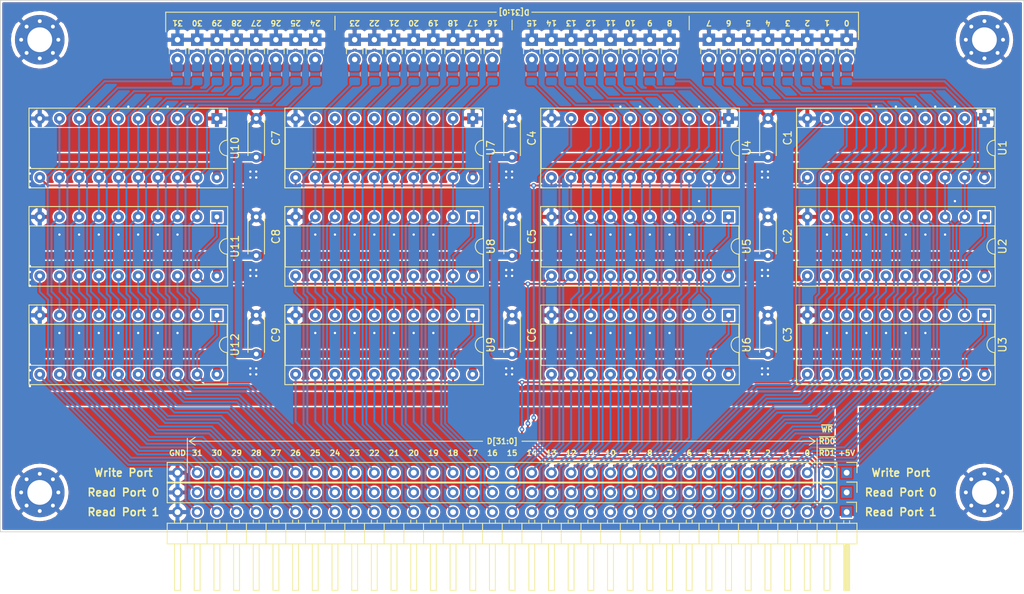
<source format=kicad_pcb>
(kicad_pcb (version 20171130) (host pcbnew "(5.1.10-1-10_14)")
  (layers (0 F.Cu signal) (31 B.Cu signal) (34 B.Paste user) (35 F.Paste user) (36 B.SilkS user) (37 F.SilkS user) (38 B.Mask user) (39 F.Mask user) (44 Edge.Cuts user))
  (net 0 "")
  (net 1 /D0)
  (net 2 /D1)
  (net 3 /D2)
  (net 4 /D3)
  (net 5 /D4)
  (net 6 /D5)
  (net 7 /D6)
  (net 8 /D7)
  (net 9 /D8)
  (net 10 /D9)
  (net 11 /D10)
  (net 12 /D11)
  (net 13 /D12)
  (net 14 /D13)
  (net 15 /D14)
  (net 16 /D15)
  (net 17 /D16)
  (net 18 /D17)
  (net 19 /D18)
  (net 20 /D19)
  (net 21 /D20)
  (net 22 /D21)
  (net 23 /D22)
  (net 24 /D23)
  (net 25 /D24)
  (net 26 /D25)
  (net 27 /D26)
  (net 28 /D27)
  (net 29 /D28)
  (net 30 /D29)
  (net 31 /D30)
  (net 32 /D31)
  (net 33 GND)
  (net 34 /WD31)
  (net 35 /WD30)
  (net 36 /WD29)
  (net 37 /WD28)
  (net 38 /WD27)
  (net 39 /WD26)
  (net 40 /WD25)
  (net 41 /WD24)
  (net 42 /WD23)
  (net 43 /WD22)
  (net 44 /WD21)
  (net 45 /WD20)
  (net 46 /WD19)
  (net 47 /WD18)
  (net 48 /WD17)
  (net 49 /WD16)
  (net 50 /WD15)
  (net 51 /WD14)
  (net 52 /WD13)
  (net 53 /WD12)
  (net 54 /WD11)
  (net 55 /WD10)
  (net 56 /WD9)
  (net 57 /WD8)
  (net 58 /WD7)
  (net 59 /WD6)
  (net 60 /WD5)
  (net 61 /WD4)
  (net 62 /WD3)
  (net 63 /WD2)
  (net 64 /WD1)
  (net 65 /WD0)
  (net 66 /WR)
  (net 67 +5V)
  (net 68 /X31)
  (net 69 /X30)
  (net 70 /X29)
  (net 71 /X28)
  (net 72 /X27)
  (net 73 /X26)
  (net 74 /X25)
  (net 75 /X24)
  (net 76 /X23)
  (net 77 /X22)
  (net 78 /X21)
  (net 79 /X20)
  (net 80 /X19)
  (net 81 /X18)
  (net 82 /X17)
  (net 83 /X16)
  (net 84 /X15)
  (net 85 /X14)
  (net 86 /X13)
  (net 87 /X12)
  (net 88 /X11)
  (net 89 /X10)
  (net 90 /X9)
  (net 91 /X8)
  (net 92 /X7)
  (net 93 /X6)
  (net 94 /X5)
  (net 95 /X4)
  (net 96 /X3)
  (net 97 /X2)
  (net 98 /X1)
  (net 99 /X0)
  (net 100 /RD0)
  (net 101 /Y31)
  (net 102 /Y30)
  (net 103 /Y29)
  (net 104 /Y28)
  (net 105 /Y27)
  (net 106 /Y26)
  (net 107 /Y25)
  (net 108 /Y24)
  (net 109 /Y23)
  (net 110 /Y22)
  (net 111 /Y21)
  (net 112 /Y20)
  (net 113 /Y19)
  (net 114 /Y18)
  (net 115 /Y17)
  (net 116 /Y16)
  (net 117 /Y15)
  (net 118 /Y14)
  (net 119 /Y13)
  (net 120 /Y12)
  (net 121 /Y11)
  (net 122 /Y10)
  (net 123 /Y9)
  (net 124 /Y8)
  (net 125 /Y7)
  (net 126 /Y6)
  (net 127 /Y5)
  (net 128 /Y4)
  (net 129 /Y3)
  (net 130 /Y2)
  (net 131 /Y1)
  (net 132 /Y0)
  (net 133 /RD1)
  (net 134 "Net-(D1-Pad2)")
  (net 135 "Net-(D2-Pad2)")
  (net 136 "Net-(D3-Pad2)")
  (net 137 "Net-(D4-Pad2)")
  (net 138 "Net-(D5-Pad2)")
  (net 139 "Net-(D6-Pad2)")
  (net 140 "Net-(D7-Pad2)")
  (net 141 "Net-(D8-Pad2)")
  (net 142 "Net-(D9-Pad2)")
  (net 143 "Net-(D10-Pad2)")
  (net 144 "Net-(D11-Pad2)")
  (net 145 "Net-(D12-Pad2)")
  (net 146 "Net-(D13-Pad2)")
  (net 147 "Net-(D14-Pad2)")
  (net 148 "Net-(D15-Pad2)")
  (net 149 "Net-(D16-Pad2)")
  (net 150 "Net-(D17-Pad2)")
  (net 151 "Net-(D18-Pad2)")
  (net 152 "Net-(D19-Pad2)")
  (net 153 "Net-(D20-Pad2)")
  (net 154 "Net-(D21-Pad2)")
  (net 155 "Net-(D22-Pad2)")
  (net 156 "Net-(D23-Pad2)")
  (net 157 "Net-(D24-Pad2)")
  (net 158 "Net-(D25-Pad2)")
  (net 159 "Net-(D26-Pad2)")
  (net 160 "Net-(D27-Pad2)")
  (net 161 "Net-(D28-Pad2)")
  (net 162 "Net-(D29-Pad2)")
  (net 163 "Net-(D30-Pad2)")
  (net 164 "Net-(D31-Pad2)")
  (net 165 "Net-(D32-Pad2)")
  (module MountingHole:MountingHole_3.2mm_M3_Pad_Via (layer F.Cu) (at 76.2 104.14 270)
    (fp_text reference H4 hide)
    (fp_text value MountingHole_Pad)
    (pad 1 thru_hole circle (at 0 0 270) (size 6.4 6.4) (drill 3.2) (layers *.Cu *.Mask) (net 33 GND))
    (pad 1 thru_hole circle (at 2.4 0 270) (size 0.8 0.8) (drill 0.5) (layers *.Cu *.Mask) (net 33 GND))
    (pad 1 thru_hole circle (at 1.697056 1.697056 270) (size 0.8 0.8) (drill 0.5) (layers *.Cu *.Mask) (net 33 GND))
    (pad 1 thru_hole circle (at 0 2.4 270) (size 0.8 0.8) (drill 0.5) (layers *.Cu *.Mask) (net 33 GND))
    (pad 1 thru_hole circle (at -1.697056 1.697056 270) (size 0.8 0.8) (drill 0.5) (layers *.Cu *.Mask) (net 33 GND))
    (pad 1 thru_hole circle (at -2.4 0 270) (size 0.8 0.8) (drill 0.5) (layers *.Cu *.Mask) (net 33 GND))
    (pad 1 thru_hole circle (at -1.697056 -1.697056 270) (size 0.8 0.8) (drill 0.5) (layers *.Cu *.Mask) (net 33 GND))
    (pad 1 thru_hole circle (at 0 -2.4 270) (size 0.8 0.8) (drill 0.5) (layers *.Cu *.Mask) (net 33 GND))
    (pad 1 thru_hole circle (at 1.697056 -1.697056 270) (size 0.8 0.8) (drill 0.5) (layers *.Cu *.Mask) (net 33 GND))
  )
  (module MountingHole:MountingHole_3.2mm_M3_Pad_Via (layer F.Cu) (at 76.2 45.72 270)
    (fp_text reference H3 hide)
    (fp_text value MountingHole_Pad)
    (pad 1 thru_hole circle (at 0 0 270) (size 6.4 6.4) (drill 3.2) (layers *.Cu *.Mask) (net 33 GND))
    (pad 1 thru_hole circle (at 2.4 0 270) (size 0.8 0.8) (drill 0.5) (layers *.Cu *.Mask) (net 33 GND))
    (pad 1 thru_hole circle (at 1.697056 1.697056 270) (size 0.8 0.8) (drill 0.5) (layers *.Cu *.Mask) (net 33 GND))
    (pad 1 thru_hole circle (at 0 2.4 270) (size 0.8 0.8) (drill 0.5) (layers *.Cu *.Mask) (net 33 GND))
    (pad 1 thru_hole circle (at -1.697056 1.697056 270) (size 0.8 0.8) (drill 0.5) (layers *.Cu *.Mask) (net 33 GND))
    (pad 1 thru_hole circle (at -2.4 0 270) (size 0.8 0.8) (drill 0.5) (layers *.Cu *.Mask) (net 33 GND))
    (pad 1 thru_hole circle (at -1.697056 -1.697056 270) (size 0.8 0.8) (drill 0.5) (layers *.Cu *.Mask) (net 33 GND))
    (pad 1 thru_hole circle (at 0 -2.4 270) (size 0.8 0.8) (drill 0.5) (layers *.Cu *.Mask) (net 33 GND))
    (pad 1 thru_hole circle (at 1.697056 -1.697056 270) (size 0.8 0.8) (drill 0.5) (layers *.Cu *.Mask) (net 33 GND))
  )
  (module MountingHole:MountingHole_3.2mm_M3_Pad_Via (layer F.Cu) (at 198.12 104.14 270)
    (fp_text reference H2 hide)
    (fp_text value MountingHole_Pad)
    (pad 1 thru_hole circle (at 0 0 270) (size 6.4 6.4) (drill 3.2) (layers *.Cu *.Mask) (net 33 GND))
    (pad 1 thru_hole circle (at 2.4 0 270) (size 0.8 0.8) (drill 0.5) (layers *.Cu *.Mask) (net 33 GND))
    (pad 1 thru_hole circle (at 1.697056 1.697056 270) (size 0.8 0.8) (drill 0.5) (layers *.Cu *.Mask) (net 33 GND))
    (pad 1 thru_hole circle (at 0 2.4 270) (size 0.8 0.8) (drill 0.5) (layers *.Cu *.Mask) (net 33 GND))
    (pad 1 thru_hole circle (at -1.697056 1.697056 270) (size 0.8 0.8) (drill 0.5) (layers *.Cu *.Mask) (net 33 GND))
    (pad 1 thru_hole circle (at -2.4 0 270) (size 0.8 0.8) (drill 0.5) (layers *.Cu *.Mask) (net 33 GND))
    (pad 1 thru_hole circle (at -1.697056 -1.697056 270) (size 0.8 0.8) (drill 0.5) (layers *.Cu *.Mask) (net 33 GND))
    (pad 1 thru_hole circle (at 0 -2.4 270) (size 0.8 0.8) (drill 0.5) (layers *.Cu *.Mask) (net 33 GND))
    (pad 1 thru_hole circle (at 1.697056 -1.697056 270) (size 0.8 0.8) (drill 0.5) (layers *.Cu *.Mask) (net 33 GND))
  )
  (module MountingHole:MountingHole_3.2mm_M3_Pad_Via (layer F.Cu) (at 198.12 45.72 270)
    (fp_text reference H1 hide)
    (fp_text value MountingHole_Pad)
    (pad 1 thru_hole circle (at 0 0 270) (size 6.4 6.4) (drill 3.2) (layers *.Cu *.Mask) (net 33 GND))
    (pad 1 thru_hole circle (at 2.4 0 270) (size 0.8 0.8) (drill 0.5) (layers *.Cu *.Mask) (net 33 GND))
    (pad 1 thru_hole circle (at 1.697056 1.697056 270) (size 0.8 0.8) (drill 0.5) (layers *.Cu *.Mask) (net 33 GND))
    (pad 1 thru_hole circle (at 0 2.4 270) (size 0.8 0.8) (drill 0.5) (layers *.Cu *.Mask) (net 33 GND))
    (pad 1 thru_hole circle (at -1.697056 1.697056 270) (size 0.8 0.8) (drill 0.5) (layers *.Cu *.Mask) (net 33 GND))
    (pad 1 thru_hole circle (at -2.4 0 270) (size 0.8 0.8) (drill 0.5) (layers *.Cu *.Mask) (net 33 GND))
    (pad 1 thru_hole circle (at -1.697056 -1.697056 270) (size 0.8 0.8) (drill 0.5) (layers *.Cu *.Mask) (net 33 GND))
    (pad 1 thru_hole circle (at 0 -2.4 270) (size 0.8 0.8) (drill 0.5) (layers *.Cu *.Mask) (net 33 GND))
    (pad 1 thru_hole circle (at 1.697056 -1.697056 270) (size 0.8 0.8) (drill 0.5) (layers *.Cu *.Mask) (net 33 GND))
  )
  (module Resistor_SMD:R_0805_2012Metric (layer B.Cu) (at 93.98 50.165 90)
    (fp_text reference R32 hide)
    (fp_text value R_Small)
    (pad 1 smd roundrect (at -0.9125 0 90) (size 1.025 1.4) (layers B.Cu B.Paste B.Mask) (roundrect_rratio 0.243902) (net 32 /D31))
    (pad 2 smd roundrect (at 0.9125 0 90) (size 1.025 1.4) (layers B.Cu B.Paste B.Mask) (roundrect_rratio 0.243902) (net 165 "Net-(D32-Pad2)"))
  )
  (module Resistor_SMD:R_0805_2012Metric (layer B.Cu) (at 96.52 50.165 90)
    (fp_text reference R31 hide)
    (fp_text value R_Small)
    (pad 1 smd roundrect (at -0.9125 0 90) (size 1.025 1.4) (layers B.Cu B.Paste B.Mask) (roundrect_rratio 0.243902) (net 31 /D30))
    (pad 2 smd roundrect (at 0.9125 0 90) (size 1.025 1.4) (layers B.Cu B.Paste B.Mask) (roundrect_rratio 0.243902) (net 164 "Net-(D31-Pad2)"))
  )
  (module Resistor_SMD:R_0805_2012Metric (layer B.Cu) (at 99.06 50.165 90)
    (fp_text reference R30 hide)
    (fp_text value R_Small)
    (pad 1 smd roundrect (at -0.9125 0 90) (size 1.025 1.4) (layers B.Cu B.Paste B.Mask) (roundrect_rratio 0.243902) (net 30 /D29))
    (pad 2 smd roundrect (at 0.9125 0 90) (size 1.025 1.4) (layers B.Cu B.Paste B.Mask) (roundrect_rratio 0.243902) (net 163 "Net-(D30-Pad2)"))
  )
  (module Resistor_SMD:R_0805_2012Metric (layer B.Cu) (at 106.68 50.165 90)
    (fp_text reference R27 hide)
    (fp_text value R_Small)
    (pad 1 smd roundrect (at -0.9125 0 90) (size 1.025 1.4) (layers B.Cu B.Paste B.Mask) (roundrect_rratio 0.243902) (net 27 /D26))
    (pad 2 smd roundrect (at 0.9125 0 90) (size 1.025 1.4) (layers B.Cu B.Paste B.Mask) (roundrect_rratio 0.243902) (net 160 "Net-(D27-Pad2)"))
  )
  (module Resistor_SMD:R_0805_2012Metric (layer B.Cu) (at 109.22 50.165 90)
    (fp_text reference R26 hide)
    (fp_text value R_Small)
    (pad 1 smd roundrect (at -0.9125 0 90) (size 1.025 1.4) (layers B.Cu B.Paste B.Mask) (roundrect_rratio 0.243902) (net 26 /D25))
    (pad 2 smd roundrect (at 0.9125 0 90) (size 1.025 1.4) (layers B.Cu B.Paste B.Mask) (roundrect_rratio 0.243902) (net 159 "Net-(D26-Pad2)"))
  )
  (module Resistor_SMD:R_0805_2012Metric (layer B.Cu) (at 111.76 50.165 90)
    (fp_text reference R25 hide)
    (fp_text value R_Small)
    (pad 1 smd roundrect (at -0.9125 0 90) (size 1.025 1.4) (layers B.Cu B.Paste B.Mask) (roundrect_rratio 0.243902) (net 25 /D24))
    (pad 2 smd roundrect (at 0.9125 0 90) (size 1.025 1.4) (layers B.Cu B.Paste B.Mask) (roundrect_rratio 0.243902) (net 158 "Net-(D25-Pad2)"))
  )
  (module Resistor_SMD:R_0805_2012Metric (layer B.Cu) (at 116.84 50.165 90)
    (fp_text reference R24 hide)
    (fp_text value R_Small)
    (pad 1 smd roundrect (at -0.9125 0 90) (size 1.025 1.4) (layers B.Cu B.Paste B.Mask) (roundrect_rratio 0.243902) (net 24 /D23))
    (pad 2 smd roundrect (at 0.9125 0 90) (size 1.025 1.4) (layers B.Cu B.Paste B.Mask) (roundrect_rratio 0.243902) (net 157 "Net-(D24-Pad2)"))
  )
  (module Resistor_SMD:R_0805_2012Metric (layer B.Cu) (at 119.38 50.165 90)
    (fp_text reference R23 hide)
    (fp_text value R_Small)
    (pad 1 smd roundrect (at -0.9125 0 90) (size 1.025 1.4) (layers B.Cu B.Paste B.Mask) (roundrect_rratio 0.243902) (net 23 /D22))
    (pad 2 smd roundrect (at 0.9125 0 90) (size 1.025 1.4) (layers B.Cu B.Paste B.Mask) (roundrect_rratio 0.243902) (net 156 "Net-(D23-Pad2)"))
  )
  (module Resistor_SMD:R_0805_2012Metric (layer B.Cu) (at 121.92 50.165 90)
    (fp_text reference R22 hide)
    (fp_text value R_Small)
    (pad 1 smd roundrect (at -0.9125 0 90) (size 1.025 1.4) (layers B.Cu B.Paste B.Mask) (roundrect_rratio 0.243902) (net 22 /D21))
    (pad 2 smd roundrect (at 0.9125 0 90) (size 1.025 1.4) (layers B.Cu B.Paste B.Mask) (roundrect_rratio 0.243902) (net 155 "Net-(D22-Pad2)"))
  )
  (module Resistor_SMD:R_0805_2012Metric (layer B.Cu) (at 124.46 50.165 90)
    (fp_text reference R21 hide)
    (fp_text value R_Small)
    (pad 1 smd roundrect (at -0.9125 0 90) (size 1.025 1.4) (layers B.Cu B.Paste B.Mask) (roundrect_rratio 0.243902) (net 21 /D20))
    (pad 2 smd roundrect (at 0.9125 0 90) (size 1.025 1.4) (layers B.Cu B.Paste B.Mask) (roundrect_rratio 0.243902) (net 154 "Net-(D21-Pad2)"))
  )
  (module Resistor_SMD:R_0805_2012Metric (layer B.Cu) (at 127 50.165 90)
    (fp_text reference R20 hide)
    (fp_text value R_Small)
    (pad 1 smd roundrect (at -0.9125 0 90) (size 1.025 1.4) (layers B.Cu B.Paste B.Mask) (roundrect_rratio 0.243902) (net 20 /D19))
    (pad 2 smd roundrect (at 0.9125 0 90) (size 1.025 1.4) (layers B.Cu B.Paste B.Mask) (roundrect_rratio 0.243902) (net 153 "Net-(D20-Pad2)"))
  )
  (module Resistor_SMD:R_0805_2012Metric (layer B.Cu) (at 129.54 50.165 90)
    (fp_text reference R19 hide)
    (fp_text value R_Small)
    (pad 1 smd roundrect (at -0.9125 0 90) (size 1.025 1.4) (layers B.Cu B.Paste B.Mask) (roundrect_rratio 0.243902) (net 19 /D18))
    (pad 2 smd roundrect (at 0.9125 0 90) (size 1.025 1.4) (layers B.Cu B.Paste B.Mask) (roundrect_rratio 0.243902) (net 152 "Net-(D19-Pad2)"))
  )
  (module Resistor_SMD:R_0805_2012Metric (layer B.Cu) (at 132.08 50.165 90)
    (fp_text reference R18 hide)
    (fp_text value R_Small)
    (pad 1 smd roundrect (at -0.9125 0 90) (size 1.025 1.4) (layers B.Cu B.Paste B.Mask) (roundrect_rratio 0.243902) (net 18 /D17))
    (pad 2 smd roundrect (at 0.9125 0 90) (size 1.025 1.4) (layers B.Cu B.Paste B.Mask) (roundrect_rratio 0.243902) (net 151 "Net-(D18-Pad2)"))
  )
  (module Resistor_SMD:R_0805_2012Metric (layer B.Cu) (at 134.62 50.165 90)
    (fp_text reference R17 hide)
    (fp_text value R_Small)
    (pad 1 smd roundrect (at -0.9125 0 90) (size 1.025 1.4) (layers B.Cu B.Paste B.Mask) (roundrect_rratio 0.243902) (net 17 /D16))
    (pad 2 smd roundrect (at 0.9125 0 90) (size 1.025 1.4) (layers B.Cu B.Paste B.Mask) (roundrect_rratio 0.243902) (net 150 "Net-(D17-Pad2)"))
  )
  (module Resistor_SMD:R_0805_2012Metric (layer B.Cu) (at 139.7 50.165 90)
    (fp_text reference R16 hide)
    (fp_text value R_Small)
    (pad 1 smd roundrect (at -0.9125 0 90) (size 1.025 1.4) (layers B.Cu B.Paste B.Mask) (roundrect_rratio 0.243902) (net 16 /D15))
    (pad 2 smd roundrect (at 0.9125 0 90) (size 1.025 1.4) (layers B.Cu B.Paste B.Mask) (roundrect_rratio 0.243902) (net 149 "Net-(D16-Pad2)"))
  )
  (module Resistor_SMD:R_0805_2012Metric (layer B.Cu) (at 142.24 50.165 90)
    (fp_text reference R15 hide)
    (fp_text value R_Small)
    (pad 1 smd roundrect (at -0.9125 0 90) (size 1.025 1.4) (layers B.Cu B.Paste B.Mask) (roundrect_rratio 0.243902) (net 15 /D14))
    (pad 2 smd roundrect (at 0.9125 0 90) (size 1.025 1.4) (layers B.Cu B.Paste B.Mask) (roundrect_rratio 0.243902) (net 148 "Net-(D15-Pad2)"))
  )
  (module Resistor_SMD:R_0805_2012Metric (layer B.Cu) (at 144.78 50.165 90)
    (fp_text reference R14 hide)
    (fp_text value R_Small)
    (pad 1 smd roundrect (at -0.9125 0 90) (size 1.025 1.4) (layers B.Cu B.Paste B.Mask) (roundrect_rratio 0.243902) (net 14 /D13))
    (pad 2 smd roundrect (at 0.9125 0 90) (size 1.025 1.4) (layers B.Cu B.Paste B.Mask) (roundrect_rratio 0.243902) (net 147 "Net-(D14-Pad2)"))
  )
  (module Resistor_SMD:R_0805_2012Metric (layer B.Cu) (at 147.32 50.165 90)
    (fp_text reference R13 hide)
    (fp_text value R_Small)
    (pad 1 smd roundrect (at -0.9125 0 90) (size 1.025 1.4) (layers B.Cu B.Paste B.Mask) (roundrect_rratio 0.243902) (net 13 /D12))
    (pad 2 smd roundrect (at 0.9125 0 90) (size 1.025 1.4) (layers B.Cu B.Paste B.Mask) (roundrect_rratio 0.243902) (net 146 "Net-(D13-Pad2)"))
  )
  (module Resistor_SMD:R_0805_2012Metric (layer B.Cu) (at 149.86 50.165 90)
    (fp_text reference R12 hide)
    (fp_text value R_Small)
    (pad 1 smd roundrect (at -0.9125 0 90) (size 1.025 1.4) (layers B.Cu B.Paste B.Mask) (roundrect_rratio 0.243902) (net 12 /D11))
    (pad 2 smd roundrect (at 0.9125 0 90) (size 1.025 1.4) (layers B.Cu B.Paste B.Mask) (roundrect_rratio 0.243902) (net 145 "Net-(D12-Pad2)"))
  )
  (module Resistor_SMD:R_0805_2012Metric (layer B.Cu) (at 152.4 50.165 90)
    (fp_text reference R11 hide)
    (fp_text value R_Small)
    (pad 1 smd roundrect (at -0.9125 0 90) (size 1.025 1.4) (layers B.Cu B.Paste B.Mask) (roundrect_rratio 0.243902) (net 11 /D10))
    (pad 2 smd roundrect (at 0.9125 0 90) (size 1.025 1.4) (layers B.Cu B.Paste B.Mask) (roundrect_rratio 0.243902) (net 144 "Net-(D11-Pad2)"))
  )
  (module Resistor_SMD:R_0805_2012Metric (layer B.Cu) (at 154.94 50.165 90)
    (fp_text reference R10 hide)
    (fp_text value R_Small)
    (pad 2 smd roundrect (at 0.9125 0 90) (size 1.025 1.4) (layers B.Cu B.Paste B.Mask) (roundrect_rratio 0.243902) (net 143 "Net-(D10-Pad2)"))
    (pad 1 smd roundrect (at -0.9125 0 90) (size 1.025 1.4) (layers B.Cu B.Paste B.Mask) (roundrect_rratio 0.243902) (net 10 /D9))
  )
  (module Resistor_SMD:R_0805_2012Metric (layer B.Cu) (at 157.48 50.165 90)
    (fp_text reference R9 hide)
    (fp_text value R_Small)
    (pad 1 smd roundrect (at -0.9125 0 90) (size 1.025 1.4) (layers B.Cu B.Paste B.Mask) (roundrect_rratio 0.243902) (net 9 /D8))
    (pad 2 smd roundrect (at 0.9125 0 90) (size 1.025 1.4) (layers B.Cu B.Paste B.Mask) (roundrect_rratio 0.243902) (net 142 "Net-(D9-Pad2)"))
  )
  (module Resistor_SMD:R_0805_2012Metric (layer B.Cu) (at 162.56 50.165 90)
    (fp_text reference R8 hide)
    (fp_text value R_Small)
    (pad 1 smd roundrect (at -0.9125 0 90) (size 1.025 1.4) (layers B.Cu B.Paste B.Mask) (roundrect_rratio 0.243902) (net 8 /D7))
    (pad 2 smd roundrect (at 0.9125 0 90) (size 1.025 1.4) (layers B.Cu B.Paste B.Mask) (roundrect_rratio 0.243902) (net 141 "Net-(D8-Pad2)"))
  )
  (module Resistor_SMD:R_0805_2012Metric (layer B.Cu) (at 165.1 50.165 90)
    (fp_text reference R7 hide)
    (fp_text value R_Small)
    (pad 2 smd roundrect (at 0.9125 0 90) (size 1.025 1.4) (layers B.Cu B.Paste B.Mask) (roundrect_rratio 0.243902) (net 140 "Net-(D7-Pad2)"))
    (pad 1 smd roundrect (at -0.9125 0 90) (size 1.025 1.4) (layers B.Cu B.Paste B.Mask) (roundrect_rratio 0.243902) (net 7 /D6))
  )
  (module Resistor_SMD:R_0805_2012Metric (layer B.Cu) (at 167.64 50.165 90)
    (fp_text reference R6 hide)
    (fp_text value R_Small)
    (pad 2 smd roundrect (at 0.9125 0 90) (size 1.025 1.4) (layers B.Cu B.Paste B.Mask) (roundrect_rratio 0.243902) (net 139 "Net-(D6-Pad2)"))
    (pad 1 smd roundrect (at -0.9125 0 90) (size 1.025 1.4) (layers B.Cu B.Paste B.Mask) (roundrect_rratio 0.243902) (net 6 /D5))
  )
  (module Resistor_SMD:R_0805_2012Metric (layer B.Cu) (at 170.18 50.165 90)
    (fp_text reference R5 hide)
    (fp_text value R_Small)
    (pad 2 smd roundrect (at 0.9125 0 90) (size 1.025 1.4) (layers B.Cu B.Paste B.Mask) (roundrect_rratio 0.243902) (net 138 "Net-(D5-Pad2)"))
    (pad 1 smd roundrect (at -0.9125 0 90) (size 1.025 1.4) (layers B.Cu B.Paste B.Mask) (roundrect_rratio 0.243902) (net 5 /D4))
  )
  (module Resistor_SMD:R_0805_2012Metric (layer B.Cu) (at 101.6 50.165 90)
    (fp_text reference R29 hide)
    (fp_text value R_Small)
    (pad 1 smd roundrect (at -0.9125 0 90) (size 1.025 1.4) (layers B.Cu B.Paste B.Mask) (roundrect_rratio 0.243902) (net 29 /D28))
    (pad 2 smd roundrect (at 0.9125 0 90) (size 1.025 1.4) (layers B.Cu B.Paste B.Mask) (roundrect_rratio 0.243902) (net 162 "Net-(D29-Pad2)"))
  )
  (module Resistor_SMD:R_0805_2012Metric (layer B.Cu) (at 104.14 50.165 90)
    (fp_text reference R28 hide)
    (fp_text value R_Small)
    (pad 1 smd roundrect (at -0.9125 0 90) (size 1.025 1.4) (layers B.Cu B.Paste B.Mask) (roundrect_rratio 0.243902) (net 28 /D27))
    (pad 2 smd roundrect (at 0.9125 0 90) (size 1.025 1.4) (layers B.Cu B.Paste B.Mask) (roundrect_rratio 0.243902) (net 161 "Net-(D28-Pad2)"))
  )
  (module Resistor_SMD:R_0805_2012Metric (layer B.Cu) (at 172.72 50.165 90)
    (fp_text reference R4 hide)
    (fp_text value R_Small)
    (pad 2 smd roundrect (at 0.9125 0 90) (size 1.025 1.4) (layers B.Cu B.Paste B.Mask) (roundrect_rratio 0.243902) (net 137 "Net-(D4-Pad2)"))
    (pad 1 smd roundrect (at -0.9125 0 90) (size 1.025 1.4) (layers B.Cu B.Paste B.Mask) (roundrect_rratio 0.243902) (net 4 /D3))
  )
  (module Resistor_SMD:R_0805_2012Metric (layer B.Cu) (at 175.26 50.165 90)
    (fp_text reference R3 hide)
    (fp_text value R_Small)
    (pad 1 smd roundrect (at -0.9125 0 90) (size 1.025 1.4) (layers B.Cu B.Paste B.Mask) (roundrect_rratio 0.243902) (net 3 /D2))
    (pad 2 smd roundrect (at 0.9125 0 90) (size 1.025 1.4) (layers B.Cu B.Paste B.Mask) (roundrect_rratio 0.243902) (net 136 "Net-(D3-Pad2)"))
  )
  (module Resistor_SMD:R_0805_2012Metric (layer B.Cu) (at 177.8 50.165 90)
    (fp_text reference R2 hide)
    (fp_text value R_Small)
    (pad 1 smd roundrect (at -0.9125 0 90) (size 1.025 1.4) (layers B.Cu B.Paste B.Mask) (roundrect_rratio 0.243902) (net 2 /D1))
    (pad 2 smd roundrect (at 0.9125 0 90) (size 1.025 1.4) (layers B.Cu B.Paste B.Mask) (roundrect_rratio 0.243902) (net 135 "Net-(D2-Pad2)"))
  )
  (module Resistor_SMD:R_0805_2012Metric (layer B.Cu) (at 180.34 50.165 90)
    (fp_text reference R1 hide)
    (fp_text value R_Small)
    (pad 1 smd roundrect (at -0.9125 0 90) (size 1.025 1.4) (layers B.Cu B.Paste B.Mask) (roundrect_rratio 0.243902) (net 1 /D0))
    (pad 2 smd roundrect (at 0.9125 0 90) (size 1.025 1.4) (layers B.Cu B.Paste B.Mask) (roundrect_rratio 0.243902) (net 134 "Net-(D1-Pad2)"))
  )
  (module Connector_PinHeader_2.54mm:PinHeader_1x35_P2.54mm_Horizontal (layer F.Cu) (at 180.34 106.68 270)
    (fp_text reference J3 hide)
    (fp_text value Conn_01x35_Male)
    (pad 1 thru_hole rect (at 0 0 270) (size 1.4 1.4) (drill 0.75) (layers *.Cu *.Mask) (net 67 +5V))
    (pad 2 thru_hole oval (at 0 2.54 270) (size 1.4 1.4) (drill 0.75) (layers *.Cu *.Mask) (net 133 /RD1))
    (pad 3 thru_hole oval (at 0 5.08 270) (size 1.4 1.4) (drill 0.75) (layers *.Cu *.Mask) (net 132 /Y0))
    (pad 4 thru_hole oval (at 0 7.62 270) (size 1.4 1.4) (drill 0.75) (layers *.Cu *.Mask) (net 131 /Y1))
    (pad 5 thru_hole oval (at 0 10.16 270) (size 1.4 1.4) (drill 0.75) (layers *.Cu *.Mask) (net 130 /Y2))
    (pad 6 thru_hole oval (at 0 12.7 270) (size 1.4 1.4) (drill 0.75) (layers *.Cu *.Mask) (net 129 /Y3))
    (pad 7 thru_hole oval (at 0 15.24 270) (size 1.4 1.4) (drill 0.75) (layers *.Cu *.Mask) (net 128 /Y4))
    (pad 8 thru_hole oval (at 0 17.78 270) (size 1.4 1.4) (drill 0.75) (layers *.Cu *.Mask) (net 127 /Y5))
    (pad 9 thru_hole oval (at 0 20.32 270) (size 1.4 1.4) (drill 0.75) (layers *.Cu *.Mask) (net 126 /Y6))
    (pad 10 thru_hole oval (at 0 22.86 270) (size 1.4 1.4) (drill 0.75) (layers *.Cu *.Mask) (net 125 /Y7))
    (pad 11 thru_hole oval (at 0 25.4 270) (size 1.4 1.4) (drill 0.75) (layers *.Cu *.Mask) (net 124 /Y8))
    (pad 12 thru_hole oval (at 0 27.94 270) (size 1.4 1.4) (drill 0.75) (layers *.Cu *.Mask) (net 123 /Y9))
    (pad 13 thru_hole oval (at 0 30.48 270) (size 1.4 1.4) (drill 0.75) (layers *.Cu *.Mask) (net 122 /Y10))
    (pad 14 thru_hole oval (at 0 33.02 270) (size 1.4 1.4) (drill 0.75) (layers *.Cu *.Mask) (net 121 /Y11))
    (pad 15 thru_hole oval (at 0 35.56 270) (size 1.4 1.4) (drill 0.75) (layers *.Cu *.Mask) (net 120 /Y12))
    (pad 16 thru_hole oval (at 0 38.1 270) (size 1.4 1.4) (drill 0.75) (layers *.Cu *.Mask) (net 119 /Y13))
    (pad 17 thru_hole oval (at 0 40.64 270) (size 1.4 1.4) (drill 0.75) (layers *.Cu *.Mask) (net 118 /Y14))
    (pad 18 thru_hole oval (at 0 43.18 270) (size 1.4 1.4) (drill 0.75) (layers *.Cu *.Mask) (net 117 /Y15))
    (pad 19 thru_hole oval (at 0 45.72 270) (size 1.4 1.4) (drill 0.75) (layers *.Cu *.Mask) (net 116 /Y16))
    (pad 20 thru_hole oval (at 0 48.26 270) (size 1.4 1.4) (drill 0.75) (layers *.Cu *.Mask) (net 115 /Y17))
    (pad 21 thru_hole oval (at 0 50.8 270) (size 1.4 1.4) (drill 0.75) (layers *.Cu *.Mask) (net 114 /Y18))
    (pad 22 thru_hole oval (at 0 53.34 270) (size 1.4 1.4) (drill 0.75) (layers *.Cu *.Mask) (net 113 /Y19))
    (pad 23 thru_hole oval (at 0 55.88 270) (size 1.4 1.4) (drill 0.75) (layers *.Cu *.Mask) (net 112 /Y20))
    (pad 24 thru_hole oval (at 0 58.42 270) (size 1.4 1.4) (drill 0.75) (layers *.Cu *.Mask) (net 111 /Y21))
    (pad 25 thru_hole oval (at 0 60.96 270) (size 1.4 1.4) (drill 0.75) (layers *.Cu *.Mask) (net 110 /Y22))
    (pad 26 thru_hole oval (at 0 63.5 270) (size 1.4 1.4) (drill 0.75) (layers *.Cu *.Mask) (net 109 /Y23))
    (pad 27 thru_hole oval (at 0 66.04 270) (size 1.4 1.4) (drill 0.75) (layers *.Cu *.Mask) (net 108 /Y24))
    (pad 28 thru_hole oval (at 0 68.58 270) (size 1.4 1.4) (drill 0.75) (layers *.Cu *.Mask) (net 107 /Y25))
    (pad 29 thru_hole oval (at 0 71.12 270) (size 1.4 1.4) (drill 0.75) (layers *.Cu *.Mask) (net 106 /Y26))
    (pad 30 thru_hole oval (at 0 73.66 270) (size 1.4 1.4) (drill 0.75) (layers *.Cu *.Mask) (net 105 /Y27))
    (pad 31 thru_hole oval (at 0 76.2 270) (size 1.4 1.4) (drill 0.75) (layers *.Cu *.Mask) (net 104 /Y28))
    (pad 32 thru_hole oval (at 0 78.74 270) (size 1.4 1.4) (drill 0.75) (layers *.Cu *.Mask) (net 103 /Y29))
    (pad 33 thru_hole oval (at 0 81.28 270) (size 1.4 1.4) (drill 0.75) (layers *.Cu *.Mask) (net 102 /Y30))
    (pad 34 thru_hole oval (at 0 83.82 270) (size 1.4 1.4) (drill 0.75) (layers *.Cu *.Mask) (net 101 /Y31))
    (pad 35 thru_hole oval (at 0 86.36 270) (size 1.4 1.4) (drill 0.75) (layers *.Cu *.Mask) (net 33 GND))
  )
  (module Connector_PinHeader_2.54mm:PinHeader_1x35_P2.54mm_Vertical (layer F.Cu) (at 180.34 101.6 270)
    (fp_text reference J1 hide)
    (fp_text value Conn_01x35_Male)
    (pad 1 thru_hole rect (at 0 0 270) (size 1.4 1.4) (drill 0.75) (layers *.Cu *.Mask) (net 67 +5V))
    (pad 2 thru_hole oval (at 0 2.54 270) (size 1.4 1.4) (drill 0.75) (layers *.Cu *.Mask) (net 66 /WR))
    (pad 3 thru_hole oval (at 0 5.08 270) (size 1.4 1.4) (drill 0.75) (layers *.Cu *.Mask) (net 65 /WD0))
    (pad 4 thru_hole oval (at 0 7.62 270) (size 1.4 1.4) (drill 0.75) (layers *.Cu *.Mask) (net 64 /WD1))
    (pad 5 thru_hole oval (at 0 10.16 270) (size 1.4 1.4) (drill 0.75) (layers *.Cu *.Mask) (net 63 /WD2))
    (pad 6 thru_hole oval (at 0 12.7 270) (size 1.4 1.4) (drill 0.75) (layers *.Cu *.Mask) (net 62 /WD3))
    (pad 7 thru_hole oval (at 0 15.24 270) (size 1.4 1.4) (drill 0.75) (layers *.Cu *.Mask) (net 61 /WD4))
    (pad 8 thru_hole oval (at 0 17.78 270) (size 1.4 1.4) (drill 0.75) (layers *.Cu *.Mask) (net 60 /WD5))
    (pad 9 thru_hole oval (at 0 20.32 270) (size 1.4 1.4) (drill 0.75) (layers *.Cu *.Mask) (net 59 /WD6))
    (pad 10 thru_hole oval (at 0 22.86 270) (size 1.4 1.4) (drill 0.75) (layers *.Cu *.Mask) (net 58 /WD7))
    (pad 11 thru_hole oval (at 0 25.4 270) (size 1.4 1.4) (drill 0.75) (layers *.Cu *.Mask) (net 57 /WD8))
    (pad 12 thru_hole oval (at 0 27.94 270) (size 1.4 1.4) (drill 0.75) (layers *.Cu *.Mask) (net 56 /WD9))
    (pad 13 thru_hole oval (at 0 30.48 270) (size 1.4 1.4) (drill 0.75) (layers *.Cu *.Mask) (net 55 /WD10))
    (pad 14 thru_hole oval (at 0 33.02 270) (size 1.4 1.4) (drill 0.75) (layers *.Cu *.Mask) (net 54 /WD11))
    (pad 15 thru_hole oval (at 0 35.56 270) (size 1.4 1.4) (drill 0.75) (layers *.Cu *.Mask) (net 53 /WD12))
    (pad 16 thru_hole oval (at 0 38.1 270) (size 1.4 1.4) (drill 0.75) (layers *.Cu *.Mask) (net 52 /WD13))
    (pad 17 thru_hole oval (at 0 40.64 270) (size 1.4 1.4) (drill 0.75) (layers *.Cu *.Mask) (net 51 /WD14))
    (pad 18 thru_hole oval (at 0 43.18 270) (size 1.4 1.4) (drill 0.75) (layers *.Cu *.Mask) (net 50 /WD15))
    (pad 19 thru_hole oval (at 0 45.72 270) (size 1.4 1.4) (drill 0.75) (layers *.Cu *.Mask) (net 49 /WD16))
    (pad 20 thru_hole oval (at 0 48.26 270) (size 1.4 1.4) (drill 0.75) (layers *.Cu *.Mask) (net 48 /WD17))
    (pad 21 thru_hole oval (at 0 50.8 270) (size 1.4 1.4) (drill 0.75) (layers *.Cu *.Mask) (net 47 /WD18))
    (pad 22 thru_hole oval (at 0 53.34 270) (size 1.4 1.4) (drill 0.75) (layers *.Cu *.Mask) (net 46 /WD19))
    (pad 23 thru_hole oval (at 0 55.88 270) (size 1.4 1.4) (drill 0.75) (layers *.Cu *.Mask) (net 45 /WD20))
    (pad 24 thru_hole oval (at 0 58.42 270) (size 1.4 1.4) (drill 0.75) (layers *.Cu *.Mask) (net 44 /WD21))
    (pad 25 thru_hole oval (at 0 60.96 270) (size 1.4 1.4) (drill 0.75) (layers *.Cu *.Mask) (net 43 /WD22))
    (pad 26 thru_hole oval (at 0 63.5 270) (size 1.4 1.4) (drill 0.75) (layers *.Cu *.Mask) (net 42 /WD23))
    (pad 27 thru_hole oval (at 0 66.04 270) (size 1.4 1.4) (drill 0.75) (layers *.Cu *.Mask) (net 41 /WD24))
    (pad 28 thru_hole oval (at 0 68.58 270) (size 1.4 1.4) (drill 0.75) (layers *.Cu *.Mask) (net 40 /WD25))
    (pad 29 thru_hole oval (at 0 71.12 270) (size 1.4 1.4) (drill 0.75) (layers *.Cu *.Mask) (net 39 /WD26))
    (pad 30 thru_hole oval (at 0 73.66 270) (size 1.4 1.4) (drill 0.75) (layers *.Cu *.Mask) (net 38 /WD27))
    (pad 31 thru_hole oval (at 0 76.2 270) (size 1.4 1.4) (drill 0.75) (layers *.Cu *.Mask) (net 37 /WD28))
    (pad 32 thru_hole oval (at 0 78.74 270) (size 1.4 1.4) (drill 0.75) (layers *.Cu *.Mask) (net 36 /WD29))
    (pad 33 thru_hole oval (at 0 81.28 270) (size 1.4 1.4) (drill 0.75) (layers *.Cu *.Mask) (net 35 /WD30))
    (pad 34 thru_hole oval (at 0 83.82 270) (size 1.4 1.4) (drill 0.75) (layers *.Cu *.Mask) (net 34 /WD31))
    (pad 35 thru_hole oval (at 0 86.36 270) (size 1.4 1.4) (drill 0.75) (layers *.Cu *.Mask) (net 33 GND))
  )
  (module Capacitor_THT:C_Disc_D4.3mm_W1.9mm_P5.00mm (layer F.Cu) (at 104.14 86.28 90)
    (fp_text reference C9 (at 2.46 2.54 90) (layer F.SilkS))
    (fp_text value C_Small)
    (pad 1 thru_hole circle (at 0 0 90) (size 1.4 1.4) (drill 0.6) (layers *.Cu *.Mask) (net 67 +5V))
    (pad 2 thru_hole circle (at 5 0 90) (size 1.4 1.4) (drill 0.6) (layers *.Cu *.Mask) (net 33 GND))
  )
  (module Capacitor_THT:C_Disc_D4.3mm_W1.9mm_P5.00mm (layer F.Cu) (at 104.14 73.58 90)
    (fp_text reference C8 (at 2.46 2.54 90) (layer F.SilkS))
    (fp_text value C_Small)
    (pad 1 thru_hole circle (at 0 0 90) (size 1.4 1.4) (drill 0.6) (layers *.Cu *.Mask) (net 67 +5V))
    (pad 2 thru_hole circle (at 5 0 90) (size 1.4 1.4) (drill 0.6) (layers *.Cu *.Mask) (net 33 GND))
  )
  (module Capacitor_THT:C_Disc_D4.3mm_W1.9mm_P5.00mm (layer F.Cu) (at 104.14 60.88 90)
    (fp_text reference C7 (at 2.46 2.54 90) (layer F.SilkS))
    (fp_text value C_Small)
    (pad 1 thru_hole circle (at 0 0 90) (size 1.4 1.4) (drill 0.6) (layers *.Cu *.Mask) (net 67 +5V))
    (pad 2 thru_hole circle (at 5 0 90) (size 1.4 1.4) (drill 0.6) (layers *.Cu *.Mask) (net 33 GND))
  )
  (module Capacitor_THT:C_Disc_D4.3mm_W1.9mm_P5.00mm (layer F.Cu) (at 137.16 86.28 90)
    (fp_text reference C6 (at 2.46 2.54 90) (layer F.SilkS))
    (fp_text value C_Small)
    (pad 1 thru_hole circle (at 0 0 90) (size 1.4 1.4) (drill 0.6) (layers *.Cu *.Mask) (net 67 +5V))
    (pad 2 thru_hole circle (at 5 0 90) (size 1.4 1.4) (drill 0.6) (layers *.Cu *.Mask) (net 33 GND))
  )
  (module Capacitor_THT:C_Disc_D4.3mm_W1.9mm_P5.00mm (layer F.Cu) (at 137.16 73.58 90)
    (fp_text reference C5 (at 2.46 2.54 90) (layer F.SilkS))
    (fp_text value C_Small)
    (pad 1 thru_hole circle (at 0 0 90) (size 1.4 1.4) (drill 0.6) (layers *.Cu *.Mask) (net 67 +5V))
    (pad 2 thru_hole circle (at 5 0 90) (size 1.4 1.4) (drill 0.6) (layers *.Cu *.Mask) (net 33 GND))
  )
  (module Capacitor_THT:C_Disc_D4.3mm_W1.9mm_P5.00mm (layer F.Cu) (at 137.16 60.88 90)
    (fp_text reference C4 (at 2.46 2.54 90) (layer F.SilkS))
    (fp_text value C_Small)
    (pad 1 thru_hole circle (at 0 0 90) (size 1.4 1.4) (drill 0.6) (layers *.Cu *.Mask) (net 67 +5V))
    (pad 2 thru_hole circle (at 5 0 90) (size 1.4 1.4) (drill 0.6) (layers *.Cu *.Mask) (net 33 GND))
  )
  (module Capacitor_THT:C_Disc_D4.3mm_W1.9mm_P5.00mm (layer F.Cu) (at 170.18 86.28 90)
    (fp_text reference C3 (at 2.5 2.54 90) (layer F.SilkS))
    (fp_text value C_Small)
    (pad 1 thru_hole circle (at 0 0 90) (size 1.4 1.4) (drill 0.6) (layers *.Cu *.Mask) (net 67 +5V))
    (pad 2 thru_hole circle (at 5 0 90) (size 1.4 1.4) (drill 0.6) (layers *.Cu *.Mask) (net 33 GND))
  )
  (module Capacitor_THT:C_Disc_D4.3mm_W1.9mm_P5.00mm (layer F.Cu) (at 170.18 73.58 90)
    (fp_text reference C2 (at 2.5 2.54 90) (layer F.SilkS))
    (fp_text value C_Small)
    (pad 1 thru_hole circle (at 0 0 90) (size 1.4 1.4) (drill 0.6) (layers *.Cu *.Mask) (net 67 +5V))
    (pad 2 thru_hole circle (at 5 0 90) (size 1.4 1.4) (drill 0.6) (layers *.Cu *.Mask) (net 33 GND))
  )
  (module Capacitor_THT:C_Disc_D4.3mm_W1.9mm_P5.00mm (layer F.Cu) (at 170.18 60.88 90)
    (fp_text reference C1 (at 2.5 2.54 90) (layer F.SilkS))
    (fp_text value C_Small)
    (pad 1 thru_hole circle (at 0 0 90) (size 1.4 1.4) (drill 0.6) (layers *.Cu *.Mask) (net 67 +5V))
    (pad 2 thru_hole circle (at 5 0 90) (size 1.4 1.4) (drill 0.6) (layers *.Cu *.Mask) (net 33 GND))
  )
  (module Package_DIP:DIP-20_W7.62mm_Socket (layer F.Cu) (at 99.06 81.28 270)
    (fp_text reference U12 (at 3.81 -2.33 90) (layer F.SilkS))
    (fp_text value 74LS541)
    (pad 1 thru_hole rect (at 0 0 270) (size 1.4 1.4) (drill 0.6) (layers *.Cu *.Mask) (net 133 /RD1))
    (pad 11 thru_hole oval (at 7.62 22.86 270) (size 1.4 1.4) (drill 0.6) (layers *.Cu *.Mask) (net 101 /Y31))
    (pad 2 thru_hole oval (at 0 2.54 270) (size 1.4 1.4) (drill 0.6) (layers *.Cu *.Mask) (net 25 /D24))
    (pad 12 thru_hole oval (at 7.62 20.32 270) (size 1.4 1.4) (drill 0.6) (layers *.Cu *.Mask) (net 102 /Y30))
    (pad 3 thru_hole oval (at 0 5.08 270) (size 1.4 1.4) (drill 0.6) (layers *.Cu *.Mask) (net 26 /D25))
    (pad 13 thru_hole oval (at 7.62 17.78 270) (size 1.4 1.4) (drill 0.6) (layers *.Cu *.Mask) (net 103 /Y29))
    (pad 4 thru_hole oval (at 0 7.62 270) (size 1.4 1.4) (drill 0.6) (layers *.Cu *.Mask) (net 27 /D26))
    (pad 14 thru_hole oval (at 7.62 15.24 270) (size 1.4 1.4) (drill 0.6) (layers *.Cu *.Mask) (net 104 /Y28))
    (pad 5 thru_hole oval (at 0 10.16 270) (size 1.4 1.4) (drill 0.6) (layers *.Cu *.Mask) (net 28 /D27))
    (pad 15 thru_hole oval (at 7.62 12.7 270) (size 1.4 1.4) (drill 0.6) (layers *.Cu *.Mask) (net 105 /Y27))
    (pad 6 thru_hole oval (at 0 12.7 270) (size 1.4 1.4) (drill 0.6) (layers *.Cu *.Mask) (net 29 /D28))
    (pad 16 thru_hole oval (at 7.62 10.16 270) (size 1.4 1.4) (drill 0.6) (layers *.Cu *.Mask) (net 106 /Y26))
    (pad 7 thru_hole oval (at 0 15.24 270) (size 1.4 1.4) (drill 0.6) (layers *.Cu *.Mask) (net 30 /D29))
    (pad 17 thru_hole oval (at 7.62 7.62 270) (size 1.4 1.4) (drill 0.6) (layers *.Cu *.Mask) (net 107 /Y25))
    (pad 8 thru_hole oval (at 0 17.78 270) (size 1.4 1.4) (drill 0.6) (layers *.Cu *.Mask) (net 31 /D30))
    (pad 18 thru_hole oval (at 7.62 5.08 270) (size 1.4 1.4) (drill 0.6) (layers *.Cu *.Mask) (net 108 /Y24))
    (pad 9 thru_hole oval (at 0 20.32 270) (size 1.4 1.4) (drill 0.6) (layers *.Cu *.Mask) (net 32 /D31))
    (pad 19 thru_hole oval (at 7.62 2.54 270) (size 1.4 1.4) (drill 0.6) (layers *.Cu *.Mask) (net 133 /RD1))
    (pad 10 thru_hole oval (at 0 22.86 270) (size 1.4 1.4) (drill 0.6) (layers *.Cu *.Mask) (net 33 GND))
    (pad 20 thru_hole oval (at 7.62 0 270) (size 1.4 1.4) (drill 0.6) (layers *.Cu *.Mask) (net 67 +5V))
  )
  (module Package_DIP:DIP-20_W7.62mm_Socket (layer F.Cu) (at 99.06 68.58 270)
    (fp_text reference U11 (at 3.81 -2.33 90) (layer F.SilkS))
    (fp_text value 74LS541)
    (pad 1 thru_hole rect (at 0 0 270) (size 1.4 1.4) (drill 0.6) (layers *.Cu *.Mask) (net 100 /RD0))
    (pad 11 thru_hole oval (at 7.62 22.86 270) (size 1.4 1.4) (drill 0.6) (layers *.Cu *.Mask) (net 68 /X31))
    (pad 2 thru_hole oval (at 0 2.54 270) (size 1.4 1.4) (drill 0.6) (layers *.Cu *.Mask) (net 25 /D24))
    (pad 12 thru_hole oval (at 7.62 20.32 270) (size 1.4 1.4) (drill 0.6) (layers *.Cu *.Mask) (net 69 /X30))
    (pad 3 thru_hole oval (at 0 5.08 270) (size 1.4 1.4) (drill 0.6) (layers *.Cu *.Mask) (net 26 /D25))
    (pad 13 thru_hole oval (at 7.62 17.78 270) (size 1.4 1.4) (drill 0.6) (layers *.Cu *.Mask) (net 70 /X29))
    (pad 4 thru_hole oval (at 0 7.62 270) (size 1.4 1.4) (drill 0.6) (layers *.Cu *.Mask) (net 27 /D26))
    (pad 14 thru_hole oval (at 7.62 15.24 270) (size 1.4 1.4) (drill 0.6) (layers *.Cu *.Mask) (net 71 /X28))
    (pad 5 thru_hole oval (at 0 10.16 270) (size 1.4 1.4) (drill 0.6) (layers *.Cu *.Mask) (net 28 /D27))
    (pad 15 thru_hole oval (at 7.62 12.7 270) (size 1.4 1.4) (drill 0.6) (layers *.Cu *.Mask) (net 72 /X27))
    (pad 6 thru_hole oval (at 0 12.7 270) (size 1.4 1.4) (drill 0.6) (layers *.Cu *.Mask) (net 29 /D28))
    (pad 16 thru_hole oval (at 7.62 10.16 270) (size 1.4 1.4) (drill 0.6) (layers *.Cu *.Mask) (net 73 /X26))
    (pad 7 thru_hole oval (at 0 15.24 270) (size 1.4 1.4) (drill 0.6) (layers *.Cu *.Mask) (net 30 /D29))
    (pad 17 thru_hole oval (at 7.62 7.62 270) (size 1.4 1.4) (drill 0.6) (layers *.Cu *.Mask) (net 74 /X25))
    (pad 8 thru_hole oval (at 0 17.78 270) (size 1.4 1.4) (drill 0.6) (layers *.Cu *.Mask) (net 31 /D30))
    (pad 18 thru_hole oval (at 7.62 5.08 270) (size 1.4 1.4) (drill 0.6) (layers *.Cu *.Mask) (net 75 /X24))
    (pad 9 thru_hole oval (at 0 20.32 270) (size 1.4 1.4) (drill 0.6) (layers *.Cu *.Mask) (net 32 /D31))
    (pad 19 thru_hole oval (at 7.62 2.54 270) (size 1.4 1.4) (drill 0.6) (layers *.Cu *.Mask) (net 100 /RD0))
    (pad 10 thru_hole oval (at 0 22.86 270) (size 1.4 1.4) (drill 0.6) (layers *.Cu *.Mask) (net 33 GND))
    (pad 20 thru_hole oval (at 7.62 0 270) (size 1.4 1.4) (drill 0.6) (layers *.Cu *.Mask) (net 67 +5V))
  )
  (module Package_DIP:DIP-20_W7.62mm_Socket (layer F.Cu) (at 99.06 55.88 270)
    (fp_text reference U10 (at 3.81 -2.33 90) (layer F.SilkS))
    (fp_text value 74LS574)
    (pad 1 thru_hole rect (at 0 0 270) (size 1.4 1.4) (drill 0.6) (layers *.Cu *.Mask) (net 33 GND))
    (pad 11 thru_hole oval (at 7.62 22.86 270) (size 1.4 1.4) (drill 0.6) (layers *.Cu *.Mask) (net 66 /WR))
    (pad 2 thru_hole oval (at 0 2.54 270) (size 1.4 1.4) (drill 0.6) (layers *.Cu *.Mask) (net 41 /WD24))
    (pad 12 thru_hole oval (at 7.62 20.32 270) (size 1.4 1.4) (drill 0.6) (layers *.Cu *.Mask) (net 32 /D31))
    (pad 3 thru_hole oval (at 0 5.08 270) (size 1.4 1.4) (drill 0.6) (layers *.Cu *.Mask) (net 40 /WD25))
    (pad 13 thru_hole oval (at 7.62 17.78 270) (size 1.4 1.4) (drill 0.6) (layers *.Cu *.Mask) (net 31 /D30))
    (pad 4 thru_hole oval (at 0 7.62 270) (size 1.4 1.4) (drill 0.6) (layers *.Cu *.Mask) (net 39 /WD26))
    (pad 14 thru_hole oval (at 7.62 15.24 270) (size 1.4 1.4) (drill 0.6) (layers *.Cu *.Mask) (net 30 /D29))
    (pad 5 thru_hole oval (at 0 10.16 270) (size 1.4 1.4) (drill 0.6) (layers *.Cu *.Mask) (net 38 /WD27))
    (pad 15 thru_hole oval (at 7.62 12.7 270) (size 1.4 1.4) (drill 0.6) (layers *.Cu *.Mask) (net 29 /D28))
    (pad 6 thru_hole oval (at 0 12.7 270) (size 1.4 1.4) (drill 0.6) (layers *.Cu *.Mask) (net 37 /WD28))
    (pad 16 thru_hole oval (at 7.62 10.16 270) (size 1.4 1.4) (drill 0.6) (layers *.Cu *.Mask) (net 28 /D27))
    (pad 7 thru_hole oval (at 0 15.24 270) (size 1.4 1.4) (drill 0.6) (layers *.Cu *.Mask) (net 36 /WD29))
    (pad 17 thru_hole oval (at 7.62 7.62 270) (size 1.4 1.4) (drill 0.6) (layers *.Cu *.Mask) (net 27 /D26))
    (pad 8 thru_hole oval (at 0 17.78 270) (size 1.4 1.4) (drill 0.6) (layers *.Cu *.Mask) (net 35 /WD30))
    (pad 18 thru_hole oval (at 7.62 5.08 270) (size 1.4 1.4) (drill 0.6) (layers *.Cu *.Mask) (net 26 /D25))
    (pad 9 thru_hole oval (at 0 20.32 270) (size 1.4 1.4) (drill 0.6) (layers *.Cu *.Mask) (net 34 /WD31))
    (pad 19 thru_hole oval (at 7.62 2.54 270) (size 1.4 1.4) (drill 0.6) (layers *.Cu *.Mask) (net 25 /D24))
    (pad 10 thru_hole oval (at 0 22.86 270) (size 1.4 1.4) (drill 0.6) (layers *.Cu *.Mask) (net 33 GND))
    (pad 20 thru_hole oval (at 7.62 0 270) (size 1.4 1.4) (drill 0.6) (layers *.Cu *.Mask) (net 67 +5V))
  )
  (module Package_DIP:DIP-20_W7.62mm_Socket (layer F.Cu) (at 132.08 81.28 270)
    (fp_text reference U9 (at 3.81 -2.33 90) (layer F.SilkS))
    (fp_text value 74LS541)
    (pad 1 thru_hole rect (at 0 0 270) (size 1.4 1.4) (drill 0.6) (layers *.Cu *.Mask) (net 133 /RD1))
    (pad 11 thru_hole oval (at 7.62 22.86 270) (size 1.4 1.4) (drill 0.6) (layers *.Cu *.Mask) (net 109 /Y23))
    (pad 2 thru_hole oval (at 0 2.54 270) (size 1.4 1.4) (drill 0.6) (layers *.Cu *.Mask) (net 17 /D16))
    (pad 12 thru_hole oval (at 7.62 20.32 270) (size 1.4 1.4) (drill 0.6) (layers *.Cu *.Mask) (net 110 /Y22))
    (pad 3 thru_hole oval (at 0 5.08 270) (size 1.4 1.4) (drill 0.6) (layers *.Cu *.Mask) (net 18 /D17))
    (pad 13 thru_hole oval (at 7.62 17.78 270) (size 1.4 1.4) (drill 0.6) (layers *.Cu *.Mask) (net 111 /Y21))
    (pad 4 thru_hole oval (at 0 7.62 270) (size 1.4 1.4) (drill 0.6) (layers *.Cu *.Mask) (net 19 /D18))
    (pad 14 thru_hole oval (at 7.62 15.24 270) (size 1.4 1.4) (drill 0.6) (layers *.Cu *.Mask) (net 112 /Y20))
    (pad 5 thru_hole oval (at 0 10.16 270) (size 1.4 1.4) (drill 0.6) (layers *.Cu *.Mask) (net 20 /D19))
    (pad 15 thru_hole oval (at 7.62 12.7 270) (size 1.4 1.4) (drill 0.6) (layers *.Cu *.Mask) (net 113 /Y19))
    (pad 6 thru_hole oval (at 0 12.7 270) (size 1.4 1.4) (drill 0.6) (layers *.Cu *.Mask) (net 21 /D20))
    (pad 16 thru_hole oval (at 7.62 10.16 270) (size 1.4 1.4) (drill 0.6) (layers *.Cu *.Mask) (net 114 /Y18))
    (pad 7 thru_hole oval (at 0 15.24 270) (size 1.4 1.4) (drill 0.6) (layers *.Cu *.Mask) (net 22 /D21))
    (pad 17 thru_hole oval (at 7.62 7.62 270) (size 1.4 1.4) (drill 0.6) (layers *.Cu *.Mask) (net 115 /Y17))
    (pad 8 thru_hole oval (at 0 17.78 270) (size 1.4 1.4) (drill 0.6) (layers *.Cu *.Mask) (net 23 /D22))
    (pad 18 thru_hole oval (at 7.62 5.08 270) (size 1.4 1.4) (drill 0.6) (layers *.Cu *.Mask) (net 116 /Y16))
    (pad 9 thru_hole oval (at 0 20.32 270) (size 1.4 1.4) (drill 0.6) (layers *.Cu *.Mask) (net 24 /D23))
    (pad 19 thru_hole oval (at 7.62 2.54 270) (size 1.4 1.4) (drill 0.6) (layers *.Cu *.Mask) (net 133 /RD1))
    (pad 10 thru_hole oval (at 0 22.86 270) (size 1.4 1.4) (drill 0.6) (layers *.Cu *.Mask) (net 33 GND))
    (pad 20 thru_hole oval (at 7.62 0 270) (size 1.4 1.4) (drill 0.6) (layers *.Cu *.Mask) (net 67 +5V))
  )
  (module Package_DIP:DIP-20_W7.62mm_Socket (layer F.Cu) (at 132.08 68.58 270)
    (fp_text reference U8 (at 3.81 -2.33 90) (layer F.SilkS))
    (fp_text value 74LS541)
    (pad 1 thru_hole rect (at 0 0 270) (size 1.4 1.4) (drill 0.6) (layers *.Cu *.Mask) (net 100 /RD0))
    (pad 11 thru_hole oval (at 7.62 22.86 270) (size 1.4 1.4) (drill 0.6) (layers *.Cu *.Mask) (net 76 /X23))
    (pad 2 thru_hole oval (at 0 2.54 270) (size 1.4 1.4) (drill 0.6) (layers *.Cu *.Mask) (net 17 /D16))
    (pad 12 thru_hole oval (at 7.62 20.32 270) (size 1.4 1.4) (drill 0.6) (layers *.Cu *.Mask) (net 77 /X22))
    (pad 3 thru_hole oval (at 0 5.08 270) (size 1.4 1.4) (drill 0.6) (layers *.Cu *.Mask) (net 18 /D17))
    (pad 13 thru_hole oval (at 7.62 17.78 270) (size 1.4 1.4) (drill 0.6) (layers *.Cu *.Mask) (net 78 /X21))
    (pad 4 thru_hole oval (at 0 7.62 270) (size 1.4 1.4) (drill 0.6) (layers *.Cu *.Mask) (net 19 /D18))
    (pad 14 thru_hole oval (at 7.62 15.24 270) (size 1.4 1.4) (drill 0.6) (layers *.Cu *.Mask) (net 79 /X20))
    (pad 5 thru_hole oval (at 0 10.16 270) (size 1.4 1.4) (drill 0.6) (layers *.Cu *.Mask) (net 20 /D19))
    (pad 15 thru_hole oval (at 7.62 12.7 270) (size 1.4 1.4) (drill 0.6) (layers *.Cu *.Mask) (net 80 /X19))
    (pad 6 thru_hole oval (at 0 12.7 270) (size 1.4 1.4) (drill 0.6) (layers *.Cu *.Mask) (net 21 /D20))
    (pad 16 thru_hole oval (at 7.62 10.16 270) (size 1.4 1.4) (drill 0.6) (layers *.Cu *.Mask) (net 81 /X18))
    (pad 7 thru_hole oval (at 0 15.24 270) (size 1.4 1.4) (drill 0.6) (layers *.Cu *.Mask) (net 22 /D21))
    (pad 17 thru_hole oval (at 7.62 7.62 270) (size 1.4 1.4) (drill 0.6) (layers *.Cu *.Mask) (net 82 /X17))
    (pad 8 thru_hole oval (at 0 17.78 270) (size 1.4 1.4) (drill 0.6) (layers *.Cu *.Mask) (net 23 /D22))
    (pad 18 thru_hole oval (at 7.62 5.08 270) (size 1.4 1.4) (drill 0.6) (layers *.Cu *.Mask) (net 83 /X16))
    (pad 9 thru_hole oval (at 0 20.32 270) (size 1.4 1.4) (drill 0.6) (layers *.Cu *.Mask) (net 24 /D23))
    (pad 19 thru_hole oval (at 7.62 2.54 270) (size 1.4 1.4) (drill 0.6) (layers *.Cu *.Mask) (net 100 /RD0))
    (pad 10 thru_hole oval (at 0 22.86 270) (size 1.4 1.4) (drill 0.6) (layers *.Cu *.Mask) (net 33 GND))
    (pad 20 thru_hole oval (at 7.62 0 270) (size 1.4 1.4) (drill 0.6) (layers *.Cu *.Mask) (net 67 +5V))
  )
  (module Package_DIP:DIP-20_W7.62mm_Socket (layer F.Cu) (at 132.08 55.88 270)
    (fp_text reference U7 (at 3.81 -2.33 90) (layer F.SilkS))
    (fp_text value 74LS574)
    (pad 1 thru_hole rect (at 0 0 270) (size 1.4 1.4) (drill 0.6) (layers *.Cu *.Mask) (net 33 GND))
    (pad 11 thru_hole oval (at 7.62 22.86 270) (size 1.4 1.4) (drill 0.6) (layers *.Cu *.Mask) (net 66 /WR))
    (pad 2 thru_hole oval (at 0 2.54 270) (size 1.4 1.4) (drill 0.6) (layers *.Cu *.Mask) (net 49 /WD16))
    (pad 12 thru_hole oval (at 7.62 20.32 270) (size 1.4 1.4) (drill 0.6) (layers *.Cu *.Mask) (net 24 /D23))
    (pad 3 thru_hole oval (at 0 5.08 270) (size 1.4 1.4) (drill 0.6) (layers *.Cu *.Mask) (net 48 /WD17))
    (pad 13 thru_hole oval (at 7.62 17.78 270) (size 1.4 1.4) (drill 0.6) (layers *.Cu *.Mask) (net 23 /D22))
    (pad 4 thru_hole oval (at 0 7.62 270) (size 1.4 1.4) (drill 0.6) (layers *.Cu *.Mask) (net 47 /WD18))
    (pad 14 thru_hole oval (at 7.62 15.24 270) (size 1.4 1.4) (drill 0.6) (layers *.Cu *.Mask) (net 22 /D21))
    (pad 5 thru_hole oval (at 0 10.16 270) (size 1.4 1.4) (drill 0.6) (layers *.Cu *.Mask) (net 46 /WD19))
    (pad 15 thru_hole oval (at 7.62 12.7 270) (size 1.4 1.4) (drill 0.6) (layers *.Cu *.Mask) (net 21 /D20))
    (pad 6 thru_hole oval (at 0 12.7 270) (size 1.4 1.4) (drill 0.6) (layers *.Cu *.Mask) (net 45 /WD20))
    (pad 16 thru_hole oval (at 7.62 10.16 270) (size 1.4 1.4) (drill 0.6) (layers *.Cu *.Mask) (net 20 /D19))
    (pad 7 thru_hole oval (at 0 15.24 270) (size 1.4 1.4) (drill 0.6) (layers *.Cu *.Mask) (net 44 /WD21))
    (pad 17 thru_hole oval (at 7.62 7.62 270) (size 1.4 1.4) (drill 0.6) (layers *.Cu *.Mask) (net 19 /D18))
    (pad 8 thru_hole oval (at 0 17.78 270) (size 1.4 1.4) (drill 0.6) (layers *.Cu *.Mask) (net 43 /WD22))
    (pad 18 thru_hole oval (at 7.62 5.08 270) (size 1.4 1.4) (drill 0.6) (layers *.Cu *.Mask) (net 18 /D17))
    (pad 9 thru_hole oval (at 0 20.32 270) (size 1.4 1.4) (drill 0.6) (layers *.Cu *.Mask) (net 42 /WD23))
    (pad 19 thru_hole oval (at 7.62 2.54 270) (size 1.4 1.4) (drill 0.6) (layers *.Cu *.Mask) (net 17 /D16))
    (pad 10 thru_hole oval (at 0 22.86 270) (size 1.4 1.4) (drill 0.6) (layers *.Cu *.Mask) (net 33 GND))
    (pad 20 thru_hole oval (at 7.62 0 270) (size 1.4 1.4) (drill 0.6) (layers *.Cu *.Mask) (net 67 +5V))
  )
  (module Package_DIP:DIP-20_W7.62mm_Socket (layer F.Cu) (at 165.1 81.28 270)
    (fp_text reference U6 (at 3.81 -2.33 90) (layer F.SilkS))
    (fp_text value 74LS541)
    (pad 1 thru_hole rect (at 0 0 270) (size 1.4 1.4) (drill 0.6) (layers *.Cu *.Mask) (net 133 /RD1))
    (pad 11 thru_hole oval (at 7.62 22.86 270) (size 1.4 1.4) (drill 0.6) (layers *.Cu *.Mask) (net 117 /Y15))
    (pad 2 thru_hole oval (at 0 2.54 270) (size 1.4 1.4) (drill 0.6) (layers *.Cu *.Mask) (net 9 /D8))
    (pad 12 thru_hole oval (at 7.62 20.32 270) (size 1.4 1.4) (drill 0.6) (layers *.Cu *.Mask) (net 118 /Y14))
    (pad 3 thru_hole oval (at 0 5.08 270) (size 1.4 1.4) (drill 0.6) (layers *.Cu *.Mask) (net 10 /D9))
    (pad 13 thru_hole oval (at 7.62 17.78 270) (size 1.4 1.4) (drill 0.6) (layers *.Cu *.Mask) (net 119 /Y13))
    (pad 4 thru_hole oval (at 0 7.62 270) (size 1.4 1.4) (drill 0.6) (layers *.Cu *.Mask) (net 11 /D10))
    (pad 14 thru_hole oval (at 7.62 15.24 270) (size 1.4 1.4) (drill 0.6) (layers *.Cu *.Mask) (net 120 /Y12))
    (pad 5 thru_hole oval (at 0 10.16 270) (size 1.4 1.4) (drill 0.6) (layers *.Cu *.Mask) (net 12 /D11))
    (pad 15 thru_hole oval (at 7.62 12.7 270) (size 1.4 1.4) (drill 0.6) (layers *.Cu *.Mask) (net 121 /Y11))
    (pad 6 thru_hole oval (at 0 12.7 270) (size 1.4 1.4) (drill 0.6) (layers *.Cu *.Mask) (net 13 /D12))
    (pad 16 thru_hole oval (at 7.62 10.16 270) (size 1.4 1.4) (drill 0.6) (layers *.Cu *.Mask) (net 122 /Y10))
    (pad 7 thru_hole oval (at 0 15.24 270) (size 1.4 1.4) (drill 0.6) (layers *.Cu *.Mask) (net 14 /D13))
    (pad 17 thru_hole oval (at 7.62 7.62 270) (size 1.4 1.4) (drill 0.6) (layers *.Cu *.Mask) (net 123 /Y9))
    (pad 8 thru_hole oval (at 0 17.78 270) (size 1.4 1.4) (drill 0.6) (layers *.Cu *.Mask) (net 15 /D14))
    (pad 18 thru_hole oval (at 7.62 5.08 270) (size 1.4 1.4) (drill 0.6) (layers *.Cu *.Mask) (net 124 /Y8))
    (pad 9 thru_hole oval (at 0 20.32 270) (size 1.4 1.4) (drill 0.6) (layers *.Cu *.Mask) (net 16 /D15))
    (pad 19 thru_hole oval (at 7.62 2.54 270) (size 1.4 1.4) (drill 0.6) (layers *.Cu *.Mask) (net 133 /RD1))
    (pad 10 thru_hole oval (at 0 22.86 270) (size 1.4 1.4) (drill 0.6) (layers *.Cu *.Mask) (net 33 GND))
    (pad 20 thru_hole oval (at 7.62 0 270) (size 1.4 1.4) (drill 0.6) (layers *.Cu *.Mask) (net 67 +5V))
  )
  (module Package_DIP:DIP-20_W7.62mm_Socket (layer F.Cu) (at 165.1 68.58 270)
    (fp_text reference U5 (at 3.81 -2.33 90) (layer F.SilkS))
    (fp_text value 74LS541)
    (pad 1 thru_hole rect (at 0 0 270) (size 1.4 1.4) (drill 0.6) (layers *.Cu *.Mask) (net 100 /RD0))
    (pad 11 thru_hole oval (at 7.62 22.86 270) (size 1.4 1.4) (drill 0.6) (layers *.Cu *.Mask) (net 84 /X15))
    (pad 2 thru_hole oval (at 0 2.54 270) (size 1.4 1.4) (drill 0.6) (layers *.Cu *.Mask) (net 9 /D8))
    (pad 12 thru_hole oval (at 7.62 20.32 270) (size 1.4 1.4) (drill 0.6) (layers *.Cu *.Mask) (net 85 /X14))
    (pad 3 thru_hole oval (at 0 5.08 270) (size 1.4 1.4) (drill 0.6) (layers *.Cu *.Mask) (net 10 /D9))
    (pad 13 thru_hole oval (at 7.62 17.78 270) (size 1.4 1.4) (drill 0.6) (layers *.Cu *.Mask) (net 86 /X13))
    (pad 4 thru_hole oval (at 0 7.62 270) (size 1.4 1.4) (drill 0.6) (layers *.Cu *.Mask) (net 11 /D10))
    (pad 14 thru_hole oval (at 7.62 15.24 270) (size 1.4 1.4) (drill 0.6) (layers *.Cu *.Mask) (net 87 /X12))
    (pad 5 thru_hole oval (at 0 10.16 270) (size 1.4 1.4) (drill 0.6) (layers *.Cu *.Mask) (net 12 /D11))
    (pad 15 thru_hole oval (at 7.62 12.7 270) (size 1.4 1.4) (drill 0.6) (layers *.Cu *.Mask) (net 88 /X11))
    (pad 6 thru_hole oval (at 0 12.7 270) (size 1.4 1.4) (drill 0.6) (layers *.Cu *.Mask) (net 13 /D12))
    (pad 16 thru_hole oval (at 7.62 10.16 270) (size 1.4 1.4) (drill 0.6) (layers *.Cu *.Mask) (net 89 /X10))
    (pad 7 thru_hole oval (at 0 15.24 270) (size 1.4 1.4) (drill 0.6) (layers *.Cu *.Mask) (net 14 /D13))
    (pad 17 thru_hole oval (at 7.62 7.62 270) (size 1.4 1.4) (drill 0.6) (layers *.Cu *.Mask) (net 90 /X9))
    (pad 8 thru_hole oval (at 0 17.78 270) (size 1.4 1.4) (drill 0.6) (layers *.Cu *.Mask) (net 15 /D14))
    (pad 18 thru_hole oval (at 7.62 5.08 270) (size 1.4 1.4) (drill 0.6) (layers *.Cu *.Mask) (net 91 /X8))
    (pad 9 thru_hole oval (at 0 20.32 270) (size 1.4 1.4) (drill 0.6) (layers *.Cu *.Mask) (net 16 /D15))
    (pad 19 thru_hole oval (at 7.62 2.54 270) (size 1.4 1.4) (drill 0.6) (layers *.Cu *.Mask) (net 100 /RD0))
    (pad 10 thru_hole oval (at 0 22.86 270) (size 1.4 1.4) (drill 0.6) (layers *.Cu *.Mask) (net 33 GND))
    (pad 20 thru_hole oval (at 7.62 0 270) (size 1.4 1.4) (drill 0.6) (layers *.Cu *.Mask) (net 67 +5V))
  )
  (module Package_DIP:DIP-20_W7.62mm_Socket (layer F.Cu) (at 165.1 55.88 270)
    (fp_text reference U4 (at 3.81 -2.33 90) (layer F.SilkS))
    (fp_text value 74LS574)
    (pad 1 thru_hole rect (at 0 0 270) (size 1.4 1.4) (drill 0.6) (layers *.Cu *.Mask) (net 33 GND))
    (pad 11 thru_hole oval (at 7.62 22.86 270) (size 1.4 1.4) (drill 0.6) (layers *.Cu *.Mask) (net 66 /WR))
    (pad 2 thru_hole oval (at 0 2.54 270) (size 1.4 1.4) (drill 0.6) (layers *.Cu *.Mask) (net 57 /WD8))
    (pad 12 thru_hole oval (at 7.62 20.32 270) (size 1.4 1.4) (drill 0.6) (layers *.Cu *.Mask) (net 16 /D15))
    (pad 3 thru_hole oval (at 0 5.08 270) (size 1.4 1.4) (drill 0.6) (layers *.Cu *.Mask) (net 56 /WD9))
    (pad 13 thru_hole oval (at 7.62 17.78 270) (size 1.4 1.4) (drill 0.6) (layers *.Cu *.Mask) (net 15 /D14))
    (pad 4 thru_hole oval (at 0 7.62 270) (size 1.4 1.4) (drill 0.6) (layers *.Cu *.Mask) (net 55 /WD10))
    (pad 14 thru_hole oval (at 7.62 15.24 270) (size 1.4 1.4) (drill 0.6) (layers *.Cu *.Mask) (net 14 /D13))
    (pad 5 thru_hole oval (at 0 10.16 270) (size 1.4 1.4) (drill 0.6) (layers *.Cu *.Mask) (net 54 /WD11))
    (pad 15 thru_hole oval (at 7.62 12.7 270) (size 1.4 1.4) (drill 0.6) (layers *.Cu *.Mask) (net 13 /D12))
    (pad 6 thru_hole oval (at 0 12.7 270) (size 1.4 1.4) (drill 0.6) (layers *.Cu *.Mask) (net 53 /WD12))
    (pad 16 thru_hole oval (at 7.62 10.16 270) (size 1.4 1.4) (drill 0.6) (layers *.Cu *.Mask) (net 12 /D11))
    (pad 7 thru_hole oval (at 0 15.24 270) (size 1.4 1.4) (drill 0.6) (layers *.Cu *.Mask) (net 52 /WD13))
    (pad 17 thru_hole oval (at 7.62 7.62 270) (size 1.4 1.4) (drill 0.6) (layers *.Cu *.Mask) (net 11 /D10))
    (pad 8 thru_hole oval (at 0 17.78 270) (size 1.4 1.4) (drill 0.6) (layers *.Cu *.Mask) (net 51 /WD14))
    (pad 18 thru_hole oval (at 7.62 5.08 270) (size 1.4 1.4) (drill 0.6) (layers *.Cu *.Mask) (net 10 /D9))
    (pad 9 thru_hole oval (at 0 20.32 270) (size 1.4 1.4) (drill 0.6) (layers *.Cu *.Mask) (net 50 /WD15))
    (pad 19 thru_hole oval (at 7.62 2.54 270) (size 1.4 1.4) (drill 0.6) (layers *.Cu *.Mask) (net 9 /D8))
    (pad 10 thru_hole oval (at 0 22.86 270) (size 1.4 1.4) (drill 0.6) (layers *.Cu *.Mask) (net 33 GND))
    (pad 20 thru_hole oval (at 7.62 0 270) (size 1.4 1.4) (drill 0.6) (layers *.Cu *.Mask) (net 67 +5V))
  )
  (module Package_DIP:DIP-20_W7.62mm_Socket (layer F.Cu) (at 198.12 81.28 270)
    (fp_text reference U3 (at 3.81 -2.33 90) (layer F.SilkS))
    (fp_text value 74LS541)
    (pad 1 thru_hole rect (at 0 0 270) (size 1.4 1.4) (drill 0.6) (layers *.Cu *.Mask) (net 133 /RD1))
    (pad 11 thru_hole oval (at 7.62 22.86 270) (size 1.4 1.4) (drill 0.6) (layers *.Cu *.Mask) (net 125 /Y7))
    (pad 2 thru_hole oval (at 0 2.54 270) (size 1.4 1.4) (drill 0.6) (layers *.Cu *.Mask) (net 1 /D0))
    (pad 12 thru_hole oval (at 7.62 20.32 270) (size 1.4 1.4) (drill 0.6) (layers *.Cu *.Mask) (net 126 /Y6))
    (pad 3 thru_hole oval (at 0 5.08 270) (size 1.4 1.4) (drill 0.6) (layers *.Cu *.Mask) (net 2 /D1))
    (pad 13 thru_hole oval (at 7.62 17.78 270) (size 1.4 1.4) (drill 0.6) (layers *.Cu *.Mask) (net 127 /Y5))
    (pad 4 thru_hole oval (at 0 7.62 270) (size 1.4 1.4) (drill 0.6) (layers *.Cu *.Mask) (net 3 /D2))
    (pad 14 thru_hole oval (at 7.62 15.24 270) (size 1.4 1.4) (drill 0.6) (layers *.Cu *.Mask) (net 128 /Y4))
    (pad 5 thru_hole oval (at 0 10.16 270) (size 1.4 1.4) (drill 0.6) (layers *.Cu *.Mask) (net 4 /D3))
    (pad 15 thru_hole oval (at 7.62 12.7 270) (size 1.4 1.4) (drill 0.6) (layers *.Cu *.Mask) (net 129 /Y3))
    (pad 6 thru_hole oval (at 0 12.7 270) (size 1.4 1.4) (drill 0.6) (layers *.Cu *.Mask) (net 5 /D4))
    (pad 16 thru_hole oval (at 7.62 10.16 270) (size 1.4 1.4) (drill 0.6) (layers *.Cu *.Mask) (net 130 /Y2))
    (pad 7 thru_hole oval (at 0 15.24 270) (size 1.4 1.4) (drill 0.6) (layers *.Cu *.Mask) (net 6 /D5))
    (pad 17 thru_hole oval (at 7.62 7.62 270) (size 1.4 1.4) (drill 0.6) (layers *.Cu *.Mask) (net 131 /Y1))
    (pad 8 thru_hole oval (at 0 17.78 270) (size 1.4 1.4) (drill 0.6) (layers *.Cu *.Mask) (net 7 /D6))
    (pad 18 thru_hole oval (at 7.62 5.08 270) (size 1.4 1.4) (drill 0.6) (layers *.Cu *.Mask) (net 132 /Y0))
    (pad 9 thru_hole oval (at 0 20.32 270) (size 1.4 1.4) (drill 0.6) (layers *.Cu *.Mask) (net 8 /D7))
    (pad 19 thru_hole oval (at 7.62 2.54 270) (size 1.4 1.4) (drill 0.6) (layers *.Cu *.Mask) (net 133 /RD1))
    (pad 10 thru_hole oval (at 0 22.86 270) (size 1.4 1.4) (drill 0.6) (layers *.Cu *.Mask) (net 33 GND))
    (pad 20 thru_hole oval (at 7.62 0 270) (size 1.4 1.4) (drill 0.6) (layers *.Cu *.Mask) (net 67 +5V))
  )
  (module Package_DIP:DIP-20_W7.62mm_Socket (layer F.Cu) (at 198.12 68.58 270)
    (fp_text reference U2 (at 3.81 -2.33 90) (layer F.SilkS))
    (fp_text value 74LS541)
    (pad 1 thru_hole rect (at 0 0 270) (size 1.4 1.4) (drill 0.6) (layers *.Cu *.Mask) (net 100 /RD0))
    (pad 11 thru_hole oval (at 7.62 22.86 270) (size 1.4 1.4) (drill 0.6) (layers *.Cu *.Mask) (net 92 /X7))
    (pad 2 thru_hole oval (at 0 2.54 270) (size 1.4 1.4) (drill 0.6) (layers *.Cu *.Mask) (net 1 /D0))
    (pad 12 thru_hole oval (at 7.62 20.32 270) (size 1.4 1.4) (drill 0.6) (layers *.Cu *.Mask) (net 93 /X6))
    (pad 3 thru_hole oval (at 0 5.08 270) (size 1.4 1.4) (drill 0.6) (layers *.Cu *.Mask) (net 2 /D1))
    (pad 13 thru_hole oval (at 7.62 17.78 270) (size 1.4 1.4) (drill 0.6) (layers *.Cu *.Mask) (net 94 /X5))
    (pad 4 thru_hole oval (at 0 7.62 270) (size 1.4 1.4) (drill 0.6) (layers *.Cu *.Mask) (net 3 /D2))
    (pad 14 thru_hole oval (at 7.62 15.24 270) (size 1.4 1.4) (drill 0.6) (layers *.Cu *.Mask) (net 95 /X4))
    (pad 5 thru_hole oval (at 0 10.16 270) (size 1.4 1.4) (drill 0.6) (layers *.Cu *.Mask) (net 4 /D3))
    (pad 15 thru_hole oval (at 7.62 12.7 270) (size 1.4 1.4) (drill 0.6) (layers *.Cu *.Mask) (net 96 /X3))
    (pad 6 thru_hole oval (at 0 12.7 270) (size 1.4 1.4) (drill 0.6) (layers *.Cu *.Mask) (net 5 /D4))
    (pad 16 thru_hole oval (at 7.62 10.16 270) (size 1.4 1.4) (drill 0.6) (layers *.Cu *.Mask) (net 97 /X2))
    (pad 7 thru_hole oval (at 0 15.24 270) (size 1.4 1.4) (drill 0.6) (layers *.Cu *.Mask) (net 6 /D5))
    (pad 17 thru_hole oval (at 7.62 7.62 270) (size 1.4 1.4) (drill 0.6) (layers *.Cu *.Mask) (net 98 /X1))
    (pad 8 thru_hole oval (at 0 17.78 270) (size 1.4 1.4) (drill 0.6) (layers *.Cu *.Mask) (net 7 /D6))
    (pad 18 thru_hole oval (at 7.62 5.08 270) (size 1.4 1.4) (drill 0.6) (layers *.Cu *.Mask) (net 99 /X0))
    (pad 9 thru_hole oval (at 0 20.32 270) (size 1.4 1.4) (drill 0.6) (layers *.Cu *.Mask) (net 8 /D7))
    (pad 19 thru_hole oval (at 7.62 2.54 270) (size 1.4 1.4) (drill 0.6) (layers *.Cu *.Mask) (net 100 /RD0))
    (pad 10 thru_hole oval (at 0 22.86 270) (size 1.4 1.4) (drill 0.6) (layers *.Cu *.Mask) (net 33 GND))
    (pad 20 thru_hole oval (at 7.62 0 270) (size 1.4 1.4) (drill 0.6) (layers *.Cu *.Mask) (net 67 +5V))
  )
  (module Package_DIP:DIP-20_W7.62mm_Socket (layer F.Cu) (at 198.12 55.88 270)
    (fp_text reference U1 (at 3.81 -2.33 90) (layer F.SilkS))
    (fp_text value 74LS574)
    (pad 1 thru_hole rect (at 0 0 270) (size 1.4 1.4) (drill 0.6) (layers *.Cu *.Mask) (net 33 GND))
    (pad 11 thru_hole oval (at 7.62 22.86 270) (size 1.4 1.4) (drill 0.6) (layers *.Cu *.Mask) (net 66 /WR))
    (pad 2 thru_hole oval (at 0 2.54 270) (size 1.4 1.4) (drill 0.6) (layers *.Cu *.Mask) (net 65 /WD0))
    (pad 12 thru_hole oval (at 7.62 20.32 270) (size 1.4 1.4) (drill 0.6) (layers *.Cu *.Mask) (net 8 /D7))
    (pad 3 thru_hole oval (at 0 5.08 270) (size 1.4 1.4) (drill 0.6) (layers *.Cu *.Mask) (net 64 /WD1))
    (pad 13 thru_hole oval (at 7.62 17.78 270) (size 1.4 1.4) (drill 0.6) (layers *.Cu *.Mask) (net 7 /D6))
    (pad 4 thru_hole oval (at 0 7.62 270) (size 1.4 1.4) (drill 0.6) (layers *.Cu *.Mask) (net 63 /WD2))
    (pad 14 thru_hole oval (at 7.62 15.24 270) (size 1.4 1.4) (drill 0.6) (layers *.Cu *.Mask) (net 6 /D5))
    (pad 5 thru_hole oval (at 0 10.16 270) (size 1.4 1.4) (drill 0.6) (layers *.Cu *.Mask) (net 62 /WD3))
    (pad 15 thru_hole oval (at 7.62 12.7 270) (size 1.4 1.4) (drill 0.6) (layers *.Cu *.Mask) (net 5 /D4))
    (pad 6 thru_hole oval (at 0 12.7 270) (size 1.4 1.4) (drill 0.6) (layers *.Cu *.Mask) (net 61 /WD4))
    (pad 16 thru_hole oval (at 7.62 10.16 270) (size 1.4 1.4) (drill 0.6) (layers *.Cu *.Mask) (net 4 /D3))
    (pad 7 thru_hole oval (at 0 15.24 270) (size 1.4 1.4) (drill 0.6) (layers *.Cu *.Mask) (net 60 /WD5))
    (pad 17 thru_hole oval (at 7.62 7.62 270) (size 1.4 1.4) (drill 0.6) (layers *.Cu *.Mask) (net 3 /D2))
    (pad 8 thru_hole oval (at 0 17.78 270) (size 1.4 1.4) (drill 0.6) (layers *.Cu *.Mask) (net 59 /WD6))
    (pad 18 thru_hole oval (at 7.62 5.08 270) (size 1.4 1.4) (drill 0.6) (layers *.Cu *.Mask) (net 2 /D1))
    (pad 9 thru_hole oval (at 0 20.32 270) (size 1.4 1.4) (drill 0.6) (layers *.Cu *.Mask) (net 58 /WD7))
    (pad 19 thru_hole oval (at 7.62 2.54 270) (size 1.4 1.4) (drill 0.6) (layers *.Cu *.Mask) (net 1 /D0))
    (pad 10 thru_hole oval (at 0 22.86 270) (size 1.4 1.4) (drill 0.6) (layers *.Cu *.Mask) (net 33 GND))
    (pad 20 thru_hole oval (at 7.62 0 270) (size 1.4 1.4) (drill 0.6) (layers *.Cu *.Mask) (net 67 +5V))
  )
  (module Connector_PinHeader_2.54mm:PinHeader_1x35_P2.54mm_Vertical (layer F.Cu) (at 180.34 104.14 270)
    (fp_text reference J2 hide)
    (fp_text value Conn_01x35_Male)
    (pad 1 thru_hole rect (at 0 0 270) (size 1.4 1.4) (drill 0.75) (layers *.Cu *.Mask) (net 67 +5V))
    (pad 2 thru_hole oval (at 0 2.54 270) (size 1.4 1.4) (drill 0.75) (layers *.Cu *.Mask) (net 100 /RD0))
    (pad 3 thru_hole oval (at 0 5.08 270) (size 1.4 1.4) (drill 0.75) (layers *.Cu *.Mask) (net 99 /X0))
    (pad 4 thru_hole oval (at 0 7.62 270) (size 1.4 1.4) (drill 0.75) (layers *.Cu *.Mask) (net 98 /X1))
    (pad 5 thru_hole oval (at 0 10.16 270) (size 1.4 1.4) (drill 0.75) (layers *.Cu *.Mask) (net 97 /X2))
    (pad 6 thru_hole oval (at 0 12.7 270) (size 1.4 1.4) (drill 0.75) (layers *.Cu *.Mask) (net 96 /X3))
    (pad 7 thru_hole oval (at 0 15.24 270) (size 1.4 1.4) (drill 0.75) (layers *.Cu *.Mask) (net 95 /X4))
    (pad 8 thru_hole oval (at 0 17.78 270) (size 1.4 1.4) (drill 0.75) (layers *.Cu *.Mask) (net 94 /X5))
    (pad 9 thru_hole oval (at 0 20.32 270) (size 1.4 1.4) (drill 0.75) (layers *.Cu *.Mask) (net 93 /X6))
    (pad 10 thru_hole oval (at 0 22.86 270) (size 1.4 1.4) (drill 0.75) (layers *.Cu *.Mask) (net 92 /X7))
    (pad 11 thru_hole oval (at 0 25.4 270) (size 1.4 1.4) (drill 0.75) (layers *.Cu *.Mask) (net 91 /X8))
    (pad 12 thru_hole oval (at 0 27.94 270) (size 1.4 1.4) (drill 0.75) (layers *.Cu *.Mask) (net 90 /X9))
    (pad 13 thru_hole oval (at 0 30.48 270) (size 1.4 1.4) (drill 0.75) (layers *.Cu *.Mask) (net 89 /X10))
    (pad 14 thru_hole oval (at 0 33.02 270) (size 1.4 1.4) (drill 0.75) (layers *.Cu *.Mask) (net 88 /X11))
    (pad 15 thru_hole oval (at 0 35.56 270) (size 1.4 1.4) (drill 0.75) (layers *.Cu *.Mask) (net 87 /X12))
    (pad 16 thru_hole oval (at 0 38.1 270) (size 1.4 1.4) (drill 0.75) (layers *.Cu *.Mask) (net 86 /X13))
    (pad 17 thru_hole oval (at 0 40.64 270) (size 1.4 1.4) (drill 0.75) (layers *.Cu *.Mask) (net 85 /X14))
    (pad 18 thru_hole oval (at 0 43.18 270) (size 1.4 1.4) (drill 0.75) (layers *.Cu *.Mask) (net 84 /X15))
    (pad 19 thru_hole oval (at 0 45.72 270) (size 1.4 1.4) (drill 0.75) (layers *.Cu *.Mask) (net 83 /X16))
    (pad 20 thru_hole oval (at 0 48.26 270) (size 1.4 1.4) (drill 0.75) (layers *.Cu *.Mask) (net 82 /X17))
    (pad 21 thru_hole oval (at 0 50.8 270) (size 1.4 1.4) (drill 0.75) (layers *.Cu *.Mask) (net 81 /X18))
    (pad 22 thru_hole oval (at 0 53.34 270) (size 1.4 1.4) (drill 0.75) (layers *.Cu *.Mask) (net 80 /X19))
    (pad 23 thru_hole oval (at 0 55.88 270) (size 1.4 1.4) (drill 0.75) (layers *.Cu *.Mask) (net 79 /X20))
    (pad 24 thru_hole oval (at 0 58.42 270) (size 1.4 1.4) (drill 0.75) (layers *.Cu *.Mask) (net 78 /X21))
    (pad 25 thru_hole oval (at 0 60.96 270) (size 1.4 1.4) (drill 0.75) (layers *.Cu *.Mask) (net 77 /X22))
    (pad 26 thru_hole oval (at 0 63.5 270) (size 1.4 1.4) (drill 0.75) (layers *.Cu *.Mask) (net 76 /X23))
    (pad 27 thru_hole oval (at 0 66.04 270) (size 1.4 1.4) (drill 0.75) (layers *.Cu *.Mask) (net 75 /X24))
    (pad 28 thru_hole oval (at 0 68.58 270) (size 1.4 1.4) (drill 0.75) (layers *.Cu *.Mask) (net 74 /X25))
    (pad 29 thru_hole oval (at 0 71.12 270) (size 1.4 1.4) (drill 0.75) (layers *.Cu *.Mask) (net 73 /X26))
    (pad 30 thru_hole oval (at 0 73.66 270) (size 1.4 1.4) (drill 0.75) (layers *.Cu *.Mask) (net 72 /X27))
    (pad 31 thru_hole oval (at 0 76.2 270) (size 1.4 1.4) (drill 0.75) (layers *.Cu *.Mask) (net 71 /X28))
    (pad 32 thru_hole oval (at 0 78.74 270) (size 1.4 1.4) (drill 0.75) (layers *.Cu *.Mask) (net 70 /X29))
    (pad 33 thru_hole oval (at 0 81.28 270) (size 1.4 1.4) (drill 0.75) (layers *.Cu *.Mask) (net 69 /X30))
    (pad 34 thru_hole oval (at 0 83.82 270) (size 1.4 1.4) (drill 0.75) (layers *.Cu *.Mask) (net 68 /X31))
    (pad 35 thru_hole oval (at 0 86.36 270) (size 1.4 1.4) (drill 0.75) (layers *.Cu *.Mask) (net 33 GND))
  )
  (module LED_THT:LED_Rectangular_W3.0mm_H2.0mm (layer F.Cu) (at 93.98 45.72 270)
    (fp_text reference D32 hide)
    (fp_text value LED_Small)
    (pad 1 thru_hole rect (at 0 0 270) (size 1.6 1.6) (drill 0.7) (layers *.Cu *.Mask) (net 33 GND))
    (pad 2 thru_hole circle (at 2.54 0 270) (size 1.6 1.6) (drill 0.7) (layers *.Cu *.Mask) (net 165 "Net-(D32-Pad2)"))
  )
  (module LED_THT:LED_Rectangular_W3.0mm_H2.0mm (layer F.Cu) (at 96.52 45.72 270)
    (fp_text reference D31 hide)
    (fp_text value LED_Small)
    (pad 1 thru_hole rect (at 0 0 270) (size 1.6 1.6) (drill 0.7) (layers *.Cu *.Mask) (net 33 GND))
    (pad 2 thru_hole circle (at 2.54 0 270) (size 1.6 1.6) (drill 0.7) (layers *.Cu *.Mask) (net 164 "Net-(D31-Pad2)"))
  )
  (module LED_THT:LED_Rectangular_W3.0mm_H2.0mm (layer F.Cu) (at 99.06 45.72 270)
    (fp_text reference D30 hide)
    (fp_text value LED_Small)
    (pad 1 thru_hole rect (at 0 0 270) (size 1.6 1.6) (drill 0.7) (layers *.Cu *.Mask) (net 33 GND))
    (pad 2 thru_hole circle (at 2.54 0 270) (size 1.6 1.6) (drill 0.7) (layers *.Cu *.Mask) (net 163 "Net-(D30-Pad2)"))
  )
  (module LED_THT:LED_Rectangular_W3.0mm_H2.0mm (layer F.Cu) (at 101.6 45.72 270)
    (fp_text reference D29 hide)
    (fp_text value LED_Small)
    (pad 1 thru_hole rect (at 0 0 270) (size 1.6 1.6) (drill 0.7) (layers *.Cu *.Mask) (net 33 GND))
    (pad 2 thru_hole circle (at 2.54 0 270) (size 1.6 1.6) (drill 0.7) (layers *.Cu *.Mask) (net 162 "Net-(D29-Pad2)"))
  )
  (module LED_THT:LED_Rectangular_W3.0mm_H2.0mm (layer F.Cu) (at 104.14 45.72 270)
    (fp_text reference D28 hide)
    (fp_text value LED_Small)
    (pad 1 thru_hole rect (at 0 0 270) (size 1.6 1.6) (drill 0.7) (layers *.Cu *.Mask) (net 33 GND))
    (pad 2 thru_hole circle (at 2.54 0 270) (size 1.6 1.6) (drill 0.7) (layers *.Cu *.Mask) (net 161 "Net-(D28-Pad2)"))
  )
  (module LED_THT:LED_Rectangular_W3.0mm_H2.0mm (layer F.Cu) (at 106.68 45.72 270)
    (fp_text reference D27 hide)
    (fp_text value LED_Small)
    (pad 1 thru_hole rect (at 0 0 270) (size 1.6 1.6) (drill 0.7) (layers *.Cu *.Mask) (net 33 GND))
    (pad 2 thru_hole circle (at 2.54 0 270) (size 1.6 1.6) (drill 0.7) (layers *.Cu *.Mask) (net 160 "Net-(D27-Pad2)"))
  )
  (module LED_THT:LED_Rectangular_W3.0mm_H2.0mm (layer F.Cu) (at 109.22 45.72 270)
    (fp_text reference D26 hide)
    (fp_text value LED_Small)
    (pad 1 thru_hole rect (at 0 0 270) (size 1.6 1.6) (drill 0.7) (layers *.Cu *.Mask) (net 33 GND))
    (pad 2 thru_hole circle (at 2.54 0 270) (size 1.6 1.6) (drill 0.7) (layers *.Cu *.Mask) (net 159 "Net-(D26-Pad2)"))
  )
  (module LED_THT:LED_Rectangular_W3.0mm_H2.0mm (layer F.Cu) (at 111.76 45.72 270)
    (fp_text reference D25 hide)
    (fp_text value LED_Small)
    (pad 1 thru_hole rect (at 0 0 270) (size 1.6 1.6) (drill 0.7) (layers *.Cu *.Mask) (net 33 GND))
    (pad 2 thru_hole circle (at 2.54 0 270) (size 1.6 1.6) (drill 0.7) (layers *.Cu *.Mask) (net 158 "Net-(D25-Pad2)"))
  )
  (module LED_THT:LED_Rectangular_W3.0mm_H2.0mm (layer F.Cu) (at 116.84 45.72 270)
    (fp_text reference D24 hide)
    (fp_text value LED_Small)
    (pad 1 thru_hole rect (at 0 0 270) (size 1.6 1.6) (drill 0.7) (layers *.Cu *.Mask) (net 33 GND))
    (pad 2 thru_hole circle (at 2.54 0 270) (size 1.6 1.6) (drill 0.7) (layers *.Cu *.Mask) (net 157 "Net-(D24-Pad2)"))
  )
  (module LED_THT:LED_Rectangular_W3.0mm_H2.0mm (layer F.Cu) (at 119.38 45.72 270)
    (fp_text reference D23 hide)
    (fp_text value LED_Small)
    (pad 1 thru_hole rect (at 0 0 270) (size 1.6 1.6) (drill 0.7) (layers *.Cu *.Mask) (net 33 GND))
    (pad 2 thru_hole circle (at 2.54 0 270) (size 1.6 1.6) (drill 0.7) (layers *.Cu *.Mask) (net 156 "Net-(D23-Pad2)"))
  )
  (module LED_THT:LED_Rectangular_W3.0mm_H2.0mm (layer F.Cu) (at 121.92 45.72 270)
    (fp_text reference D22 hide)
    (fp_text value LED_Small)
    (pad 1 thru_hole rect (at 0 0 270) (size 1.6 1.6) (drill 0.7) (layers *.Cu *.Mask) (net 33 GND))
    (pad 2 thru_hole circle (at 2.54 0 270) (size 1.6 1.6) (drill 0.7) (layers *.Cu *.Mask) (net 155 "Net-(D22-Pad2)"))
  )
  (module LED_THT:LED_Rectangular_W3.0mm_H2.0mm (layer F.Cu) (at 124.46 45.72 270)
    (fp_text reference D21 hide)
    (fp_text value LED_Small)
    (pad 1 thru_hole rect (at 0 0 270) (size 1.6 1.6) (drill 0.7) (layers *.Cu *.Mask) (net 33 GND))
    (pad 2 thru_hole circle (at 2.54 0 270) (size 1.6 1.6) (drill 0.7) (layers *.Cu *.Mask) (net 154 "Net-(D21-Pad2)"))
  )
  (module LED_THT:LED_Rectangular_W3.0mm_H2.0mm (layer F.Cu) (at 127 45.72 270)
    (fp_text reference D20 hide)
    (fp_text value LED_Small)
    (pad 1 thru_hole rect (at 0 0 270) (size 1.6 1.6) (drill 0.7) (layers *.Cu *.Mask) (net 33 GND))
    (pad 2 thru_hole circle (at 2.54 0 270) (size 1.6 1.6) (drill 0.7) (layers *.Cu *.Mask) (net 153 "Net-(D20-Pad2)"))
  )
  (module LED_THT:LED_Rectangular_W3.0mm_H2.0mm (layer F.Cu) (at 129.54 45.72 270)
    (fp_text reference D19 hide)
    (fp_text value LED_Small)
    (pad 1 thru_hole rect (at 0 0 270) (size 1.6 1.6) (drill 0.7) (layers *.Cu *.Mask) (net 33 GND))
    (pad 2 thru_hole circle (at 2.54 0 270) (size 1.6 1.6) (drill 0.7) (layers *.Cu *.Mask) (net 152 "Net-(D19-Pad2)"))
  )
  (module LED_THT:LED_Rectangular_W3.0mm_H2.0mm (layer F.Cu) (at 132.08 45.72 270)
    (fp_text reference D18 hide)
    (fp_text value LED_Small)
    (pad 1 thru_hole rect (at 0 0 270) (size 1.6 1.6) (drill 0.7) (layers *.Cu *.Mask) (net 33 GND))
    (pad 2 thru_hole circle (at 2.54 0 270) (size 1.6 1.6) (drill 0.7) (layers *.Cu *.Mask) (net 151 "Net-(D18-Pad2)"))
  )
  (module LED_THT:LED_Rectangular_W3.0mm_H2.0mm (layer F.Cu) (at 134.62 45.72 270)
    (fp_text reference D17 hide)
    (fp_text value LED_Small)
    (pad 1 thru_hole rect (at 0 0 270) (size 1.6 1.6) (drill 0.7) (layers *.Cu *.Mask) (net 33 GND))
    (pad 2 thru_hole circle (at 2.54 0 270) (size 1.6 1.6) (drill 0.7) (layers *.Cu *.Mask) (net 150 "Net-(D17-Pad2)"))
  )
  (module LED_THT:LED_Rectangular_W3.0mm_H2.0mm (layer F.Cu) (at 139.7 45.72 270)
    (fp_text reference D16 hide)
    (fp_text value LED_Small)
    (pad 1 thru_hole rect (at 0 0 270) (size 1.6 1.6) (drill 0.7) (layers *.Cu *.Mask) (net 33 GND))
    (pad 2 thru_hole circle (at 2.54 0 270) (size 1.6 1.6) (drill 0.7) (layers *.Cu *.Mask) (net 149 "Net-(D16-Pad2)"))
  )
  (module LED_THT:LED_Rectangular_W3.0mm_H2.0mm (layer F.Cu) (at 142.24 45.72 270)
    (fp_text reference D15 hide)
    (fp_text value LED_Small)
    (pad 1 thru_hole rect (at 0 0 270) (size 1.6 1.6) (drill 0.7) (layers *.Cu *.Mask) (net 33 GND))
    (pad 2 thru_hole circle (at 2.54 0 270) (size 1.6 1.6) (drill 0.7) (layers *.Cu *.Mask) (net 148 "Net-(D15-Pad2)"))
  )
  (module LED_THT:LED_Rectangular_W3.0mm_H2.0mm (layer F.Cu) (at 144.78 45.72 270)
    (fp_text reference D14 hide)
    (fp_text value LED_Small)
    (pad 1 thru_hole rect (at 0 0 270) (size 1.6 1.6) (drill 0.7) (layers *.Cu *.Mask) (net 33 GND))
    (pad 2 thru_hole circle (at 2.54 0 270) (size 1.6 1.6) (drill 0.7) (layers *.Cu *.Mask) (net 147 "Net-(D14-Pad2)"))
  )
  (module LED_THT:LED_Rectangular_W3.0mm_H2.0mm (layer F.Cu) (at 147.32 45.72 270)
    (fp_text reference D13 hide)
    (fp_text value LED_Small)
    (pad 1 thru_hole rect (at 0 0 270) (size 1.6 1.6) (drill 0.7) (layers *.Cu *.Mask) (net 33 GND))
    (pad 2 thru_hole circle (at 2.54 0 270) (size 1.6 1.6) (drill 0.7) (layers *.Cu *.Mask) (net 146 "Net-(D13-Pad2)"))
  )
  (module LED_THT:LED_Rectangular_W3.0mm_H2.0mm (layer F.Cu) (at 149.86 45.72 270)
    (fp_text reference D12 hide)
    (fp_text value LED_Small)
    (pad 1 thru_hole rect (at 0 0 270) (size 1.6 1.6) (drill 0.7) (layers *.Cu *.Mask) (net 33 GND))
    (pad 2 thru_hole circle (at 2.54 0 270) (size 1.6 1.6) (drill 0.7) (layers *.Cu *.Mask) (net 145 "Net-(D12-Pad2)"))
  )
  (module LED_THT:LED_Rectangular_W3.0mm_H2.0mm (layer F.Cu) (at 152.4 45.72 270)
    (fp_text reference D11 hide)
    (fp_text value LED_Small)
    (pad 1 thru_hole rect (at 0 0 270) (size 1.6 1.6) (drill 0.7) (layers *.Cu *.Mask) (net 33 GND))
    (pad 2 thru_hole circle (at 2.54 0 270) (size 1.6 1.6) (drill 0.7) (layers *.Cu *.Mask) (net 144 "Net-(D11-Pad2)"))
  )
  (module LED_THT:LED_Rectangular_W3.0mm_H2.0mm (layer F.Cu) (at 154.94 45.72 270)
    (fp_text reference D10 hide)
    (fp_text value LED_Small)
    (pad 1 thru_hole rect (at 0 0 270) (size 1.6 1.6) (drill 0.7) (layers *.Cu *.Mask) (net 33 GND))
    (pad 2 thru_hole circle (at 2.54 0 270) (size 1.6 1.6) (drill 0.7) (layers *.Cu *.Mask) (net 143 "Net-(D10-Pad2)"))
  )
  (module LED_THT:LED_Rectangular_W3.0mm_H2.0mm (layer F.Cu) (at 157.48 45.72 270)
    (fp_text reference D9 hide)
    (fp_text value LED_Small)
    (pad 1 thru_hole rect (at 0 0 270) (size 1.6 1.6) (drill 0.7) (layers *.Cu *.Mask) (net 33 GND))
    (pad 2 thru_hole circle (at 2.54 0 270) (size 1.6 1.6) (drill 0.7) (layers *.Cu *.Mask) (net 142 "Net-(D9-Pad2)"))
  )
  (module LED_THT:LED_Rectangular_W3.0mm_H2.0mm (layer F.Cu) (at 162.56 45.72 270)
    (fp_text reference D8 hide)
    (fp_text value LED_Small)
    (pad 1 thru_hole rect (at 0 0 270) (size 1.6 1.6) (drill 0.7) (layers *.Cu *.Mask) (net 33 GND))
    (pad 2 thru_hole circle (at 2.54 0 270) (size 1.6 1.6) (drill 0.7) (layers *.Cu *.Mask) (net 141 "Net-(D8-Pad2)"))
  )
  (module LED_THT:LED_Rectangular_W3.0mm_H2.0mm (layer F.Cu) (at 165.1 45.72 270)
    (fp_text reference D7 hide)
    (fp_text value LED_Small)
    (pad 1 thru_hole rect (at 0 0 270) (size 1.6 1.6) (drill 0.7) (layers *.Cu *.Mask) (net 33 GND))
    (pad 2 thru_hole circle (at 2.54 0 270) (size 1.6 1.6) (drill 0.7) (layers *.Cu *.Mask) (net 140 "Net-(D7-Pad2)"))
  )
  (module LED_THT:LED_Rectangular_W3.0mm_H2.0mm (layer F.Cu) (at 167.64 45.72 270)
    (fp_text reference D6 hide)
    (fp_text value LED_Small)
    (pad 1 thru_hole rect (at 0 0 270) (size 1.6 1.6) (drill 0.7) (layers *.Cu *.Mask) (net 33 GND))
    (pad 2 thru_hole circle (at 2.54 0 270) (size 1.6 1.6) (drill 0.7) (layers *.Cu *.Mask) (net 139 "Net-(D6-Pad2)"))
  )
  (module LED_THT:LED_Rectangular_W3.0mm_H2.0mm (layer F.Cu) (at 170.18 45.72 270)
    (fp_text reference D5 hide)
    (fp_text value LED_Small)
    (pad 1 thru_hole rect (at 0 0 270) (size 1.6 1.6) (drill 0.7) (layers *.Cu *.Mask) (net 33 GND))
    (pad 2 thru_hole circle (at 2.54 0 270) (size 1.6 1.6) (drill 0.7) (layers *.Cu *.Mask) (net 138 "Net-(D5-Pad2)"))
  )
  (module LED_THT:LED_Rectangular_W3.0mm_H2.0mm (layer F.Cu) (at 172.72 45.72 270)
    (fp_text reference D4 hide)
    (fp_text value LED_Small)
    (pad 1 thru_hole rect (at 0 0 270) (size 1.6 1.6) (drill 0.7) (layers *.Cu *.Mask) (net 33 GND))
    (pad 2 thru_hole circle (at 2.54 0 270) (size 1.6 1.6) (drill 0.7) (layers *.Cu *.Mask) (net 137 "Net-(D4-Pad2)"))
  )
  (module LED_THT:LED_Rectangular_W3.0mm_H2.0mm (layer F.Cu) (at 175.26 45.72 270)
    (fp_text reference D3 hide)
    (fp_text value LED_Small)
    (pad 1 thru_hole rect (at 0 0 270) (size 1.6 1.6) (drill 0.7) (layers *.Cu *.Mask) (net 33 GND))
    (pad 2 thru_hole circle (at 2.54 0 270) (size 1.6 1.6) (drill 0.7) (layers *.Cu *.Mask) (net 136 "Net-(D3-Pad2)"))
  )
  (module LED_THT:LED_Rectangular_W3.0mm_H2.0mm (layer F.Cu) (at 177.8 45.72 270)
    (fp_text reference D2 hide)
    (fp_text value LED_Small)
    (pad 1 thru_hole rect (at 0 0 270) (size 1.6 1.6) (drill 0.7) (layers *.Cu *.Mask) (net 33 GND))
    (pad 2 thru_hole circle (at 2.54 0 270) (size 1.6 1.6) (drill 0.7) (layers *.Cu *.Mask) (net 135 "Net-(D2-Pad2)"))
  )
  (module LED_THT:LED_Rectangular_W3.0mm_H2.0mm (layer F.Cu) (at 180.34 45.72 270)
    (fp_text reference D1 hide)
    (fp_text value LED_Small)
    (pad 1 thru_hole rect (at 0 0 270) (size 1.6 1.6) (drill 0.7) (layers *.Cu *.Mask) (net 33 GND))
    (pad 2 thru_hole circle (at 2.54 0 270) (size 1.6 1.6) (drill 0.7) (layers *.Cu *.Mask) (net 134 "Net-(D1-Pad2)"))
  )
  (gr_line (start 137.16 44.45) (end 137.16 43.18) (layer F.SilkS) (width 0.12))
  (gr_line (start 160.02 44.45) (end 160.02 42.672) (layer F.SilkS) (width 0.12))
  (gr_line (start 181.864 42.164) (end 181.864 45.72) (layer F.SilkS) (width 0.12))
  (gr_line (start 139.7 42.164) (end 181.864 42.164) (layer F.SilkS) (width 0.12))
  (gr_line (start 114.3 44.45) (end 114.3 42.672) (layer F.SilkS) (width 0.12))
  (gr_line (start 92.456 42.164) (end 92.456 44.704) (layer F.SilkS) (width 0.12))
  (gr_line (start 135.128 42.164) (end 92.456 42.164) (layer F.SilkS) (width 0.12))
  (gr_text D[31:0] (at 137.414 42.164 180) (layer F.SilkS) (effects (font (size 0.7 0.7))))
  (gr_text 4 (at 170.18 43.561 180) (layer F.SilkS) (effects (font (size 0.7 0.7))))
  (gr_text 2 (at 175.26 43.561 180) (layer F.SilkS) (effects (font (size 0.7 0.7))))
  (gr_text 3 (at 172.72 43.561 180) (layer F.SilkS) (effects (font (size 0.7 0.7))))
  (gr_text 0 (at 180.34 43.561 180) (layer F.SilkS) (effects (font (size 0.7 0.7))))
  (gr_text 1 (at 177.8 43.561 180) (layer F.SilkS) (effects (font (size 0.7 0.7))))
  (gr_text 6 (at 165.1 43.561 180) (layer F.SilkS) (effects (font (size 0.7 0.7))))
  (gr_text 5 (at 167.64 43.561 180) (layer F.SilkS) (effects (font (size 0.7 0.7))))
  (gr_text 7 (at 162.56 43.561 180) (layer F.SilkS) (effects (font (size 0.7 0.7))))
  (gr_text 31 (at 93.98 43.561 180) (layer F.SilkS) (effects (font (size 0.7 0.7))))
  (gr_text 15 (at 139.7 43.561 180) (layer F.SilkS) (effects (font (size 0.7 0.7))))
  (gr_text 13 (at 144.78 43.561 180) (layer F.SilkS) (effects (font (size 0.7 0.7))))
  (gr_text 10 (at 152.4 43.561 180) (layer F.SilkS) (effects (font (size 0.7 0.7))))
  (gr_text 12 (at 147.32 43.561 180) (layer F.SilkS) (effects (font (size 0.7 0.7))))
  (gr_text 8 (at 157.48 43.561 180) (layer F.SilkS) (effects (font (size 0.7 0.7))))
  (gr_text 29 (at 99.06 43.561 180) (layer F.SilkS) (effects (font (size 0.7 0.7))))
  (gr_text 14 (at 142.24 43.561 180) (layer F.SilkS) (effects (font (size 0.7 0.7))))
  (gr_text 9 (at 154.94 43.561 180) (layer F.SilkS) (effects (font (size 0.7 0.7))))
  (gr_text 11 (at 149.86 43.561 180) (layer F.SilkS) (effects (font (size 0.7 0.7))))
  (gr_text 30 (at 96.52 43.561 180) (layer F.SilkS) (effects (font (size 0.7 0.7))))
  (gr_text 23 (at 116.84 43.561 180) (layer F.SilkS) (effects (font (size 0.7 0.7))))
  (gr_text 21 (at 121.92 43.561 180) (layer F.SilkS) (effects (font (size 0.7 0.7))))
  (gr_text 22 (at 119.38 43.561 180) (layer F.SilkS) (effects (font (size 0.7 0.7))))
  (gr_text 17 (at 132.08 43.561 180) (layer F.SilkS) (effects (font (size 0.7 0.7))))
  (gr_text 19 (at 127 43.561 180) (layer F.SilkS) (effects (font (size 0.7 0.7))))
  (gr_text 16 (at 134.62 43.561 180) (layer F.SilkS) (effects (font (size 0.7 0.7))))
  (gr_text 20 (at 124.46 43.561 180) (layer F.SilkS) (effects (font (size 0.7 0.7))))
  (gr_text 18 (at 129.54 43.561 180) (layer F.SilkS) (effects (font (size 0.7 0.7))))
  (gr_text 25 (at 109.22 43.561 180) (layer F.SilkS) (effects (font (size 0.7 0.7))))
  (gr_text 24 (at 111.76 43.561 180) (layer F.SilkS) (effects (font (size 0.7 0.7))))
  (gr_text 26 (at 106.68 43.561 180) (layer F.SilkS) (effects (font (size 0.7 0.7))))
  (gr_text 27 (at 104.14 43.561 180) (layer F.SilkS) (effects (font (size 0.7 0.7))))
  (gr_text 28 (at 101.6 43.561 180) (layer F.SilkS) (effects (font (size 0.7 0.7))))
  (gr_text ~RD0 (at 177.8 97.536) (layer F.SilkS) (effects (font (size 0.7 0.7))))
  (gr_text ~WR (at 177.8 96.012) (layer F.SilkS) (effects (font (size 0.7 0.7))))
  (gr_text 7 (at 157.48 99.06) (layer F.SilkS) (effects (font (size 0.7 0.7))))
  (gr_text 5 (at 162.56 99.06) (layer F.SilkS) (effects (font (size 0.7 0.7))))
  (gr_text 6 (at 160.02 99.06) (layer F.SilkS) (effects (font (size 0.7 0.7))))
  (gr_text 1 (at 172.72 99.06) (layer F.SilkS) (effects (font (size 0.7 0.7))))
  (gr_text 0 (at 175.26 99.06) (layer F.SilkS) (effects (font (size 0.7 0.7))))
  (gr_text 2 (at 170.18 99.06) (layer F.SilkS) (effects (font (size 0.7 0.7))))
  (gr_text 3 (at 167.64 99.06) (layer F.SilkS) (effects (font (size 0.7 0.7))))
  (gr_text 4 (at 165.1 99.06) (layer F.SilkS) (effects (font (size 0.7 0.7))))
  (gr_text 15 (at 137.16 99.06) (layer F.SilkS) (effects (font (size 0.7 0.7))))
  (gr_text 13 (at 142.24 99.06) (layer F.SilkS) (effects (font (size 0.7 0.7))))
  (gr_text 14 (at 139.7 99.06) (layer F.SilkS) (effects (font (size 0.7 0.7))))
  (gr_text 9 (at 152.4 99.06) (layer F.SilkS) (effects (font (size 0.7 0.7))))
  (gr_text 8 (at 154.94 99.06) (layer F.SilkS) (effects (font (size 0.7 0.7))))
  (gr_text 10 (at 149.86 99.06) (layer F.SilkS) (effects (font (size 0.7 0.7))))
  (gr_text 11 (at 147.32 99.06) (layer F.SilkS) (effects (font (size 0.7 0.7))))
  (gr_text 12 (at 144.78 99.06) (layer F.SilkS) (effects (font (size 0.7 0.7))))
  (gr_text 23 (at 116.84 99.06) (layer F.SilkS) (effects (font (size 0.7 0.7))))
  (gr_text 21 (at 121.92 99.06) (layer F.SilkS) (effects (font (size 0.7 0.7))))
  (gr_text 22 (at 119.38 99.06) (layer F.SilkS) (effects (font (size 0.7 0.7))))
  (gr_text 17 (at 132.08 99.06) (layer F.SilkS) (effects (font (size 0.7 0.7))))
  (gr_text 16 (at 134.62 99.06) (layer F.SilkS) (effects (font (size 0.7 0.7))))
  (gr_text 18 (at 129.54 99.06) (layer F.SilkS) (effects (font (size 0.7 0.7))))
  (gr_text 19 (at 127 99.06) (layer F.SilkS) (effects (font (size 0.7 0.7))))
  (gr_text 20 (at 124.46 99.06) (layer F.SilkS) (effects (font (size 0.7 0.7))))
  (gr_text 27 (at 106.68 99.06) (layer F.SilkS) (effects (font (size 0.7 0.7))))
  (gr_text 25 (at 111.76 99.06) (layer F.SilkS) (effects (font (size 0.7 0.7))))
  (gr_text 26 (at 109.22 99.06) (layer F.SilkS) (effects (font (size 0.7 0.7))))
  (gr_text 24 (at 114.3 99.06) (layer F.SilkS) (effects (font (size 0.7 0.7))))
  (gr_text 28 (at 104.14 99.06) (layer F.SilkS) (effects (font (size 0.7 0.7))))
  (gr_text 29 (at 101.6 99.06) (layer F.SilkS) (effects (font (size 0.7 0.7))))
  (gr_text 30 (at 99.06 99.06) (layer F.SilkS) (effects (font (size 0.7 0.7))))
  (gr_text 31 (at 96.52 99.06) (layer F.SilkS) (effects (font (size 0.7 0.7))))
  (gr_line (start 175.514 97.028) (end 176.276 97.536) (layer F.SilkS) (width 0.12))
  (gr_line (start 175.514 98.044) (end 176.276 97.536) (layer F.SilkS) (width 0.12))
  (gr_line (start 138.43 97.536) (end 176.276 97.536) (layer F.SilkS) (width 0.12))
  (gr_line (start 96.266 97.028) (end 95.504 97.536) (layer F.SilkS) (width 0.12))
  (gr_line (start 96.266 98.044) (end 95.504 97.536) (layer F.SilkS) (width 0.12))
  (gr_line (start 133.35 97.536) (end 95.504 97.536) (layer F.SilkS) (width 0.12))
  (gr_text D[31:0] (at 135.89 97.536) (layer F.SilkS) (effects (font (size 0.7 0.7))))
  (gr_line (start 176.53 101.6) (end 176.53 97.155) (layer F.SilkS) (width 0.12))
  (gr_line (start 95.25 101.6) (end 95.25 97.155) (layer F.SilkS) (width 0.12))
  (gr_text ~RD1 (at 177.8 99.06) (layer F.SilkS) (effects (font (size 0.7 0.7))))
  (gr_text "Read Port 0" (at 86.995 104.14) (layer F.SilkS) (effects (font (size 1 1) (thickness 0.2))))
  (gr_text "Write Port" (at 86.995 101.6) (layer F.SilkS) (effects (font (size 1 1) (thickness 0.2))))
  (gr_text "Read Port 1" (at 86.995 106.68) (layer F.SilkS) (effects (font (size 1 1) (thickness 0.2))))
  (gr_text "Read Port 1" (at 187.325 106.68) (layer F.SilkS) (effects (font (size 1 1) (thickness 0.2))))
  (gr_text "Read Port 0" (at 187.325 104.14) (layer F.SilkS) (effects (font (size 1 1) (thickness 0.2))))
  (gr_text "Write Port" (at 187.325 101.6) (layer F.SilkS) (effects (font (size 1 1) (thickness 0.2))))
  (gr_text GND (at 93.98 99.06) (layer F.SilkS) (effects (font (size 0.7 0.7))))
  (gr_text +5V (at 180.34 99.06) (layer F.SilkS) (effects (font (size 0.7 0.7))))
  (gr_line (start 203.2 109.22) (end 71.12 109.22) (layer Edge.Cuts) (width 0.1))
  (gr_line (start 203.2 40.64) (end 203.2 109.22) (layer Edge.Cuts) (width 0.1))
  (gr_line (start 71.12 40.64) (end 203.2 40.64) (layer Edge.Cuts) (width 0.1))
  (gr_line (start 71.12 109.22) (end 71.12 40.64) (layer Edge.Cuts) (width 0.1))
  (segment (start 195.58 63.5) (end 195.58 68.58) (width 0.25) (layer B.Cu) (net 1))
  (segment (start 194.51501 69.64499) (end 194.51501 78.18301) (width 0.25) (layer B.Cu) (net 1))
  (segment (start 195.58 68.58) (end 194.51501 69.64499) (width 0.25) (layer B.Cu) (net 1))
  (segment (start 194.51501 78.18301) (end 195.58 79.248) (width 0.25) (layer B.Cu) (net 1))
  (segment (start 195.58 79.248) (end 195.58 81.28) (width 0.25) (layer B.Cu) (net 1))
  (segment (start 192.96552 51.0775) (end 180.34 51.0775) (width 0.25) (layer B.Cu) (net 1))
  (segment (start 197.055012 55.674988) (end 197.05501 55.16699) (width 0.25) (layer B.Cu) (net 1))
  (segment (start 197.055012 62.024988) (end 197.055012 55.674988) (width 0.25) (layer B.Cu) (net 1))
  (segment (start 197.05501 55.16699) (end 192.96552 51.0775) (width 0.25) (layer B.Cu) (net 1))
  (segment (start 195.58 63.5) (end 197.055012 62.024988) (width 0.25) (layer B.Cu) (net 1))
  (segment (start 193.04 63.5) (end 193.04 68.58) (width 0.25) (layer B.Cu) (net 2))
  (segment (start 193.04 79.248) (end 193.04 81.28) (width 0.25) (layer B.Cu) (net 2))
  (segment (start 194.065001 78.222999) (end 193.04 79.248) (width 0.25) (layer B.Cu) (net 2))
  (segment (start 194.065001 69.605001) (end 194.065001 78.222999) (width 0.25) (layer B.Cu) (net 2))
  (segment (start 193.04 68.58) (end 194.065001 69.605001) (width 0.25) (layer B.Cu) (net 2))
  (segment (start 196.605001 59.934999) (end 196.605001 55.381001) (width 0.25) (layer B.Cu) (net 2))
  (segment (start 193.04 63.5) (end 196.605001 59.934999) (width 0.25) (layer B.Cu) (net 2))
  (segment (start 178.63751 51.91501) (end 177.8 51.0775) (width 0.25) (layer B.Cu) (net 2))
  (segment (start 196.598003 55.381001) (end 193.132012 51.91501) (width 0.25) (layer B.Cu) (net 2))
  (segment (start 193.132012 51.91501) (end 178.63751 51.91501) (width 0.25) (layer B.Cu) (net 2))
  (segment (start 196.605001 55.381001) (end 196.598003 55.381001) (width 0.25) (layer B.Cu) (net 2))
  (segment (start 190.5 63.5) (end 190.5 68.58) (width 0.25) (layer B.Cu) (net 3))
  (segment (start 191.525001 69.605001) (end 190.5 68.58) (width 0.25) (layer B.Cu) (net 3))
  (segment (start 191.525001 78.222999) (end 191.525001 69.605001) (width 0.25) (layer B.Cu) (net 3))
  (segment (start 190.5 79.248) (end 191.525001 78.222999) (width 0.25) (layer B.Cu) (net 3))
  (segment (start 190.5 81.28) (end 190.5 79.248) (width 0.25) (layer B.Cu) (net 3))
  (segment (start 194.31 59.69) (end 194.31 55.372) (width 0.25) (layer B.Cu) (net 3))
  (segment (start 190.5 63.5) (end 194.31 59.69) (width 0.25) (layer B.Cu) (net 3))
  (segment (start 194.31 55.372) (end 191.30302 52.36502) (width 0.25) (layer B.Cu) (net 3))
  (segment (start 176.54752 52.36502) (end 175.26 51.0775) (width 0.25) (layer B.Cu) (net 3))
  (segment (start 191.30302 52.36502) (end 176.54752 52.36502) (width 0.25) (layer B.Cu) (net 3))
  (segment (start 187.96 63.5) (end 187.96 68.58) (width 0.25) (layer B.Cu) (net 4))
  (segment (start 187.96 81.28) (end 187.96 79.248) (width 0.25) (layer B.Cu) (net 4))
  (segment (start 187.96 79.248) (end 188.976 78.232) (width 0.25) (layer B.Cu) (net 4))
  (segment (start 188.985001 69.605001) (end 187.96 68.58) (width 0.25) (layer B.Cu) (net 4))
  (segment (start 188.985001 76.692001) (end 188.985001 69.605001) (width 0.25) (layer B.Cu) (net 4))
  (segment (start 188.976 76.701002) (end 188.985001 76.692001) (width 0.25) (layer B.Cu) (net 4))
  (segment (start 188.976 78.232) (end 188.976 76.701002) (width 0.25) (layer B.Cu) (net 4))
  (segment (start 187.96 63.5) (end 191.77 59.69) (width 0.25) (layer B.Cu) (net 4))
  (segment (start 191.77 59.69) (end 191.77 55.372) (width 0.25) (layer B.Cu) (net 4))
  (segment (start 191.77 55.372) (end 189.21303 52.81503) (width 0.25) (layer B.Cu) (net 4))
  (segment (start 174.45753 52.81503) (end 172.72 51.0775) (width 0.25) (layer B.Cu) (net 4))
  (segment (start 189.21303 52.81503) (end 174.45753 52.81503) (width 0.25) (layer B.Cu) (net 4))
  (segment (start 185.42 63.5) (end 185.42 68.58) (width 0.25) (layer B.Cu) (net 5))
  (segment (start 185.42 81.28) (end 185.42 79.248) (width 0.25) (layer B.Cu) (net 5))
  (segment (start 185.42 79.248) (end 186.436 78.232) (width 0.25) (layer B.Cu) (net 5))
  (segment (start 186.445001 69.605001) (end 185.42 68.58) (width 0.25) (layer B.Cu) (net 5))
  (segment (start 186.445001 76.692001) (end 186.445001 69.605001) (width 0.25) (layer B.Cu) (net 5))
  (segment (start 186.436 76.701002) (end 186.445001 76.692001) (width 0.25) (layer B.Cu) (net 5))
  (segment (start 186.436 78.232) (end 186.436 76.701002) (width 0.25) (layer B.Cu) (net 5))
  (segment (start 189.23 59.69) (end 189.23 55.375499) (width 0.25) (layer B.Cu) (net 5))
  (segment (start 185.42 63.5) (end 189.23 59.69) (width 0.25) (layer B.Cu) (net 5))
  (segment (start 170.18 51.0775) (end 172.36754 53.26504) (width 0.25) (layer B.Cu) (net 5))
  (segment (start 187.119541 53.26504) (end 189.23 55.375499) (width 0.25) (layer B.Cu) (net 5))
  (segment (start 172.36754 53.26504) (end 187.119541 53.26504) (width 0.25) (layer B.Cu) (net 5))
  (segment (start 182.88 63.5) (end 182.88 68.58) (width 0.25) (layer B.Cu) (net 6))
  (segment (start 183.905001 69.605001) (end 182.88 68.58) (width 0.25) (layer B.Cu) (net 6))
  (segment (start 182.88 79.248) (end 183.905001 78.222999) (width 0.25) (layer B.Cu) (net 6))
  (segment (start 183.905001 78.222999) (end 183.905001 69.605001) (width 0.25) (layer B.Cu) (net 6))
  (segment (start 182.88 81.28) (end 182.88 79.248) (width 0.25) (layer B.Cu) (net 6))
  (segment (start 186.69 59.69) (end 186.69 55.372) (width 0.25) (layer B.Cu) (net 6))
  (segment (start 182.88 63.5) (end 186.69 59.69) (width 0.25) (layer B.Cu) (net 6))
  (segment (start 167.64 51.0775) (end 170.27755 53.71505) (width 0.25) (layer B.Cu) (net 6))
  (segment (start 185.03305 53.71505) (end 186.69 55.372) (width 0.25) (layer B.Cu) (net 6))
  (segment (start 170.27755 53.71505) (end 185.03305 53.71505) (width 0.25) (layer B.Cu) (net 6))
  (segment (start 180.34 63.5) (end 180.34 68.58) (width 0.25) (layer B.Cu) (net 7))
  (segment (start 181.365001 78.222999) (end 181.365001 69.605001) (width 0.25) (layer B.Cu) (net 7))
  (segment (start 180.34 79.248) (end 181.365001 78.222999) (width 0.25) (layer B.Cu) (net 7))
  (segment (start 181.365001 69.605001) (end 180.34 68.58) (width 0.25) (layer B.Cu) (net 7))
  (segment (start 180.34 81.28) (end 180.34 79.248) (width 0.25) (layer B.Cu) (net 7))
  (segment (start 180.34 63.5) (end 184.15 59.69) (width 0.25) (layer B.Cu) (net 7))
  (segment (start 184.15 59.69) (end 184.15 55.372) (width 0.25) (layer B.Cu) (net 7))
  (segment (start 165.1 51.0775) (end 168.18756 54.16506) (width 0.25) (layer B.Cu) (net 7))
  (segment (start 182.94306 54.16506) (end 184.15 55.372) (width 0.25) (layer B.Cu) (net 7))
  (segment (start 168.18756 54.16506) (end 182.94306 54.16506) (width 0.25) (layer B.Cu) (net 7))
  (segment (start 177.8 63.5) (end 177.8 68.58) (width 0.25) (layer B.Cu) (net 8))
  (segment (start 177.8 81.28) (end 177.8 79.248) (width 0.25) (layer B.Cu) (net 8))
  (segment (start 177.8 79.248) (end 178.816 78.232) (width 0.25) (layer B.Cu) (net 8))
  (segment (start 178.825001 69.605001) (end 177.8 68.58) (width 0.25) (layer B.Cu) (net 8))
  (segment (start 178.825001 76.692001) (end 178.825001 69.605001) (width 0.25) (layer B.Cu) (net 8))
  (segment (start 178.816 76.701002) (end 178.825001 76.692001) (width 0.25) (layer B.Cu) (net 8))
  (segment (start 178.816 78.232) (end 178.816 76.701002) (width 0.25) (layer B.Cu) (net 8))
  (segment (start 177.8 63.5) (end 181.61 59.69) (width 0.25) (layer B.Cu) (net 8))
  (segment (start 181.61 59.69) (end 181.61 55.372) (width 0.25) (layer B.Cu) (net 8))
  (segment (start 162.56 51.0775) (end 166.09757 54.61507) (width 0.25) (layer B.Cu) (net 8))
  (segment (start 180.85307 54.61507) (end 181.61 55.372) (width 0.25) (layer B.Cu) (net 8))
  (segment (start 166.09757 54.61507) (end 180.85307 54.61507) (width 0.25) (layer B.Cu) (net 8))
  (segment (start 162.56 63.5) (end 162.56 68.58) (width 0.25) (layer B.Cu) (net 9))
  (segment (start 162.56 68.58) (end 161.544 69.596) (width 0.25) (layer B.Cu) (net 9))
  (segment (start 161.544 75.698998) (end 161.534999 75.707999) (width 0.25) (layer B.Cu) (net 9))
  (segment (start 161.534999 75.707999) (end 161.534999 78.222999) (width 0.25) (layer B.Cu) (net 9))
  (segment (start 161.544 69.596) (end 161.544 75.698998) (width 0.25) (layer B.Cu) (net 9))
  (segment (start 162.56 79.248) (end 162.56 81.28) (width 0.25) (layer B.Cu) (net 9))
  (segment (start 161.534999 78.222999) (end 162.56 79.248) (width 0.25) (layer B.Cu) (net 9))
  (segment (start 162.56 63.5) (end 164.035012 62.024988) (width 0.25) (layer B.Cu) (net 9))
  (segment (start 164.035012 62.024988) (end 164.035012 55.069012) (width 0.25) (layer B.Cu) (net 9))
  (segment (start 157.5035 51.0775) (end 157.48 51.0775) (width 0.25) (layer B.Cu) (net 9))
  (segment (start 160.0435 51.0775) (end 157.48 51.0775) (width 0.25) (layer B.Cu) (net 9))
  (segment (start 164.035012 55.069012) (end 160.0435 51.0775) (width 0.25) (layer B.Cu) (net 9))
  (segment (start 160.02 63.5) (end 160.02 68.58) (width 0.25) (layer B.Cu) (net 10))
  (segment (start 161.045001 69.605001) (end 161.045001 78.222999) (width 0.25) (layer B.Cu) (net 10))
  (segment (start 160.02 68.58) (end 161.045001 69.605001) (width 0.25) (layer B.Cu) (net 10))
  (segment (start 160.02 79.248) (end 160.02 81.28) (width 0.25) (layer B.Cu) (net 10))
  (segment (start 161.045001 78.222999) (end 160.02 79.248) (width 0.25) (layer B.Cu) (net 10))
  (segment (start 155.77751 51.91501) (end 154.94 51.0775) (width 0.25) (layer B.Cu) (net 10))
  (segment (start 160.2446 51.91501) (end 155.77751 51.91501) (width 0.25) (layer B.Cu) (net 10))
  (segment (start 163.585001 55.255411) (end 160.2446 51.91501) (width 0.25) (layer B.Cu) (net 10))
  (segment (start 163.585001 59.934999) (end 163.585001 55.255411) (width 0.25) (layer B.Cu) (net 10))
  (segment (start 160.02 63.5) (end 163.585001 59.934999) (width 0.25) (layer B.Cu) (net 10))
  (segment (start 158.505001 69.605001) (end 157.48 68.58) (width 0.25) (layer B.Cu) (net 11))
  (segment (start 158.505001 78.222999) (end 158.505001 69.605001) (width 0.25) (layer B.Cu) (net 11))
  (segment (start 157.48 79.248) (end 158.505001 78.222999) (width 0.25) (layer B.Cu) (net 11))
  (segment (start 157.48 81.28) (end 157.48 79.248) (width 0.25) (layer B.Cu) (net 11))
  (segment (start 157.48 63.5) (end 157.48 68.58) (width 0.25) (layer B.Cu) (net 11))
  (segment (start 153.68752 52.36502) (end 152.4 51.0775) (width 0.25) (layer B.Cu) (net 11))
  (segment (start 158.02902 52.36502) (end 153.68752 52.36502) (width 0.25) (layer B.Cu) (net 11))
  (segment (start 161.29 55.626) (end 158.02902 52.36502) (width 0.25) (layer B.Cu) (net 11))
  (segment (start 161.29 59.69) (end 161.29 55.626) (width 0.25) (layer B.Cu) (net 11))
  (segment (start 157.48 63.5) (end 161.29 59.69) (width 0.25) (layer B.Cu) (net 11))
  (segment (start 154.94 63.5) (end 154.94 68.58) (width 0.25) (layer B.Cu) (net 12))
  (segment (start 154.94 79.248) (end 155.965001 78.222999) (width 0.25) (layer B.Cu) (net 12))
  (segment (start 155.965001 69.605001) (end 154.94 68.58) (width 0.25) (layer B.Cu) (net 12))
  (segment (start 155.965001 78.222999) (end 155.965001 69.605001) (width 0.25) (layer B.Cu) (net 12))
  (segment (start 154.94 81.28) (end 154.94 79.248) (width 0.25) (layer B.Cu) (net 12))
  (segment (start 151.59753 52.81503) (end 149.86 51.0775) (width 0.25) (layer B.Cu) (net 12))
  (segment (start 155.93903 52.81503) (end 151.59753 52.81503) (width 0.25) (layer B.Cu) (net 12))
  (segment (start 158.75 55.626) (end 155.93903 52.81503) (width 0.25) (layer B.Cu) (net 12))
  (segment (start 158.75 59.69) (end 158.75 55.626) (width 0.25) (layer B.Cu) (net 12))
  (segment (start 154.94 63.5) (end 158.75 59.69) (width 0.25) (layer B.Cu) (net 12))
  (segment (start 152.4 63.5) (end 152.4 68.58) (width 0.25) (layer B.Cu) (net 13))
  (segment (start 153.425001 69.605001) (end 152.4 68.58) (width 0.25) (layer B.Cu) (net 13))
  (segment (start 153.425001 78.222999) (end 153.425001 69.605001) (width 0.25) (layer B.Cu) (net 13))
  (segment (start 152.4 79.248) (end 153.425001 78.222999) (width 0.25) (layer B.Cu) (net 13))
  (segment (start 152.4 81.28) (end 152.4 79.248) (width 0.25) (layer B.Cu) (net 13))
  (segment (start 152.4 63.5) (end 156.21 59.69) (width 0.25) (layer B.Cu) (net 13))
  (segment (start 156.21 59.69) (end 156.21 55.627749) (width 0.25) (layer B.Cu) (net 13))
  (segment (start 156.21 55.627749) (end 153.847291 53.26504) (width 0.25) (layer B.Cu) (net 13))
  (segment (start 149.50754 53.26504) (end 147.32 51.0775) (width 0.25) (layer B.Cu) (net 13))
  (segment (start 153.847291 53.26504) (end 149.50754 53.26504) (width 0.25) (layer B.Cu) (net 13))
  (segment (start 149.86 63.5) (end 149.86 68.58) (width 0.25) (layer B.Cu) (net 14))
  (segment (start 150.885001 69.605001) (end 149.86 68.58) (width 0.25) (layer B.Cu) (net 14))
  (segment (start 149.86 79.248) (end 150.885001 78.222999) (width 0.25) (layer B.Cu) (net 14))
  (segment (start 150.885001 78.222999) (end 150.885001 69.605001) (width 0.25) (layer B.Cu) (net 14))
  (segment (start 149.86 81.28) (end 149.86 79.248) (width 0.25) (layer B.Cu) (net 14))
  (segment (start 153.67 59.69) (end 153.67 55.626) (width 0.25) (layer B.Cu) (net 14))
  (segment (start 149.86 63.5) (end 153.67 59.69) (width 0.25) (layer B.Cu) (net 14))
  (segment (start 144.8035 51.0775) (end 144.78 51.0775) (width 0.25) (layer B.Cu) (net 14))
  (segment (start 153.67 55.626) (end 151.75905 53.71505) (width 0.25) (layer B.Cu) (net 14))
  (segment (start 147.41755 53.71505) (end 144.78 51.0775) (width 0.25) (layer B.Cu) (net 14))
  (segment (start 151.75905 53.71505) (end 147.41755 53.71505) (width 0.25) (layer B.Cu) (net 14))
  (segment (start 147.32 63.5) (end 147.32 68.58) (width 0.25) (layer B.Cu) (net 15))
  (segment (start 147.32 81.28) (end 147.32 79.248) (width 0.25) (layer B.Cu) (net 15))
  (segment (start 148.345001 78.222999) (end 148.345001 69.605001) (width 0.25) (layer B.Cu) (net 15))
  (segment (start 148.345001 69.605001) (end 147.32 68.58) (width 0.25) (layer B.Cu) (net 15))
  (segment (start 147.32 79.248) (end 148.345001 78.222999) (width 0.25) (layer B.Cu) (net 15))
  (segment (start 145.32756 54.16506) (end 142.24 51.0775) (width 0.25) (layer B.Cu) (net 15))
  (segment (start 149.667311 54.16506) (end 145.32756 54.16506) (width 0.25) (layer B.Cu) (net 15))
  (segment (start 151.13 55.627749) (end 149.667311 54.16506) (width 0.25) (layer B.Cu) (net 15))
  (segment (start 151.13 59.69) (end 151.13 55.627749) (width 0.25) (layer B.Cu) (net 15))
  (segment (start 147.32 63.5) (end 151.13 59.69) (width 0.25) (layer B.Cu) (net 15))
  (segment (start 144.78 63.5) (end 144.78 68.58) (width 0.25) (layer B.Cu) (net 16))
  (segment (start 145.805001 69.605001) (end 144.78 68.58) (width 0.25) (layer B.Cu) (net 16))
  (segment (start 144.78 79.248) (end 145.805001 78.222999) (width 0.25) (layer B.Cu) (net 16))
  (segment (start 145.805001 78.222999) (end 145.805001 69.605001) (width 0.25) (layer B.Cu) (net 16))
  (segment (start 144.78 81.28) (end 144.78 79.248) (width 0.25) (layer B.Cu) (net 16))
  (segment (start 144.78 63.5) (end 148.59 59.69) (width 0.25) (layer B.Cu) (net 16))
  (segment (start 148.59 59.69) (end 148.59 55.626) (width 0.25) (layer B.Cu) (net 16))
  (segment (start 143.23757 54.61507) (end 139.7 51.0775) (width 0.25) (layer B.Cu) (net 16))
  (segment (start 147.57907 54.61507) (end 143.23757 54.61507) (width 0.25) (layer B.Cu) (net 16))
  (segment (start 148.59 55.626) (end 147.57907 54.61507) (width 0.25) (layer B.Cu) (net 16))
  (segment (start 129.54 63.5) (end 129.54 68.58) (width 0.25) (layer B.Cu) (net 17))
  (segment (start 128.514999 69.605001) (end 128.514999 78.222999) (width 0.25) (layer B.Cu) (net 17))
  (segment (start 129.54 68.58) (end 128.514999 69.605001) (width 0.25) (layer B.Cu) (net 17))
  (segment (start 129.54 79.248) (end 129.54 81.28) (width 0.25) (layer B.Cu) (net 17))
  (segment (start 128.514999 78.222999) (end 129.54 79.248) (width 0.25) (layer B.Cu) (net 17))
  (segment (start 129.54 63.5) (end 130.81 62.23) (width 0.25) (layer B.Cu) (net 17))
  (segment (start 130.81 54.8875) (end 134.62 51.0775) (width 0.25) (layer B.Cu) (net 17))
  (segment (start 130.81 62.23) (end 130.81 54.8875) (width 0.25) (layer B.Cu) (net 17))
  (segment (start 127 63.5) (end 127 68.58) (width 0.25) (layer B.Cu) (net 18))
  (segment (start 125.974999 69.605001) (end 127 68.58) (width 0.25) (layer B.Cu) (net 18))
  (segment (start 125.974999 78.222999) (end 125.974999 69.605001) (width 0.25) (layer B.Cu) (net 18))
  (segment (start 127 79.248) (end 125.974999 78.222999) (width 0.25) (layer B.Cu) (net 18))
  (segment (start 127 81.28) (end 127 79.248) (width 0.25) (layer B.Cu) (net 18))
  (segment (start 128.27 62.23) (end 127 63.5) (width 0.25) (layer B.Cu) (net 18))
  (segment (start 132.08 51.0775) (end 132.0565 51.0775) (width 0.25) (layer B.Cu) (net 18))
  (segment (start 128.27 54.8875) (end 132.08 51.0775) (width 0.25) (layer B.Cu) (net 18))
  (segment (start 128.27 62.23) (end 128.27 54.8875) (width 0.25) (layer B.Cu) (net 18))
  (segment (start 124.46 63.5) (end 124.46 68.58) (width 0.25) (layer B.Cu) (net 19))
  (segment (start 123.434999 69.605001) (end 124.46 68.58) (width 0.25) (layer B.Cu) (net 19))
  (segment (start 123.434999 78.222999) (end 123.434999 69.605001) (width 0.25) (layer B.Cu) (net 19))
  (segment (start 124.46 79.248) (end 123.434999 78.222999) (width 0.25) (layer B.Cu) (net 19))
  (segment (start 124.46 81.28) (end 124.46 79.248) (width 0.25) (layer B.Cu) (net 19))
  (segment (start 124.46 63.5) (end 125.73 62.23) (width 0.25) (layer B.Cu) (net 19))
  (segment (start 125.73 54.8875) (end 129.54 51.0775) (width 0.25) (layer B.Cu) (net 19))
  (segment (start 125.73 62.23) (end 125.73 54.8875) (width 0.25) (layer B.Cu) (net 19))
  (segment (start 121.92 63.5) (end 121.92 68.58) (width 0.25) (layer B.Cu) (net 20))
  (segment (start 121.92 81.28) (end 121.92 79.248) (width 0.25) (layer B.Cu) (net 20))
  (segment (start 121.92 79.248) (end 120.904 78.232) (width 0.25) (layer B.Cu) (net 20))
  (segment (start 120.894999 69.605001) (end 121.92 68.58) (width 0.25) (layer B.Cu) (net 20))
  (segment (start 120.894999 76.692001) (end 120.894999 69.605001) (width 0.25) (layer B.Cu) (net 20))
  (segment (start 120.904 76.701002) (end 120.894999 76.692001) (width 0.25) (layer B.Cu) (net 20))
  (segment (start 120.904 78.232) (end 120.904 76.701002) (width 0.25) (layer B.Cu) (net 20))
  (segment (start 121.92 63.5) (end 123.19 62.23) (width 0.25) (layer B.Cu) (net 20))
  (segment (start 123.19 54.8875) (end 127 51.0775) (width 0.25) (layer B.Cu) (net 20))
  (segment (start 123.19 62.23) (end 123.19 54.8875) (width 0.25) (layer B.Cu) (net 20))
  (segment (start 119.38 63.5) (end 119.38 68.58) (width 0.25) (layer B.Cu) (net 21))
  (segment (start 118.354999 69.605001) (end 119.38 68.58) (width 0.25) (layer B.Cu) (net 21))
  (segment (start 118.354999 78.222999) (end 118.354999 69.605001) (width 0.25) (layer B.Cu) (net 21))
  (segment (start 119.38 79.248) (end 118.354999 78.222999) (width 0.25) (layer B.Cu) (net 21))
  (segment (start 119.38 81.28) (end 119.38 79.248) (width 0.25) (layer B.Cu) (net 21))
  (segment (start 119.38 63.5) (end 120.65 62.23) (width 0.25) (layer B.Cu) (net 21))
  (segment (start 120.65 54.8875) (end 124.46 51.0775) (width 0.25) (layer B.Cu) (net 21))
  (segment (start 120.65 62.23) (end 120.65 54.8875) (width 0.25) (layer B.Cu) (net 21))
  (segment (start 116.84 63.5) (end 116.84 68.58) (width 0.25) (layer B.Cu) (net 22))
  (segment (start 116.84 81.28) (end 116.84 79.248) (width 0.25) (layer B.Cu) (net 22))
  (segment (start 115.814999 69.605001) (end 116.84 68.58) (width 0.25) (layer B.Cu) (net 22))
  (segment (start 115.814999 78.222999) (end 115.814999 69.605001) (width 0.25) (layer B.Cu) (net 22))
  (segment (start 116.84 79.248) (end 115.814999 78.222999) (width 0.25) (layer B.Cu) (net 22))
  (segment (start 116.84 63.5) (end 118.11 62.23) (width 0.25) (layer B.Cu) (net 22))
  (segment (start 118.11 54.8875) (end 121.92 51.0775) (width 0.25) (layer B.Cu) (net 22))
  (segment (start 118.11 62.23) (end 118.11 54.8875) (width 0.25) (layer B.Cu) (net 22))
  (segment (start 114.3 63.5) (end 114.3 68.58) (width 0.25) (layer B.Cu) (net 23))
  (segment (start 113.274999 69.605001) (end 114.3 68.58) (width 0.25) (layer B.Cu) (net 23))
  (segment (start 113.274999 78.222999) (end 113.274999 69.605001) (width 0.25) (layer B.Cu) (net 23))
  (segment (start 114.3 79.248) (end 113.274999 78.222999) (width 0.25) (layer B.Cu) (net 23))
  (segment (start 114.3 81.28) (end 114.3 79.248) (width 0.25) (layer B.Cu) (net 23))
  (segment (start 114.3 63.5) (end 115.57 62.23) (width 0.25) (layer B.Cu) (net 23))
  (segment (start 115.57 54.8875) (end 119.38 51.0775) (width 0.25) (layer B.Cu) (net 23))
  (segment (start 115.57 62.23) (end 115.57 54.8875) (width 0.25) (layer B.Cu) (net 23))
  (segment (start 111.76 63.5) (end 111.76 68.58) (width 0.25) (layer B.Cu) (net 24))
  (segment (start 110.734999 69.605001) (end 111.76 68.58) (width 0.25) (layer B.Cu) (net 24))
  (segment (start 110.734999 78.222999) (end 110.734999 69.605001) (width 0.25) (layer B.Cu) (net 24))
  (segment (start 111.76 79.248) (end 110.734999 78.222999) (width 0.25) (layer B.Cu) (net 24))
  (segment (start 111.76 81.28) (end 111.76 79.248) (width 0.25) (layer B.Cu) (net 24))
  (segment (start 111.76 63.5) (end 113.03 62.23) (width 0.25) (layer B.Cu) (net 24))
  (segment (start 113.03 54.8875) (end 116.84 51.0775) (width 0.25) (layer B.Cu) (net 24))
  (segment (start 113.03 62.23) (end 113.03 54.8875) (width 0.25) (layer B.Cu) (net 24))
  (segment (start 96.52 63.5) (end 96.52 68.58) (width 0.25) (layer B.Cu) (net 25))
  (segment (start 96.52 81.28) (end 96.52 79.248) (width 0.25) (layer B.Cu) (net 25))
  (segment (start 96.52 79.248) (end 95.504 78.232) (width 0.25) (layer B.Cu) (net 25))
  (segment (start 95.494999 76.692001) (end 95.494999 69.605001) (width 0.25) (layer B.Cu) (net 25))
  (segment (start 95.494999 69.605001) (end 96.52 68.58) (width 0.25) (layer B.Cu) (net 25))
  (segment (start 95.504 76.701002) (end 95.494999 76.692001) (width 0.25) (layer B.Cu) (net 25))
  (segment (start 95.504 78.232) (end 95.504 76.701002) (width 0.25) (layer B.Cu) (net 25))
  (segment (start 96.52 63.5) (end 97.79 62.23) (width 0.25) (layer B.Cu) (net 25))
  (segment (start 97.79 55.88) (end 97.79 55.626) (width 0.25) (layer B.Cu) (net 25))
  (segment (start 97.79 62.23) (end 97.79 55.88) (width 0.25) (layer B.Cu) (net 25))
  (segment (start 98.33993 54.615068) (end 108.222432 54.615068) (width 0.25) (layer B.Cu) (net 25))
  (segment (start 108.222432 54.615068) (end 111.76 51.0775) (width 0.25) (layer B.Cu) (net 25))
  (segment (start 97.79 55.164998) (end 98.33993 54.615068) (width 0.25) (layer B.Cu) (net 25))
  (segment (start 97.79 55.88) (end 97.79 55.164998) (width 0.25) (layer B.Cu) (net 25))
  (segment (start 93.98 63.5) (end 93.98 68.58) (width 0.25) (layer B.Cu) (net 26))
  (segment (start 92.954999 69.605001) (end 93.98 68.58) (width 0.25) (layer B.Cu) (net 26))
  (segment (start 92.954999 78.222999) (end 92.954999 69.605001) (width 0.25) (layer B.Cu) (net 26))
  (segment (start 93.98 79.248) (end 92.954999 78.222999) (width 0.25) (layer B.Cu) (net 26))
  (segment (start 93.98 81.28) (end 93.98 79.248) (width 0.25) (layer B.Cu) (net 26))
  (segment (start 93.98 63.5) (end 95.25 62.23) (width 0.25) (layer B.Cu) (net 26))
  (segment (start 95.25 62.23) (end 95.25 55.632998) (width 0.25) (layer B.Cu) (net 26))
  (segment (start 95.25 55.632998) (end 96.71794 54.165058) (width 0.25) (layer B.Cu) (net 26))
  (segment (start 106.132442 54.165058) (end 109.22 51.0775) (width 0.25) (layer B.Cu) (net 26))
  (segment (start 96.71794 54.165058) (end 106.132442 54.165058) (width 0.25) (layer B.Cu) (net 26))
  (segment (start 91.44 63.5) (end 91.44 68.58) (width 0.25) (layer B.Cu) (net 27))
  (segment (start 91.44 81.28) (end 91.44 79.248) (width 0.25) (layer B.Cu) (net 27))
  (segment (start 90.414999 69.605001) (end 91.44 68.58) (width 0.25) (layer B.Cu) (net 27))
  (segment (start 90.414999 78.222999) (end 90.414999 69.605001) (width 0.25) (layer B.Cu) (net 27))
  (segment (start 91.44 79.248) (end 90.414999 78.222999) (width 0.25) (layer B.Cu) (net 27))
  (segment (start 91.44 63.5) (end 92.71 62.23) (width 0.25) (layer B.Cu) (net 27))
  (segment (start 92.71 62.23) (end 92.71 55.632998) (width 0.25) (layer B.Cu) (net 27))
  (segment (start 93.487999 54.848001) (end 94.620952 53.715048) (width 0.25) (layer B.Cu) (net 27))
  (segment (start 93.487999 54.854999) (end 93.487999 54.848001) (width 0.25) (layer B.Cu) (net 27))
  (segment (start 92.71 55.632998) (end 93.487999 54.854999) (width 0.25) (layer B.Cu) (net 27))
  (segment (start 104.042452 53.715048) (end 106.68 51.0775) (width 0.25) (layer B.Cu) (net 27))
  (segment (start 94.620952 53.715048) (end 104.042452 53.715048) (width 0.25) (layer B.Cu) (net 27))
  (segment (start 88.9 63.5) (end 88.9 68.58) (width 0.25) (layer B.Cu) (net 28))
  (segment (start 88.9 81.28) (end 88.9 79.248) (width 0.25) (layer B.Cu) (net 28))
  (segment (start 87.874999 69.605001) (end 88.9 68.58) (width 0.25) (layer B.Cu) (net 28))
  (segment (start 87.874999 78.222999) (end 87.874999 69.605001) (width 0.25) (layer B.Cu) (net 28))
  (segment (start 88.9 79.248) (end 87.874999 78.222999) (width 0.25) (layer B.Cu) (net 28))
  (segment (start 88.9 63.5) (end 90.17 62.23) (width 0.25) (layer B.Cu) (net 28))
  (segment (start 90.17 62.23) (end 90.17 55.632998) (width 0.25) (layer B.Cu) (net 28))
  (segment (start 101.952462 53.265038) (end 104.14 51.0775) (width 0.25) (layer B.Cu) (net 28))
  (segment (start 92.53796 53.265038) (end 101.952462 53.265038) (width 0.25) (layer B.Cu) (net 28))
  (segment (start 90.17 55.632998) (end 92.53796 53.265038) (width 0.25) (layer B.Cu) (net 28))
  (segment (start 86.36 63.5) (end 86.36 68.58) (width 0.25) (layer B.Cu) (net 29))
  (segment (start 86.36 81.28) (end 86.36 79.248) (width 0.25) (layer B.Cu) (net 29))
  (segment (start 85.334999 69.605001) (end 86.36 68.58) (width 0.25) (layer B.Cu) (net 29))
  (segment (start 85.334999 78.222999) (end 85.334999 69.605001) (width 0.25) (layer B.Cu) (net 29))
  (segment (start 86.36 79.248) (end 85.334999 78.222999) (width 0.25) (layer B.Cu) (net 29))
  (segment (start 86.36 63.5) (end 87.63 62.23) (width 0.25) (layer B.Cu) (net 29))
  (segment (start 87.63 62.23) (end 87.63 55.632998) (width 0.25) (layer B.Cu) (net 29))
  (segment (start 99.862471 52.815029) (end 101.6 51.0775) (width 0.25) (layer B.Cu) (net 29))
  (segment (start 90.447969 52.815029) (end 99.862471 52.815029) (width 0.25) (layer B.Cu) (net 29))
  (segment (start 87.63 55.632998) (end 90.447969 52.815029) (width 0.25) (layer B.Cu) (net 29))
  (segment (start 83.82 68.58) (end 83.82 63.5) (width 0.25) (layer B.Cu) (net 30))
  (segment (start 83.82 81.28) (end 83.82 79.248) (width 0.25) (layer B.Cu) (net 30))
  (segment (start 82.794999 78.222999) (end 82.794999 69.605001) (width 0.25) (layer B.Cu) (net 30))
  (segment (start 82.794999 69.605001) (end 83.82 68.58) (width 0.25) (layer B.Cu) (net 30))
  (segment (start 83.82 79.248) (end 82.794999 78.222999) (width 0.25) (layer B.Cu) (net 30))
  (segment (start 83.82 63.5) (end 85.09 62.23) (width 0.25) (layer B.Cu) (net 30))
  (segment (start 85.09 62.23) (end 85.09 55.632998) (width 0.25) (layer B.Cu) (net 30))
  (segment (start 97.77248 52.36502) (end 99.06 51.0775) (width 0.25) (layer B.Cu) (net 30))
  (segment (start 88.357978 52.36502) (end 97.77248 52.36502) (width 0.25) (layer B.Cu) (net 30))
  (segment (start 85.09 55.632998) (end 88.357978 52.36502) (width 0.25) (layer B.Cu) (net 30))
  (segment (start 81.28 63.5) (end 81.28 68.58) (width 0.25) (layer B.Cu) (net 31))
  (segment (start 81.28 81.28) (end 81.28 79.248) (width 0.25) (layer B.Cu) (net 31))
  (segment (start 80.254999 69.605001) (end 81.28 68.58) (width 0.25) (layer B.Cu) (net 31))
  (segment (start 80.254999 78.222999) (end 80.254999 69.605001) (width 0.25) (layer B.Cu) (net 31))
  (segment (start 81.28 79.248) (end 80.254999 78.222999) (width 0.25) (layer B.Cu) (net 31))
  (segment (start 82.55 55.632998) (end 82.55 62.23) (width 0.25) (layer B.Cu) (net 31))
  (segment (start 82.55 62.23) (end 81.28 63.5) (width 0.25) (layer B.Cu) (net 31))
  (segment (start 86.267988 51.91501) (end 82.55 55.632998) (width 0.25) (layer B.Cu) (net 31))
  (segment (start 95.68249 51.91501) (end 86.267988 51.91501) (width 0.25) (layer B.Cu) (net 31))
  (segment (start 96.52 51.0775) (end 95.68249 51.91501) (width 0.25) (layer B.Cu) (net 31))
  (segment (start 78.74 68.58) (end 78.74 63.5) (width 0.25) (layer B.Cu) (net 32))
  (segment (start 78.74 81.28) (end 78.74 79.248) (width 0.25) (layer B.Cu) (net 32))
  (segment (start 77.714999 69.605001) (end 78.74 68.58) (width 0.25) (layer B.Cu) (net 32))
  (segment (start 77.714999 78.222999) (end 77.714999 69.605001) (width 0.25) (layer B.Cu) (net 32))
  (segment (start 78.74 79.248) (end 77.714999 78.222999) (width 0.25) (layer B.Cu) (net 32))
  (segment (start 80.01 62.23) (end 80.01 55.632998) (width 0.25) (layer B.Cu) (net 32))
  (segment (start 78.74 63.5) (end 80.01 62.23) (width 0.25) (layer B.Cu) (net 32))
  (segment (start 84.565498 51.0775) (end 93.98 51.0775) (width 0.25) (layer B.Cu) (net 32))
  (segment (start 80.01 55.632998) (end 84.565498 51.0775) (width 0.25) (layer B.Cu) (net 32))
  (via (at 104.14 63.5) (size 0.6) (drill 0.3) (layers F.Cu B.Cu) (net 33))
  (via (at 104.14 62.738) (size 0.6) (drill 0.3) (layers F.Cu B.Cu) (net 33))
  (via (at 103.378 62.738) (size 0.6) (drill 0.3) (layers F.Cu B.Cu) (net 33))
  (via (at 103.378 63.5) (size 0.6) (drill 0.3) (layers F.Cu B.Cu) (net 33))
  (via (at 104.14 76.2) (size 0.6) (drill 0.3) (layers F.Cu B.Cu) (net 33))
  (via (at 104.14 75.438) (size 0.6) (drill 0.3) (layers F.Cu B.Cu) (net 33))
  (via (at 103.378 75.438) (size 0.6) (drill 0.3) (layers F.Cu B.Cu) (net 33))
  (via (at 103.378 76.2) (size 0.6) (drill 0.3) (layers F.Cu B.Cu) (net 33))
  (via (at 104.14 88.9) (size 0.6) (drill 0.3) (layers F.Cu B.Cu) (net 33))
  (via (at 104.14 88.138) (size 0.6) (drill 0.3) (layers F.Cu B.Cu) (net 33))
  (via (at 103.378 88.138) (size 0.6) (drill 0.3) (layers F.Cu B.Cu) (net 33))
  (via (at 103.378 88.9) (size 0.6) (drill 0.3) (layers F.Cu B.Cu) (net 33))
  (via (at 137.16 76.2) (size 0.6) (drill 0.3) (layers F.Cu B.Cu) (net 33))
  (via (at 136.398 76.2) (size 0.6) (drill 0.3) (layers F.Cu B.Cu) (net 33))
  (via (at 136.398 75.438) (size 0.6) (drill 0.3) (layers F.Cu B.Cu) (net 33))
  (via (at 137.16 75.438) (size 0.6) (drill 0.3) (layers F.Cu B.Cu) (net 33))
  (via (at 170.18 76.2) (size 0.6) (drill 0.3) (layers F.Cu B.Cu) (net 33))
  (via (at 169.418 76.2) (size 0.6) (drill 0.3) (layers F.Cu B.Cu) (net 33))
  (via (at 170.18 75.438) (size 0.6) (drill 0.3) (layers F.Cu B.Cu) (net 33))
  (via (at 169.418 75.438) (size 0.6) (drill 0.3) (layers F.Cu B.Cu) (net 33))
  (via (at 137.16 63.5) (size 0.6) (drill 0.3) (layers F.Cu B.Cu) (net 33))
  (via (at 137.16 62.738) (size 0.6) (drill 0.3) (layers F.Cu B.Cu) (net 33))
  (via (at 136.398 62.738) (size 0.6) (drill 0.3) (layers F.Cu B.Cu) (net 33))
  (via (at 136.398 63.5) (size 0.6) (drill 0.3) (layers F.Cu B.Cu) (net 33))
  (via (at 137.16 88.9) (size 0.6) (drill 0.3) (layers F.Cu B.Cu) (net 33))
  (via (at 137.16 88.138) (size 0.6) (drill 0.3) (layers F.Cu B.Cu) (net 33))
  (via (at 136.398 88.138) (size 0.6) (drill 0.3) (layers F.Cu B.Cu) (net 33))
  (via (at 136.398 88.9) (size 0.6) (drill 0.3) (layers F.Cu B.Cu) (net 33))
  (via (at 170.18 63.5) (size 0.6) (drill 0.3) (layers F.Cu B.Cu) (net 33))
  (via (at 170.18 62.738) (size 0.6) (drill 0.3) (layers F.Cu B.Cu) (net 33))
  (via (at 169.418 62.738) (size 0.6) (drill 0.3) (layers F.Cu B.Cu) (net 33))
  (via (at 169.418 63.5) (size 0.6) (drill 0.3) (layers F.Cu B.Cu) (net 33))
  (via (at 170.18 88.9) (size 0.6) (drill 0.3) (layers F.Cu B.Cu) (net 33))
  (via (at 170.18 88.138) (size 0.6) (drill 0.3) (layers F.Cu B.Cu) (net 33))
  (via (at 169.418 88.138) (size 0.6) (drill 0.3) (layers F.Cu B.Cu) (net 33))
  (via (at 169.418 88.9) (size 0.6) (drill 0.3) (layers F.Cu B.Cu) (net 33))
  (via (at 78.74 70.866) (size 0.6) (drill 0.3) (layers F.Cu B.Cu) (net 33))
  (via (at 81.28 70.866) (size 0.6) (drill 0.3) (layers F.Cu B.Cu) (net 33))
  (via (at 83.82 70.866) (size 0.6) (drill 0.3) (layers F.Cu B.Cu) (net 33))
  (via (at 86.36 70.866) (size 0.6) (drill 0.3) (layers F.Cu B.Cu) (net 33))
  (via (at 88.9 70.866) (size 0.6) (drill 0.3) (layers F.Cu B.Cu) (net 33))
  (via (at 91.44 70.866) (size 0.6) (drill 0.3) (layers F.Cu B.Cu) (net 33))
  (via (at 93.98 70.866) (size 0.6) (drill 0.3) (layers F.Cu B.Cu) (net 33))
  (via (at 111.76 70.866) (size 0.6) (drill 0.3) (layers F.Cu B.Cu) (net 33))
  (via (at 114.3 70.866) (size 0.6) (drill 0.3) (layers F.Cu B.Cu) (net 33))
  (via (at 116.84 70.866) (size 0.6) (drill 0.3) (layers F.Cu B.Cu) (net 33))
  (via (at 119.38 70.866) (size 0.6) (drill 0.3) (layers F.Cu B.Cu) (net 33))
  (via (at 121.92 70.866) (size 0.6) (drill 0.3) (layers F.Cu B.Cu) (net 33))
  (via (at 124.46 70.866) (size 0.6) (drill 0.3) (layers F.Cu B.Cu) (net 33))
  (via (at 127 70.866) (size 0.6) (drill 0.3) (layers F.Cu B.Cu) (net 33))
  (via (at 144.78 70.866) (size 0.6) (drill 0.3) (layers F.Cu B.Cu) (net 33))
  (via (at 147.32 70.866) (size 0.6) (drill 0.3) (layers F.Cu B.Cu) (net 33))
  (via (at 149.86 70.866) (size 0.6) (drill 0.3) (layers F.Cu B.Cu) (net 33))
  (via (at 152.4 70.866) (size 0.6) (drill 0.3) (layers F.Cu B.Cu) (net 33))
  (via (at 154.94 70.866) (size 0.6) (drill 0.3) (layers F.Cu B.Cu) (net 33))
  (via (at 157.48 70.866) (size 0.6) (drill 0.3) (layers F.Cu B.Cu) (net 33))
  (via (at 160.02 70.866) (size 0.6) (drill 0.3) (layers F.Cu B.Cu) (net 33))
  (via (at 177.8 70.866) (size 0.6) (drill 0.3) (layers F.Cu B.Cu) (net 33))
  (via (at 180.34 70.866) (size 0.6) (drill 0.3) (layers F.Cu B.Cu) (net 33))
  (via (at 182.88 70.866) (size 0.6) (drill 0.3) (layers F.Cu B.Cu) (net 33))
  (via (at 185.42 70.866) (size 0.6) (drill 0.3) (layers F.Cu B.Cu) (net 33))
  (via (at 187.96 70.866) (size 0.6) (drill 0.3) (layers F.Cu B.Cu) (net 33))
  (via (at 190.5 70.866) (size 0.6) (drill 0.3) (layers F.Cu B.Cu) (net 33))
  (via (at 193.04 70.866) (size 0.6) (drill 0.3) (layers F.Cu B.Cu) (net 33))
  (via (at 194.31 66.548) (size 0.6) (drill 0.3) (layers F.Cu B.Cu) (net 33))
  (via (at 161.29 66.548) (size 0.6) (drill 0.3) (layers F.Cu B.Cu) (net 33))
  (via (at 190.5 83.566) (size 0.6) (drill 0.3) (layers F.Cu B.Cu) (net 33))
  (via (at 187.96 83.566) (size 0.6) (drill 0.3) (layers F.Cu B.Cu) (net 33))
  (via (at 185.42 83.566) (size 0.6) (drill 0.3) (layers F.Cu B.Cu) (net 33))
  (via (at 182.88 83.566) (size 0.6) (drill 0.3) (layers F.Cu B.Cu) (net 33))
  (via (at 180.34 83.566) (size 0.6) (drill 0.3) (layers F.Cu B.Cu) (net 33))
  (via (at 177.8 83.566) (size 0.6) (drill 0.3) (layers F.Cu B.Cu) (net 33))
  (via (at 157.48 83.566) (size 0.6) (drill 0.3) (layers F.Cu B.Cu) (net 33))
  (via (at 154.94 83.566) (size 0.6) (drill 0.3) (layers F.Cu B.Cu) (net 33))
  (via (at 152.4 83.566) (size 0.6) (drill 0.3) (layers F.Cu B.Cu) (net 33))
  (via (at 149.86 83.566) (size 0.6) (drill 0.3) (layers F.Cu B.Cu) (net 33))
  (via (at 147.32 83.566) (size 0.6) (drill 0.3) (layers F.Cu B.Cu) (net 33))
  (via (at 144.78 83.566) (size 0.6) (drill 0.3) (layers F.Cu B.Cu) (net 33))
  (via (at 127 83.566) (size 0.6) (drill 0.3) (layers F.Cu B.Cu) (net 33))
  (via (at 124.46 83.566) (size 0.6) (drill 0.3) (layers F.Cu B.Cu) (net 33))
  (via (at 121.92 83.566) (size 0.6) (drill 0.3) (layers F.Cu B.Cu) (net 33))
  (via (at 119.38 83.566) (size 0.6) (drill 0.3) (layers F.Cu B.Cu) (net 33))
  (via (at 116.84 83.566) (size 0.6) (drill 0.3) (layers F.Cu B.Cu) (net 33))
  (via (at 114.3 83.566) (size 0.6) (drill 0.3) (layers F.Cu B.Cu) (net 33))
  (via (at 111.76 83.566) (size 0.6) (drill 0.3) (layers F.Cu B.Cu) (net 33))
  (via (at 93.98 83.566) (size 0.6) (drill 0.3) (layers F.Cu B.Cu) (net 33))
  (via (at 91.44 83.566) (size 0.6) (drill 0.3) (layers F.Cu B.Cu) (net 33))
  (via (at 88.9 83.566) (size 0.6) (drill 0.3) (layers F.Cu B.Cu) (net 33))
  (via (at 86.36 83.566) (size 0.6) (drill 0.3) (layers F.Cu B.Cu) (net 33))
  (via (at 83.82 83.566) (size 0.6) (drill 0.3) (layers F.Cu B.Cu) (net 33))
  (via (at 81.28 83.566) (size 0.6) (drill 0.3) (layers F.Cu B.Cu) (net 33))
  (via (at 78.74 83.566) (size 0.6) (drill 0.3) (layers F.Cu B.Cu) (net 33))
  (via (at 74.93 90.424) (size 0.6) (drill 0.3) (layers F.Cu B.Cu) (net 33))
  (via (at 74.93 89.662) (size 0.6) (drill 0.3) (layers F.Cu B.Cu) (net 33))
  (via (at 74.93 87.63) (size 0.6) (drill 0.3) (layers F.Cu B.Cu) (net 33))
  (via (at 74.93 88.392) (size 0.6) (drill 0.3) (layers F.Cu B.Cu) (net 33))
  (via (at 74.93 74.93) (size 0.6) (drill 0.3) (layers F.Cu B.Cu) (net 33))
  (via (at 74.93 75.692) (size 0.6) (drill 0.3) (layers F.Cu B.Cu) (net 33))
  (via (at 74.93 77.47) (size 0.6) (drill 0.3) (layers F.Cu B.Cu) (net 33))
  (via (at 74.93 76.708) (size 0.6) (drill 0.3) (layers F.Cu B.Cu) (net 33))
  (via (at 74.93 64.77) (size 0.6) (drill 0.3) (layers F.Cu B.Cu) (net 33))
  (via (at 74.93 64.008) (size 0.6) (drill 0.3) (layers F.Cu B.Cu) (net 33))
  (via (at 74.93 62.992) (size 0.6) (drill 0.3) (layers F.Cu B.Cu) (net 33))
  (via (at 74.93 62.23) (size 0.6) (drill 0.3) (layers F.Cu B.Cu) (net 33))
  (via (at 82.55 54.356) (size 0.6) (drill 0.3) (layers F.Cu B.Cu) (net 33))
  (via (at 85.09 54.356) (size 0.6) (drill 0.3) (layers F.Cu B.Cu) (net 33))
  (via (at 87.63 54.356) (size 0.6) (drill 0.3) (layers F.Cu B.Cu) (net 33))
  (via (at 90.17 54.356) (size 0.6) (drill 0.3) (layers F.Cu B.Cu) (net 33))
  (via (at 92.71 54.356) (size 0.6) (drill 0.3) (layers F.Cu B.Cu) (net 33))
  (via (at 95.25 54.356) (size 0.6) (drill 0.3) (layers F.Cu B.Cu) (net 33))
  (via (at 161.29 54.356) (size 0.6) (drill 0.3) (layers F.Cu B.Cu) (net 33))
  (via (at 158.75 54.356) (size 0.6) (drill 0.3) (layers F.Cu B.Cu) (net 33))
  (via (at 156.21 54.356) (size 0.6) (drill 0.3) (layers F.Cu B.Cu) (net 33))
  (via (at 153.67 54.356) (size 0.6) (drill 0.3) (layers F.Cu B.Cu) (net 33))
  (via (at 151.13 54.356) (size 0.6) (drill 0.3) (layers F.Cu B.Cu) (net 33))
  (via (at 194.31 54.356) (size 0.6) (drill 0.3) (layers F.Cu B.Cu) (net 33))
  (via (at 191.77 54.356) (size 0.6) (drill 0.3) (layers F.Cu B.Cu) (net 33))
  (via (at 189.23 54.356) (size 0.6) (drill 0.3) (layers F.Cu B.Cu) (net 33))
  (via (at 186.69 54.356) (size 0.6) (drill 0.3) (layers F.Cu B.Cu) (net 33))
  (via (at 184.15 54.356) (size 0.6) (drill 0.3) (layers F.Cu B.Cu) (net 33))
  (segment (start 96.52 101.6) (end 96.52 101.350178) (width 0.25) (layer B.Cu) (net 34))
  (segment (start 87.997977 99.674979) (end 77.714999 89.392001) (width 0.25) (layer B.Cu) (net 34))
  (segment (start 77.714999 78.984999) (end 77.225001 78.495001) (width 0.25) (layer B.Cu) (net 34))
  (segment (start 77.714999 89.392001) (end 77.714999 78.984999) (width 0.25) (layer B.Cu) (net 34))
  (segment (start 94.844803 99.674979) (end 87.997977 99.674979) (width 0.25) (layer B.Cu) (net 34))
  (segment (start 96.52 101.350178) (end 94.844803 99.674979) (width 0.25) (layer B.Cu) (net 34))
  (segment (start 78.74 61.994002) (end 77.225001 63.509001) (width 0.25) (layer B.Cu) (net 34))
  (segment (start 78.74 55.88) (end 78.74 61.994002) (width 0.25) (layer B.Cu) (net 34))
  (segment (start 77.225001 78.495001) (end 77.225001 63.509001) (width 0.25) (layer B.Cu) (net 34))
  (segment (start 96.034771 98.324949) (end 99.06 101.350178) (width 0.25) (layer B.Cu) (net 35))
  (segment (start 99.06 101.350178) (end 99.06 101.6) (width 0.25) (layer B.Cu) (net 35))
  (segment (start 89.187947 98.324949) (end 96.034771 98.324949) (width 0.25) (layer B.Cu) (net 35))
  (segment (start 80.254999 89.392001) (end 89.187947 98.324949) (width 0.25) (layer B.Cu) (net 35))
  (segment (start 81.28 61.976) (end 79.765001 63.490999) (width 0.25) (layer B.Cu) (net 35))
  (segment (start 79.765001 63.490999) (end 79.765001 78.495001) (width 0.25) (layer B.Cu) (net 35))
  (segment (start 80.254999 78.984999) (end 80.254999 89.392001) (width 0.25) (layer B.Cu) (net 35))
  (segment (start 79.765001 78.495001) (end 80.254999 78.984999) (width 0.25) (layer B.Cu) (net 35))
  (segment (start 81.28 55.88) (end 81.28 61.976) (width 0.25) (layer B.Cu) (net 35))
  (segment (start 90.377918 96.97492) (end 97.224744 96.97492) (width 0.25) (layer B.Cu) (net 36))
  (segment (start 82.296 78.486) (end 82.794999 78.984999) (width 0.25) (layer B.Cu) (net 36))
  (segment (start 83.82 61.976) (end 82.305001 63.490999) (width 0.25) (layer B.Cu) (net 36))
  (segment (start 82.296 76.701002) (end 82.296 78.486) (width 0.25) (layer B.Cu) (net 36))
  (segment (start 82.794999 78.984999) (end 82.794999 89.392001) (width 0.25) (layer B.Cu) (net 36))
  (segment (start 82.305001 76.692001) (end 82.296 76.701002) (width 0.25) (layer B.Cu) (net 36))
  (segment (start 101.6 101.350178) (end 101.6 101.6) (width 0.25) (layer B.Cu) (net 36))
  (segment (start 97.224744 96.97492) (end 101.6 101.350178) (width 0.25) (layer B.Cu) (net 36))
  (segment (start 82.794999 89.392001) (end 90.377918 96.97492) (width 0.25) (layer B.Cu) (net 36))
  (segment (start 82.305001 63.490999) (end 82.305001 76.692001) (width 0.25) (layer B.Cu) (net 36))
  (segment (start 83.82 55.88) (end 83.82 61.976) (width 0.25) (layer B.Cu) (net 36))
  (segment (start 98.414714 95.62489) (end 104.14 101.350178) (width 0.25) (layer B.Cu) (net 37))
  (segment (start 85.334999 89.392001) (end 91.567888 95.62489) (width 0.25) (layer B.Cu) (net 37))
  (segment (start 91.567888 95.62489) (end 98.414714 95.62489) (width 0.25) (layer B.Cu) (net 37))
  (segment (start 84.845001 78.495001) (end 85.334999 78.984999) (width 0.25) (layer B.Cu) (net 37))
  (segment (start 84.845001 63.490999) (end 84.845001 78.495001) (width 0.25) (layer B.Cu) (net 37))
  (segment (start 86.36 61.976) (end 84.845001 63.490999) (width 0.25) (layer B.Cu) (net 37))
  (segment (start 85.334999 78.984999) (end 85.334999 89.392001) (width 0.25) (layer B.Cu) (net 37))
  (segment (start 104.14 101.350178) (end 104.14 101.6) (width 0.25) (layer B.Cu) (net 37))
  (segment (start 86.36 55.88) (end 86.36 61.976) (width 0.25) (layer B.Cu) (net 37))
  (segment (start 87.874999 78.984999) (end 87.385001 78.495001) (width 0.25) (layer B.Cu) (net 38))
  (segment (start 92.757858 94.27486) (end 87.874999 89.392001) (width 0.25) (layer B.Cu) (net 38))
  (segment (start 99.604684 94.27486) (end 92.757858 94.27486) (width 0.25) (layer B.Cu) (net 38))
  (segment (start 87.874999 89.392001) (end 87.874999 78.984999) (width 0.25) (layer B.Cu) (net 38))
  (segment (start 106.68 101.350178) (end 99.604684 94.27486) (width 0.25) (layer B.Cu) (net 38))
  (segment (start 106.68 101.6) (end 106.68 101.350178) (width 0.25) (layer B.Cu) (net 38))
  (segment (start 88.9 55.88) (end 88.9 61.976) (width 0.25) (layer B.Cu) (net 38))
  (segment (start 88.9 61.976) (end 87.385001 63.490999) (width 0.25) (layer B.Cu) (net 38))
  (segment (start 87.385001 78.495001) (end 87.385001 63.490999) (width 0.25) (layer B.Cu) (net 38))
  (segment (start 109.22 101.350177) (end 109.22 101.6) (width 0.25) (layer B.Cu) (net 39))
  (segment (start 100.794654 92.924832) (end 109.22 101.350177) (width 0.25) (layer B.Cu) (net 39))
  (segment (start 93.94783 92.924832) (end 100.794654 92.924832) (width 0.25) (layer B.Cu) (net 39))
  (segment (start 90.414999 78.984999) (end 90.414999 89.392001) (width 0.25) (layer B.Cu) (net 39))
  (segment (start 90.414999 89.392001) (end 93.94783 92.924832) (width 0.25) (layer B.Cu) (net 39))
  (segment (start 91.44 61.976) (end 89.925001 63.490999) (width 0.25) (layer B.Cu) (net 39))
  (segment (start 89.925001 78.495001) (end 90.414999 78.984999) (width 0.25) (layer B.Cu) (net 39))
  (segment (start 89.925001 63.490999) (end 89.925001 78.495001) (width 0.25) (layer B.Cu) (net 39))
  (segment (start 91.44 55.88) (end 91.44 61.976) (width 0.25) (layer B.Cu) (net 39))
  (segment (start 95.1378 91.574802) (end 101.984626 91.574802) (width 0.25) (layer B.Cu) (net 40))
  (segment (start 92.954999 89.392001) (end 95.1378 91.574802) (width 0.25) (layer B.Cu) (net 40))
  (segment (start 92.954999 78.984999) (end 92.954999 89.392001) (width 0.25) (layer B.Cu) (net 40))
  (segment (start 111.76 101.350177) (end 111.76 101.6) (width 0.25) (layer B.Cu) (net 40))
  (segment (start 101.984626 91.574802) (end 111.76 101.350177) (width 0.25) (layer B.Cu) (net 40))
  (segment (start 92.465001 78.495001) (end 92.954999 78.984999) (width 0.25) (layer B.Cu) (net 40))
  (segment (start 92.465001 63.490999) (end 92.465001 78.495001) (width 0.25) (layer B.Cu) (net 40))
  (segment (start 93.98 61.976) (end 92.465001 63.490999) (width 0.25) (layer B.Cu) (net 40))
  (segment (start 93.98 55.88) (end 93.98 61.976) (width 0.25) (layer B.Cu) (net 40))
  (segment (start 114.3 101.346) (end 114.3 101.6) (width 0.25) (layer B.Cu) (net 41))
  (segment (start 103.178774 90.224774) (end 114.3 101.346) (width 0.25) (layer B.Cu) (net 41))
  (segment (start 96.320774 90.224774) (end 103.178774 90.224774) (width 0.25) (layer B.Cu) (net 41))
  (segment (start 95.005001 63.497997) (end 95.005001 78.495001) (width 0.25) (layer B.Cu) (net 41))
  (segment (start 95.005001 78.495001) (end 95.494999 78.984999) (width 0.25) (layer B.Cu) (net 41))
  (segment (start 95.494999 89.398999) (end 96.320774 90.224774) (width 0.25) (layer B.Cu) (net 41))
  (segment (start 96.52 61.982998) (end 95.005001 63.497997) (width 0.25) (layer B.Cu) (net 41))
  (segment (start 95.494999 78.984999) (end 95.494999 89.398999) (width 0.25) (layer B.Cu) (net 41))
  (segment (start 96.52 55.88) (end 96.52 61.982998) (width 0.25) (layer B.Cu) (net 41))
  (segment (start 110.734999 78.984999) (end 110.245001 78.495001) (width 0.25) (layer B.Cu) (net 42))
  (segment (start 110.734999 95.245177) (end 110.734999 78.984999) (width 0.25) (layer B.Cu) (net 42))
  (segment (start 116.84 101.350178) (end 110.734999 95.245177) (width 0.25) (layer B.Cu) (net 42))
  (segment (start 116.84 101.6) (end 116.84 101.350178) (width 0.25) (layer B.Cu) (net 42))
  (segment (start 111.76 55.88) (end 111.76 61.994002) (width 0.25) (layer B.Cu) (net 42))
  (segment (start 111.76 61.994002) (end 110.245001 63.509001) (width 0.25) (layer B.Cu) (net 42))
  (segment (start 110.245001 78.495001) (end 110.245001 63.509001) (width 0.25) (layer B.Cu) (net 42))
  (segment (start 119.38 101.350178) (end 119.38 101.6) (width 0.25) (layer B.Cu) (net 43))
  (segment (start 113.274999 95.245177) (end 119.38 101.350178) (width 0.25) (layer B.Cu) (net 43))
  (segment (start 113.274999 78.984999) (end 113.274999 95.245177) (width 0.25) (layer B.Cu) (net 43))
  (segment (start 112.785001 63.490999) (end 112.785001 78.495001) (width 0.25) (layer B.Cu) (net 43))
  (segment (start 114.3 61.976) (end 112.785001 63.490999) (width 0.25) (layer B.Cu) (net 43))
  (segment (start 112.785001 78.495001) (end 113.274999 78.984999) (width 0.25) (layer B.Cu) (net 43))
  (segment (start 114.3 55.88) (end 114.3 61.976) (width 0.25) (layer B.Cu) (net 43))
  (segment (start 121.92 101.350178) (end 121.92 101.6) (width 0.25) (layer B.Cu) (net 44))
  (segment (start 115.814999 78.984999) (end 115.814999 95.245177) (width 0.25) (layer B.Cu) (net 44))
  (segment (start 115.325001 63.490999) (end 115.325001 78.495001) (width 0.25) (layer B.Cu) (net 44))
  (segment (start 116.84 61.976) (end 115.325001 63.490999) (width 0.25) (layer B.Cu) (net 44))
  (segment (start 115.814999 95.245177) (end 121.92 101.350178) (width 0.25) (layer B.Cu) (net 44))
  (segment (start 115.325001 78.495001) (end 115.814999 78.984999) (width 0.25) (layer B.Cu) (net 44))
  (segment (start 116.84 55.88) (end 116.84 61.976) (width 0.25) (layer B.Cu) (net 44))
  (segment (start 124.46 101.350178) (end 124.46 101.6) (width 0.25) (layer B.Cu) (net 45))
  (segment (start 118.354999 78.984999) (end 118.354999 95.245177) (width 0.25) (layer B.Cu) (net 45))
  (segment (start 118.354999 95.245177) (end 124.46 101.350178) (width 0.25) (layer B.Cu) (net 45))
  (segment (start 117.865001 78.495001) (end 118.354999 78.984999) (width 0.25) (layer B.Cu) (net 45))
  (segment (start 117.865001 63.509001) (end 117.865001 78.495001) (width 0.25) (layer B.Cu) (net 45))
  (segment (start 119.38 61.994002) (end 117.865001 63.509001) (width 0.25) (layer B.Cu) (net 45))
  (segment (start 119.38 55.88) (end 119.38 61.994002) (width 0.25) (layer B.Cu) (net 45))
  (segment (start 120.894999 78.984999) (end 120.405001 78.495001) (width 0.25) (layer B.Cu) (net 46))
  (segment (start 127 101.6) (end 127 101.350178) (width 0.25) (layer B.Cu) (net 46))
  (segment (start 127 101.350178) (end 120.894999 95.245177) (width 0.25) (layer B.Cu) (net 46))
  (segment (start 120.894999 95.245177) (end 120.894999 78.984999) (width 0.25) (layer B.Cu) (net 46))
  (segment (start 121.92 61.976) (end 120.405001 63.490999) (width 0.25) (layer B.Cu) (net 46))
  (segment (start 121.92 55.88) (end 121.92 61.976) (width 0.25) (layer B.Cu) (net 46))
  (segment (start 120.405001 78.495001) (end 120.405001 63.490999) (width 0.25) (layer B.Cu) (net 46))
  (segment (start 129.54 101.6) (end 129.54 101.346) (width 0.25) (layer B.Cu) (net 47))
  (segment (start 123.434999 95.240999) (end 123.434999 78.984999) (width 0.25) (layer B.Cu) (net 47))
  (segment (start 123.434999 78.984999) (end 122.945001 78.495001) (width 0.25) (layer B.Cu) (net 47))
  (segment (start 129.54 101.346) (end 123.434999 95.240999) (width 0.25) (layer B.Cu) (net 47))
  (segment (start 124.46 61.976) (end 122.945001 63.490999) (width 0.25) (layer B.Cu) (net 47))
  (segment (start 124.46 55.88) (end 124.46 61.976) (width 0.25) (layer B.Cu) (net 47))
  (segment (start 122.945001 78.495001) (end 122.945001 63.490999) (width 0.25) (layer B.Cu) (net 47))
  (segment (start 125.974999 78.984999) (end 125.485001 78.495001) (width 0.25) (layer B.Cu) (net 48))
  (segment (start 125.974999 95.245177) (end 125.974999 78.984999) (width 0.25) (layer B.Cu) (net 48))
  (segment (start 132.08 101.350178) (end 125.974999 95.245177) (width 0.25) (layer B.Cu) (net 48))
  (segment (start 132.08 101.6) (end 132.08 101.350178) (width 0.25) (layer B.Cu) (net 48))
  (segment (start 127 61.740002) (end 125.485001 63.255001) (width 0.25) (layer B.Cu) (net 48))
  (segment (start 127 55.88) (end 127 61.740002) (width 0.25) (layer B.Cu) (net 48))
  (segment (start 125.485001 78.495001) (end 125.485001 63.255001) (width 0.25) (layer B.Cu) (net 48))
  (segment (start 128.514999 95.245177) (end 134.62 101.350178) (width 0.25) (layer B.Cu) (net 49))
  (segment (start 128.514999 78.984999) (end 128.514999 95.245177) (width 0.25) (layer B.Cu) (net 49))
  (segment (start 134.62 101.350178) (end 134.62 101.6) (width 0.25) (layer B.Cu) (net 49))
  (segment (start 128.025001 78.495001) (end 128.514999 78.984999) (width 0.25) (layer B.Cu) (net 49))
  (segment (start 129.54 61.982998) (end 128.025001 63.497997) (width 0.25) (layer B.Cu) (net 49))
  (segment (start 128.025001 63.497997) (end 128.025001 78.495001) (width 0.25) (layer B.Cu) (net 49))
  (segment (start 129.54 55.88) (end 129.54 61.982998) (width 0.25) (layer B.Cu) (net 49))
  (segment (start 144.78 59.436) (end 140.716 63.5) (width 0.25) (layer B.Cu) (net 50))
  (segment (start 140.716 97.794178) (end 137.16 101.350178) (width 0.25) (layer B.Cu) (net 50))
  (segment (start 137.16 101.350178) (end 137.16 101.6) (width 0.25) (layer B.Cu) (net 50))
  (segment (start 144.78 55.88) (end 144.78 59.436) (width 0.25) (layer B.Cu) (net 50))
  (segment (start 140.716 63.5) (end 140.716 97.794178) (width 0.25) (layer B.Cu) (net 50))
  (segment (start 147.32 59.436) (end 143.265001 63.490999) (width 0.25) (layer B.Cu) (net 51))
  (segment (start 143.265001 97.780999) (end 139.7 101.346) (width 0.25) (layer B.Cu) (net 51))
  (segment (start 139.7 101.346) (end 139.7 101.6) (width 0.25) (layer B.Cu) (net 51))
  (segment (start 147.32 55.88) (end 147.32 59.436) (width 0.25) (layer B.Cu) (net 51))
  (segment (start 143.265001 63.490999) (end 143.265001 97.780999) (width 0.25) (layer B.Cu) (net 51))
  (segment (start 142.24 101.6) (end 142.24 101.34318) (width 0.25) (layer B.Cu) (net 52))
  (segment (start 145.805001 97.778179) (end 145.805001 78.984999) (width 0.25) (layer B.Cu) (net 52))
  (segment (start 145.805001 78.984999) (end 146.294999 78.495001) (width 0.25) (layer B.Cu) (net 52))
  (segment (start 142.24 101.34318) (end 145.805001 97.778179) (width 0.25) (layer B.Cu) (net 52))
  (segment (start 149.86 59.436) (end 146.294999 63.001001) (width 0.25) (layer B.Cu) (net 52))
  (segment (start 149.86 55.88) (end 149.86 59.436) (width 0.25) (layer B.Cu) (net 52))
  (segment (start 146.294999 78.495001) (end 146.294999 63.001001) (width 0.25) (layer B.Cu) (net 52))
  (segment (start 144.78 101.6) (end 144.78 101.34318) (width 0.25) (layer B.Cu) (net 53))
  (segment (start 148.345001 78.984999) (end 148.834999 78.495001) (width 0.25) (layer B.Cu) (net 53))
  (segment (start 148.345001 97.778179) (end 148.345001 78.984999) (width 0.25) (layer B.Cu) (net 53))
  (segment (start 144.78 101.34318) (end 148.345001 97.778179) (width 0.25) (layer B.Cu) (net 53))
  (segment (start 152.4 59.417998) (end 148.834999 62.982999) (width 0.25) (layer B.Cu) (net 53))
  (segment (start 152.4 55.88) (end 152.4 59.417998) (width 0.25) (layer B.Cu) (net 53))
  (segment (start 148.834999 78.495001) (end 148.834999 62.982999) (width 0.25) (layer B.Cu) (net 53))
  (segment (start 150.885001 78.984999) (end 151.374999 78.495001) (width 0.25) (layer B.Cu) (net 54))
  (segment (start 150.885001 97.778179) (end 150.885001 78.984999) (width 0.25) (layer B.Cu) (net 54))
  (segment (start 147.32 101.34318) (end 150.885001 97.778179) (width 0.25) (layer B.Cu) (net 54))
  (segment (start 147.32 101.6) (end 147.32 101.34318) (width 0.25) (layer B.Cu) (net 54))
  (segment (start 154.94 59.436) (end 151.374999 63.001001) (width 0.25) (layer B.Cu) (net 54))
  (segment (start 154.94 55.88) (end 154.94 59.436) (width 0.25) (layer B.Cu) (net 54))
  (segment (start 151.374999 78.495001) (end 151.374999 63.001001) (width 0.25) (layer B.Cu) (net 54))
  (segment (start 153.425001 78.984999) (end 153.914999 78.495001) (width 0.25) (layer B.Cu) (net 55))
  (segment (start 149.86 101.6) (end 149.86 101.350178) (width 0.25) (layer B.Cu) (net 55))
  (segment (start 149.86 101.350178) (end 153.425001 97.785177) (width 0.25) (layer B.Cu) (net 55))
  (segment (start 153.425001 97.785177) (end 153.425001 78.984999) (width 0.25) (layer B.Cu) (net 55))
  (segment (start 157.48 59.436) (end 153.914999 63.001001) (width 0.25) (layer B.Cu) (net 55))
  (segment (start 157.48 55.88) (end 157.48 59.436) (width 0.25) (layer B.Cu) (net 55))
  (segment (start 153.914999 78.495001) (end 153.914999 63.001001) (width 0.25) (layer B.Cu) (net 55))
  (segment (start 152.4 101.34318) (end 152.4 101.6) (width 0.25) (layer B.Cu) (net 56))
  (segment (start 156.454999 78.495001) (end 155.965001 78.984999) (width 0.25) (layer B.Cu) (net 56))
  (segment (start 156.972 62.490998) (end 156.454999 63.007999) (width 0.25) (layer B.Cu) (net 56))
  (segment (start 156.972 62.484) (end 156.972 62.490998) (width 0.25) (layer B.Cu) (net 56))
  (segment (start 155.965001 97.778179) (end 152.4 101.34318) (width 0.25) (layer B.Cu) (net 56))
  (segment (start 155.965001 78.984999) (end 155.965001 97.778179) (width 0.25) (layer B.Cu) (net 56))
  (segment (start 160.02 59.436) (end 156.972 62.484) (width 0.25) (layer B.Cu) (net 56))
  (segment (start 156.454999 63.007999) (end 156.454999 78.495001) (width 0.25) (layer B.Cu) (net 56))
  (segment (start 160.02 55.88) (end 160.02 59.436) (width 0.25) (layer B.Cu) (net 56))
  (segment (start 158.505001 97.270179) (end 154.94 100.83518) (width 0.25) (layer B.Cu) (net 57))
  (segment (start 158.505001 78.984999) (end 158.505001 97.270179) (width 0.25) (layer B.Cu) (net 57))
  (segment (start 158.994999 63.007999) (end 158.994999 78.495001) (width 0.25) (layer B.Cu) (net 57))
  (segment (start 158.994999 78.495001) (end 158.505001 78.984999) (width 0.25) (layer B.Cu) (net 57))
  (segment (start 159.258 62.744998) (end 158.994999 63.007999) (width 0.25) (layer B.Cu) (net 57))
  (segment (start 159.258 62.738) (end 159.258 62.744998) (width 0.25) (layer B.Cu) (net 57))
  (segment (start 162.56 59.436) (end 159.258 62.738) (width 0.25) (layer B.Cu) (net 57))
  (segment (start 154.94 100.83518) (end 154.94 101.6) (width 0.25) (layer B.Cu) (net 57))
  (segment (start 162.56 55.88) (end 162.56 59.436) (width 0.25) (layer B.Cu) (net 57))
  (segment (start 157.48 101.350178) (end 157.48 101.6) (width 0.25) (layer B.Cu) (net 58))
  (segment (start 173.784989 59.895011) (end 173.784989 89.356191) (width 0.25) (layer B.Cu) (net 58))
  (segment (start 173.784989 89.356191) (end 172.916414 90.224766) (width 0.25) (layer B.Cu) (net 58))
  (segment (start 168.605412 90.224766) (end 157.48 101.350178) (width 0.25) (layer B.Cu) (net 58))
  (segment (start 172.916414 90.224766) (end 168.605412 90.224766) (width 0.25) (layer B.Cu) (net 58))
  (segment (start 177.8 55.88) (end 173.784989 59.895011) (width 0.25) (layer B.Cu) (net 58))
  (segment (start 174.102209 91.574793) (end 169.795385 91.574793) (width 0.25) (layer B.Cu) (net 59))
  (segment (start 169.795385 91.574793) (end 160.02 101.350178) (width 0.25) (layer B.Cu) (net 59))
  (segment (start 176.774999 78.486) (end 176.32499 78.936009) (width 0.25) (layer B.Cu) (net 59))
  (segment (start 176.32499 78.936009) (end 176.32499 89.352012) (width 0.25) (layer B.Cu) (net 59))
  (segment (start 180.34 59.436) (end 176.774999 63.001001) (width 0.25) (layer B.Cu) (net 59))
  (segment (start 160.02 101.350178) (end 160.02 101.6) (width 0.25) (layer B.Cu) (net 59))
  (segment (start 176.32499 89.352012) (end 174.102209 91.574793) (width 0.25) (layer B.Cu) (net 59))
  (segment (start 176.774999 63.001001) (end 176.774999 78.486) (width 0.25) (layer B.Cu) (net 59))
  (segment (start 180.34 55.88) (end 180.34 59.436) (width 0.25) (layer B.Cu) (net 59))
  (segment (start 175.292182 92.92482) (end 170.985358 92.92482) (width 0.25) (layer B.Cu) (net 60))
  (segment (start 178.825001 89.392001) (end 175.292182 92.92482) (width 0.25) (layer B.Cu) (net 60))
  (segment (start 178.825001 78.984999) (end 178.825001 89.392001) (width 0.25) (layer B.Cu) (net 60))
  (segment (start 179.314999 78.495001) (end 178.825001 78.984999) (width 0.25) (layer B.Cu) (net 60))
  (segment (start 162.56 101.350178) (end 162.56 101.6) (width 0.25) (layer B.Cu) (net 60))
  (segment (start 170.985358 92.92482) (end 162.56 101.350178) (width 0.25) (layer B.Cu) (net 60))
  (segment (start 179.314999 63.001001) (end 179.314999 78.495001) (width 0.25) (layer B.Cu) (net 60))
  (segment (start 182.88 59.442998) (end 179.321997 63.001001) (width 0.25) (layer B.Cu) (net 60))
  (segment (start 179.321997 63.001001) (end 179.314999 63.001001) (width 0.25) (layer B.Cu) (net 60))
  (segment (start 182.88 55.88) (end 182.88 59.442998) (width 0.25) (layer B.Cu) (net 60))
  (segment (start 165.1 101.350178) (end 165.1 101.6) (width 0.25) (layer B.Cu) (net 61))
  (segment (start 170.688 95.762178) (end 165.1 101.350178) (width 0.25) (layer B.Cu) (net 61))
  (segment (start 176.482154 94.274848) (end 172.171152 94.274848) (width 0.25) (layer B.Cu) (net 61))
  (segment (start 181.365001 89.392001) (end 176.482154 94.274848) (width 0.25) (layer B.Cu) (net 61))
  (segment (start 181.854999 78.495001) (end 181.365001 78.984999) (width 0.25) (layer B.Cu) (net 61))
  (segment (start 181.854999 63.007999) (end 181.854999 78.495001) (width 0.25) (layer B.Cu) (net 61))
  (segment (start 170.688 95.758) (end 170.688 95.762178) (width 0.25) (layer B.Cu) (net 61))
  (segment (start 172.171152 94.274848) (end 170.688 95.758) (width 0.25) (layer B.Cu) (net 61))
  (segment (start 185.42 59.442998) (end 181.854999 63.007999) (width 0.25) (layer B.Cu) (net 61))
  (segment (start 181.365001 78.984999) (end 181.365001 89.392001) (width 0.25) (layer B.Cu) (net 61))
  (segment (start 185.42 55.88) (end 185.42 59.442998) (width 0.25) (layer B.Cu) (net 61))
  (segment (start 183.905001 89.396179) (end 183.905001 89.144999) (width 0.25) (layer B.Cu) (net 62))
  (segment (start 167.64 101.350177) (end 167.64 101.6) (width 0.25) (layer B.Cu) (net 62))
  (segment (start 177.672124 95.624878) (end 173.365298 95.624878) (width 0.25) (layer B.Cu) (net 62))
  (segment (start 183.905001 89.392001) (end 177.672124 95.624878) (width 0.25) (layer B.Cu) (net 62))
  (segment (start 173.365298 95.624878) (end 167.64 101.350177) (width 0.25) (layer B.Cu) (net 62))
  (segment (start 183.905001 89.144999) (end 183.905001 89.392001) (width 0.25) (layer B.Cu) (net 62))
  (segment (start 183.905001 79.110589) (end 183.905001 89.144999) (width 0.25) (layer B.Cu) (net 62))
  (segment (start 184.394999 78.620591) (end 183.905001 79.110589) (width 0.25) (layer B.Cu) (net 62))
  (segment (start 184.394999 63.007999) (end 184.394999 78.620591) (width 0.25) (layer B.Cu) (net 62))
  (segment (start 187.96 59.442998) (end 184.394999 63.007999) (width 0.25) (layer B.Cu) (net 62))
  (segment (start 187.96 55.88) (end 187.96 59.442998) (width 0.25) (layer B.Cu) (net 62))
  (segment (start 174.555266 96.974911) (end 170.18 101.350178) (width 0.25) (layer B.Cu) (net 63))
  (segment (start 170.18 101.350178) (end 170.18 101.6) (width 0.25) (layer B.Cu) (net 63))
  (segment (start 186.445001 88.909001) (end 186.445001 89.396179) (width 0.25) (layer B.Cu) (net 63))
  (segment (start 186.445001 78.984999) (end 186.934999 78.495001) (width 0.25) (layer B.Cu) (net 63))
  (segment (start 186.445001 88.655001) (end 186.445001 89.392001) (width 0.25) (layer B.Cu) (net 63))
  (segment (start 178.000911 96.974911) (end 174.555266 96.974911) (width 0.25) (layer B.Cu) (net 63))
  (segment (start 186.445001 89.392001) (end 178.862091 96.974911) (width 0.25) (layer B.Cu) (net 63))
  (segment (start 178.862091 96.974911) (end 178.000911 96.974911) (width 0.25) (layer B.Cu) (net 63))
  (segment (start 186.445001 88.909001) (end 186.445001 88.655001) (width 0.25) (layer B.Cu) (net 63))
  (segment (start 186.445001 88.655001) (end 186.445001 78.984999) (width 0.25) (layer B.Cu) (net 63))
  (segment (start 190.5 59.436) (end 186.934999 63.001001) (width 0.25) (layer B.Cu) (net 63))
  (segment (start 190.5 55.88) (end 190.5 59.436) (width 0.25) (layer B.Cu) (net 63))
  (segment (start 186.934999 78.495001) (end 186.934999 63.001001) (width 0.25) (layer B.Cu) (net 63))
  (segment (start 188.985001 88.655001) (end 188.985001 89.330564) (width 0.25) (layer B.Cu) (net 64))
  (segment (start 188.985001 78.984999) (end 189.474999 78.495001) (width 0.25) (layer B.Cu) (net 64))
  (segment (start 188.985001 88.655001) (end 188.985001 78.984999) (width 0.25) (layer B.Cu) (net 64))
  (segment (start 175.741046 98.324954) (end 172.72 101.346) (width 0.25) (layer B.Cu) (net 64))
  (segment (start 172.72 101.346) (end 172.72 101.6) (width 0.25) (layer B.Cu) (net 64))
  (segment (start 180.052048 98.324954) (end 175.741046 98.324954) (width 0.25) (layer B.Cu) (net 64))
  (segment (start 188.985001 89.392001) (end 180.052048 98.324954) (width 0.25) (layer B.Cu) (net 64))
  (segment (start 188.985001 88.655001) (end 188.985001 89.392001) (width 0.25) (layer B.Cu) (net 64))
  (segment (start 193.04 55.88) (end 193.04 59.436) (width 0.25) (layer B.Cu) (net 64))
  (segment (start 193.04 59.436) (end 189.474999 63.001001) (width 0.25) (layer B.Cu) (net 64))
  (segment (start 189.474999 78.495001) (end 189.474999 63.001001) (width 0.25) (layer B.Cu) (net 64))
  (segment (start 191.564988 88.694988) (end 191.564988 89.356192) (width 0.25) (layer B.Cu) (net 65))
  (segment (start 181.242025 99.674977) (end 176.935199 99.674977) (width 0.25) (layer B.Cu) (net 65))
  (segment (start 175.26 101.350178) (end 175.26 101.6) (width 0.25) (layer B.Cu) (net 65))
  (segment (start 176.935199 99.674977) (end 175.26 101.350178) (width 0.25) (layer B.Cu) (net 65))
  (segment (start 191.564988 89.352014) (end 181.242025 99.674977) (width 0.25) (layer B.Cu) (net 65))
  (segment (start 191.564988 88.694988) (end 191.564988 89.352014) (width 0.25) (layer B.Cu) (net 65))
  (segment (start 192.014999 78.495001) (end 191.564988 78.945012) (width 0.25) (layer B.Cu) (net 65))
  (segment (start 191.564988 78.945012) (end 191.564988 88.694988) (width 0.25) (layer B.Cu) (net 65))
  (segment (start 192.014999 63.007999) (end 192.014999 78.495001) (width 0.25) (layer B.Cu) (net 65))
  (segment (start 195.58 59.442998) (end 192.014999 63.007999) (width 0.25) (layer B.Cu) (net 65))
  (segment (start 195.58 55.88) (end 195.58 59.442998) (width 0.25) (layer B.Cu) (net 65))
  (segment (start 77.225001 64.525001) (end 76.2 63.5) (width 0.25) (layer F.Cu) (net 66))
  (segment (start 109.22 64.516) (end 109.229001 64.525001) (width 0.25) (layer F.Cu) (net 66))
  (segment (start 109.22 63.5) (end 109.22 64.516) (width 0.25) (layer F.Cu) (net 66))
  (segment (start 109.229001 64.525001) (end 77.225001 64.525001) (width 0.25) (layer F.Cu) (net 66))
  (segment (start 142.24 64.516) (end 142.230999 64.525001) (width 0.25) (layer F.Cu) (net 66))
  (segment (start 142.24 63.5) (end 142.24 64.516) (width 0.25) (layer F.Cu) (net 66))
  (segment (start 175.26 63.5) (end 174.234999 64.525001) (width 0.25) (layer F.Cu) (net 66))
  (segment (start 174.234999 64.525001) (end 142.230999 64.525001) (width 0.25) (layer F.Cu) (net 66))
  (via (at 139.954 94.488) (size 0.6) (drill 0.3) (layers F.Cu B.Cu) (net 66))
  (segment (start 139.954 64.534002) (end 139.944999 64.525001) (width 0.25) (layer B.Cu) (net 66))
  (segment (start 139.954 94.488) (end 139.954 64.534002) (width 0.25) (layer B.Cu) (net 66))
  (segment (start 109.229001 64.525001) (end 139.944999 64.525001) (width 0.25) (layer F.Cu) (net 66))
  (via (at 139.944999 64.525001) (size 0.6) (drill 0.3) (layers F.Cu B.Cu) (net 66))
  (segment (start 142.230999 64.525001) (end 139.944999 64.525001) (width 0.25) (layer F.Cu) (net 66))
  (segment (start 139.954 97.536) (end 139.954 94.488) (width 0.25) (layer F.Cu) (net 66))
  (segment (start 141.732 99.314) (end 139.954 97.536) (width 0.25) (layer F.Cu) (net 66))
  (segment (start 177.8 101.346) (end 177.8 101.6) (width 0.25) (layer F.Cu) (net 66))
  (segment (start 175.768002 99.314002) (end 177.8 101.346) (width 0.25) (layer F.Cu) (net 66))
  (segment (start 175.514 99.314) (end 175.768002 99.314002) (width 0.25) (layer F.Cu) (net 66))
  (segment (start 175.514 99.314) (end 141.732 99.314) (width 0.25) (layer F.Cu) (net 66))
  (segment (start 180.34 101.6) (end 180.34 106.68) (width 1) (layer F.Cu) (net 67))
  (segment (start 170.18 86.28) (end 198.04 86.28) (width 1) (layer F.Cu) (net 67))
  (segment (start 99.06 86.614) (end 99.06 88.9) (width 1) (layer F.Cu) (net 67))
  (segment (start 99.394 86.28) (end 99.06 86.614) (width 1) (layer F.Cu) (net 67))
  (segment (start 132.08 86.454) (end 132.254 86.28) (width 1) (layer F.Cu) (net 67))
  (segment (start 132.08 88.9) (end 132.08 86.454) (width 1) (layer F.Cu) (net 67))
  (segment (start 132.254 86.28) (end 99.394 86.28) (width 1) (layer F.Cu) (net 67))
  (segment (start 165.1 88.9) (end 165.1 86.614) (width 1) (layer F.Cu) (net 67))
  (segment (start 165.1 86.614) (end 165.434 86.28) (width 1) (layer F.Cu) (net 67))
  (segment (start 165.434 86.28) (end 132.254 86.28) (width 1) (layer F.Cu) (net 67))
  (segment (start 170.18 86.28) (end 165.434 86.28) (width 1) (layer F.Cu) (net 67))
  (segment (start 170.18 73.58) (end 198.04 73.58) (width 1) (layer F.Cu) (net 67))
  (segment (start 198.12 73.66) (end 198.12 76.2) (width 1) (layer F.Cu) (net 67))
  (segment (start 198.04 73.58) (end 198.12 73.66) (width 1) (layer F.Cu) (net 67))
  (segment (start 99.06 73.914) (end 99.06 76.2) (width 1) (layer F.Cu) (net 67))
  (segment (start 99.394 73.58) (end 99.06 73.914) (width 1) (layer F.Cu) (net 67))
  (segment (start 131.746 73.58) (end 99.394 73.58) (width 1) (layer F.Cu) (net 67))
  (segment (start 165.1 73.66) (end 165.18 73.58) (width 1) (layer F.Cu) (net 67))
  (segment (start 165.1 76.2) (end 165.1 73.66) (width 1) (layer F.Cu) (net 67))
  (segment (start 165.18 73.58) (end 137.16 73.58) (width 1) (layer F.Cu) (net 67))
  (segment (start 170.18 73.58) (end 165.18 73.58) (width 1) (layer F.Cu) (net 67))
  (segment (start 132.08 76.2) (end 132.08 73.66) (width 1) (layer F.Cu) (net 67))
  (segment (start 132.08 73.66) (end 132 73.58) (width 1) (layer F.Cu) (net 67))
  (segment (start 132 73.58) (end 131.746 73.58) (width 1) (layer F.Cu) (net 67))
  (segment (start 137.16 73.58) (end 132 73.58) (width 1) (layer F.Cu) (net 67))
  (segment (start 170.18 60.88) (end 198.04 60.88) (width 1) (layer F.Cu) (net 67))
  (segment (start 198.12 60.96) (end 198.12 63.5) (width 1) (layer F.Cu) (net 67))
  (segment (start 198.04 60.88) (end 198.12 60.96) (width 1) (layer F.Cu) (net 67))
  (segment (start 99.06 60.96) (end 99.06 63.5) (width 1) (layer F.Cu) (net 67))
  (segment (start 99.14 60.88) (end 99.06 60.96) (width 1) (layer F.Cu) (net 67))
  (segment (start 132.08 60.96) (end 132.16 60.88) (width 1) (layer F.Cu) (net 67))
  (segment (start 132.08 63.5) (end 132.08 60.96) (width 1) (layer F.Cu) (net 67))
  (segment (start 132.16 60.88) (end 99.14 60.88) (width 1) (layer F.Cu) (net 67))
  (segment (start 165.1 60.96) (end 165.18 60.88) (width 1) (layer F.Cu) (net 67))
  (segment (start 165.1 63.5) (end 165.1 60.96) (width 1) (layer F.Cu) (net 67))
  (segment (start 165.18 60.88) (end 132.16 60.88) (width 1) (layer F.Cu) (net 67))
  (segment (start 170.18 60.88) (end 165.18 60.88) (width 1) (layer F.Cu) (net 67))
  (segment (start 137.16 60.88) (end 134.954 60.88) (width 1) (layer B.Cu) (net 67))
  (segment (start 134.954 60.88) (end 134.874 60.96) (width 1) (layer B.Cu) (net 67))
  (segment (start 135.048 86.28) (end 137.16 86.28) (width 1) (layer B.Cu) (net 67))
  (segment (start 134.874 86.106) (end 135.048 86.28) (width 1) (layer B.Cu) (net 67))
  (segment (start 137.16 73.58) (end 135.048 73.58) (width 1) (layer B.Cu) (net 67))
  (segment (start 134.874 73.406) (end 134.874 86.106) (width 1) (layer B.Cu) (net 67))
  (segment (start 135.048 73.58) (end 134.874 73.406) (width 1) (layer B.Cu) (net 67))
  (segment (start 134.874 60.96) (end 134.874 73.406) (width 1) (layer B.Cu) (net 67))
  (segment (start 101.854 86.2) (end 101.934 86.28) (width 1) (layer B.Cu) (net 67))
  (segment (start 101.934 86.28) (end 104.14 86.28) (width 1) (layer B.Cu) (net 67))
  (segment (start 101.934 60.88) (end 101.854 60.96) (width 1) (layer B.Cu) (net 67))
  (segment (start 104.14 60.88) (end 101.934 60.88) (width 1) (layer B.Cu) (net 67))
  (segment (start 101.934 73.58) (end 101.854 73.66) (width 1) (layer B.Cu) (net 67))
  (segment (start 101.854 73.66) (end 101.854 86.2) (width 1) (layer B.Cu) (net 67))
  (segment (start 104.14 73.58) (end 101.934 73.58) (width 1) (layer B.Cu) (net 67))
  (segment (start 101.854 60.96) (end 101.854 73.66) (width 1) (layer B.Cu) (net 67))
  (segment (start 73.74 86.28) (end 73.66 86.36) (width 1) (layer F.Cu) (net 67))
  (segment (start 99.394 86.28) (end 73.74 86.28) (width 1) (layer F.Cu) (net 67))
  (segment (start 73.66 87.122) (end 73.66 91.694) (width 1) (layer F.Cu) (net 67))
  (segment (start 73.66 86.36) (end 73.66 87.122) (width 1) (layer F.Cu) (net 67))
  (segment (start 99.14 60.88) (end 73.74 60.88) (width 1) (layer F.Cu) (net 67))
  (segment (start 73.66 74.422) (end 73.66 87.122) (width 1) (layer F.Cu) (net 67))
  (segment (start 73.66 60.96) (end 73.66 74.422) (width 1) (layer F.Cu) (net 67))
  (segment (start 73.74 60.88) (end 73.66 60.96) (width 1) (layer F.Cu) (net 67))
  (segment (start 73.66 73.66) (end 73.66 74.422) (width 1) (layer F.Cu) (net 67))
  (segment (start 73.74 73.58) (end 73.66 73.66) (width 1) (layer F.Cu) (net 67))
  (segment (start 99.394 73.58) (end 73.74 73.58) (width 1) (layer F.Cu) (net 67))
  (segment (start 180.34 101.6) (end 180.34 91.694) (width 1) (layer F.Cu) (net 67))
  (segment (start 181.229 104.14) (end 181.229 91.948) (width 1) (layer F.Cu) (net 67))
  (segment (start 181.102 91.694) (end 197.358 91.694) (width 1) (layer F.Cu) (net 67))
  (segment (start 181.356 91.948) (end 181.102 91.694) (width 1) (layer F.Cu) (net 67))
  (segment (start 180.34 91.694) (end 181.102 91.694) (width 1) (layer F.Cu) (net 67))
  (segment (start 180.34 104.14) (end 181.229 104.14) (width 1) (layer F.Cu) (net 67))
  (segment (start 180.34 106.68) (end 181.229 106.68) (width 1) (layer F.Cu) (net 67))
  (segment (start 181.229 106.68) (end 181.229 104.14) (width 1) (layer F.Cu) (net 67))
  (segment (start 180.34 106.68) (end 179.578 106.68) (width 1) (layer F.Cu) (net 67))
  (segment (start 179.578 91.821) (end 179.451 91.694) (width 1) (layer F.Cu) (net 67))
  (segment (start 179.451 106.68) (end 179.451 91.821) (width 1) (layer F.Cu) (net 67))
  (segment (start 179.451 91.694) (end 180.34 91.694) (width 1) (layer F.Cu) (net 67))
  (segment (start 73.66 91.694) (end 179.451 91.694) (width 1) (layer F.Cu) (net 67))
  (segment (start 198.12 86.36) (end 198.12 88.9) (width 1) (layer F.Cu) (net 67))
  (segment (start 198.04 86.28) (end 198.12 86.36) (width 1) (layer F.Cu) (net 67))
  (segment (start 73.66 92.456) (end 73.66 91.694) (width 1) (layer F.Cu) (net 67))
  (segment (start 200.66 91.694) (end 200.66 92.456) (width 1) (layer F.Cu) (net 67))
  (segment (start 200.66 92.456) (end 73.66 92.456) (width 1) (layer F.Cu) (net 67))
  (segment (start 200.66 91.694) (end 197.358 91.694) (width 1) (layer F.Cu) (net 67))
  (segment (start 198.04 86.28) (end 200.58 86.28) (width 1) (layer F.Cu) (net 67))
  (segment (start 200.58 86.28) (end 200.66 86.36) (width 1) (layer F.Cu) (net 67))
  (segment (start 200.66 86.36) (end 200.66 91.694) (width 1) (layer F.Cu) (net 67))
  (segment (start 200.613 73.58) (end 200.66 73.533) (width 1) (layer F.Cu) (net 67))
  (segment (start 200.66 73.533) (end 200.66 86.36) (width 1) (layer F.Cu) (net 67))
  (segment (start 198.04 73.58) (end 200.613 73.58) (width 1) (layer F.Cu) (net 67))
  (segment (start 198.04 60.88) (end 200.486 60.88) (width 1) (layer F.Cu) (net 67))
  (segment (start 200.486 60.88) (end 200.66 61.054) (width 1) (layer F.Cu) (net 67))
  (segment (start 200.66 61.054) (end 200.66 73.533) (width 1) (layer F.Cu) (net 67))
  (segment (start 170.18 73.58) (end 168.228 73.58) (width 1) (layer B.Cu) (net 67))
  (segment (start 168.228 73.58) (end 168.148 73.66) (width 1) (layer B.Cu) (net 67))
  (segment (start 167.894 73.406) (end 168.148 73.66) (width 1) (layer B.Cu) (net 67))
  (segment (start 167.974 60.88) (end 167.894 60.96) (width 1) (layer B.Cu) (net 67))
  (segment (start 170.18 60.88) (end 167.974 60.88) (width 1) (layer B.Cu) (net 67))
  (segment (start 168.068 86.28) (end 170.18 86.28) (width 1) (layer B.Cu) (net 67))
  (segment (start 167.894 86.106) (end 168.068 86.28) (width 1) (layer B.Cu) (net 67))
  (segment (start 168.148 73.66) (end 167.894 73.914) (width 1) (layer B.Cu) (net 67))
  (segment (start 167.894 60.96) (end 167.894 71.374) (width 1) (layer B.Cu) (net 67))
  (segment (start 167.894 71.374) (end 167.894 73.406) (width 1) (layer B.Cu) (net 67))
  (segment (start 167.894 73.914) (end 167.894 75.946) (width 1) (layer B.Cu) (net 67))
  (segment (start 167.894 75.946) (end 167.894 71.374) (width 1) (layer B.Cu) (net 67))
  (segment (start 167.894 75.946) (end 167.894 86.106) (width 1) (layer B.Cu) (net 67))
  (segment (start 95.494999 100.961587) (end 95.494999 103.114999) (width 0.25) (layer B.Cu) (net 68))
  (segment (start 94.658403 100.124989) (end 95.494999 100.961587) (width 0.25) (layer B.Cu) (net 68))
  (segment (start 87.811577 100.124989) (end 94.658403 100.124989) (width 0.25) (layer B.Cu) (net 68))
  (segment (start 76.2 76.2) (end 76.2 78.232) (width 0.25) (layer B.Cu) (net 68))
  (segment (start 77.26499 89.578402) (end 87.811577 100.124989) (width 0.25) (layer B.Cu) (net 68))
  (segment (start 76.2 78.232) (end 77.264988 79.296988) (width 0.25) (layer B.Cu) (net 68))
  (segment (start 95.494999 103.114999) (end 96.52 104.14) (width 0.25) (layer B.Cu) (net 68))
  (segment (start 77.264988 89.202988) (end 77.26499 89.578402) (width 0.25) (layer B.Cu) (net 68))
  (segment (start 77.264988 79.296988) (end 77.264988 89.202988) (width 0.25) (layer B.Cu) (net 68))
  (segment (start 98.034999 100.961587) (end 98.034999 103.114999) (width 0.25) (layer B.Cu) (net 69))
  (segment (start 95.848371 98.774959) (end 98.034999 100.961587) (width 0.25) (layer B.Cu) (net 69))
  (segment (start 78.74 78.232) (end 79.765001 79.257001) (width 0.25) (layer B.Cu) (net 69))
  (segment (start 89.001547 98.774959) (end 95.848371 98.774959) (width 0.25) (layer B.Cu) (net 69))
  (segment (start 98.034999 103.114999) (end 99.06 104.14) (width 0.25) (layer B.Cu) (net 69))
  (segment (start 79.765001 89.538413) (end 89.001547 98.774959) (width 0.25) (layer B.Cu) (net 69))
  (segment (start 79.765001 79.257001) (end 79.765001 89.538413) (width 0.25) (layer B.Cu) (net 69))
  (segment (start 78.74 76.2) (end 78.74 78.232) (width 0.25) (layer B.Cu) (net 69))
  (segment (start 100.574999 103.114999) (end 101.6 104.14) (width 0.25) (layer B.Cu) (net 70))
  (segment (start 100.574999 100.961587) (end 100.574999 103.114999) (width 0.25) (layer B.Cu) (net 70))
  (segment (start 97.038343 97.424929) (end 100.574999 100.961587) (width 0.25) (layer B.Cu) (net 70))
  (segment (start 90.191517 97.424929) (end 97.038343 97.424929) (width 0.25) (layer B.Cu) (net 70))
  (segment (start 82.305001 89.538413) (end 90.191517 97.424929) (width 0.25) (layer B.Cu) (net 70))
  (segment (start 82.305001 79.257001) (end 82.305001 89.538413) (width 0.25) (layer B.Cu) (net 70))
  (segment (start 81.28 78.232) (end 82.305001 79.257001) (width 0.25) (layer B.Cu) (net 70))
  (segment (start 81.28 76.2) (end 81.28 78.232) (width 0.25) (layer B.Cu) (net 70))
  (segment (start 103.114999 103.114999) (end 104.14 104.14) (width 0.25) (layer B.Cu) (net 71))
  (segment (start 98.228312 96.0749) (end 103.114999 100.961587) (width 0.25) (layer B.Cu) (net 71))
  (segment (start 84.845001 79.257001) (end 84.845001 89.538413) (width 0.25) (layer B.Cu) (net 71))
  (segment (start 103.114999 100.961587) (end 103.114999 103.114999) (width 0.25) (layer B.Cu) (net 71))
  (segment (start 83.82 78.232) (end 84.845001 79.257001) (width 0.25) (layer B.Cu) (net 71))
  (segment (start 91.381488 96.0749) (end 98.228312 96.0749) (width 0.25) (layer B.Cu) (net 71))
  (segment (start 84.845001 89.538413) (end 91.381488 96.0749) (width 0.25) (layer B.Cu) (net 71))
  (segment (start 83.82 76.2) (end 83.82 78.232) (width 0.25) (layer B.Cu) (net 71))
  (segment (start 105.654999 103.114999) (end 106.68 104.14) (width 0.25) (layer B.Cu) (net 72))
  (segment (start 105.654999 100.961587) (end 105.654999 103.114999) (width 0.25) (layer B.Cu) (net 72))
  (segment (start 99.418284 94.72487) (end 105.654999 100.961587) (width 0.25) (layer B.Cu) (net 72))
  (segment (start 92.571458 94.72487) (end 99.418284 94.72487) (width 0.25) (layer B.Cu) (net 72))
  (segment (start 87.385001 89.538413) (end 92.571458 94.72487) (width 0.25) (layer B.Cu) (net 72))
  (segment (start 86.36 78.232) (end 87.385001 79.257001) (width 0.25) (layer B.Cu) (net 72))
  (segment (start 87.385001 79.257001) (end 87.385001 89.538413) (width 0.25) (layer B.Cu) (net 72))
  (segment (start 86.36 76.2) (end 86.36 78.232) (width 0.25) (layer B.Cu) (net 72))
  (segment (start 108.194999 103.114999) (end 109.22 104.14) (width 0.25) (layer B.Cu) (net 73))
  (segment (start 100.608253 93.374841) (end 108.194999 100.961587) (width 0.25) (layer B.Cu) (net 73))
  (segment (start 89.925001 89.538413) (end 93.761428 93.37484) (width 0.25) (layer B.Cu) (net 73))
  (segment (start 108.194999 100.961587) (end 108.194999 103.114999) (width 0.25) (layer B.Cu) (net 73))
  (segment (start 89.925001 79.257001) (end 89.925001 89.538413) (width 0.25) (layer B.Cu) (net 73))
  (segment (start 88.9 78.232) (end 89.925001 79.257001) (width 0.25) (layer B.Cu) (net 73))
  (segment (start 93.761428 93.37484) (end 100.608253 93.374841) (width 0.25) (layer B.Cu) (net 73))
  (segment (start 88.9 76.2) (end 88.9 78.232) (width 0.25) (layer B.Cu) (net 73))
  (segment (start 110.734999 103.114999) (end 111.76 104.14) (width 0.25) (layer B.Cu) (net 74))
  (segment (start 110.734999 100.961587) (end 110.734999 103.114999) (width 0.25) (layer B.Cu) (net 74))
  (segment (start 101.798224 92.024812) (end 110.734999 100.961587) (width 0.25) (layer B.Cu) (net 74))
  (segment (start 91.44 78.232) (end 92.465001 79.257001) (width 0.25) (layer B.Cu) (net 74))
  (segment (start 94.9514 92.024812) (end 101.798224 92.024812) (width 0.25) (layer B.Cu) (net 74))
  (segment (start 92.465001 89.538413) (end 94.9514 92.024812) (width 0.25) (layer B.Cu) (net 74))
  (segment (start 92.465001 79.257001) (end 92.465001 89.538413) (width 0.25) (layer B.Cu) (net 74))
  (segment (start 91.44 76.2) (end 91.44 78.232) (width 0.25) (layer B.Cu) (net 74))
  (segment (start 113.274999 103.114999) (end 114.3 104.14) (width 0.25) (layer B.Cu) (net 75))
  (segment (start 113.274999 100.961587) (end 113.274999 103.114999) (width 0.25) (layer B.Cu) (net 75))
  (segment (start 102.988195 90.674783) (end 113.274999 100.961587) (width 0.25) (layer B.Cu) (net 75))
  (segment (start 93.98 76.2) (end 93.98 78.232) (width 0.25) (layer B.Cu) (net 75))
  (segment (start 95.005001 89.545411) (end 96.134373 90.674783) (width 0.25) (layer B.Cu) (net 75))
  (segment (start 95.005001 79.257001) (end 95.005001 89.545411) (width 0.25) (layer B.Cu) (net 75))
  (segment (start 93.98 78.232) (end 95.005001 79.257001) (width 0.25) (layer B.Cu) (net 75))
  (segment (start 96.134373 90.674783) (end 102.988195 90.674783) (width 0.25) (layer B.Cu) (net 75))
  (segment (start 115.814999 103.114999) (end 116.84 104.14) (width 0.25) (layer B.Cu) (net 76))
  (segment (start 115.814999 100.961587) (end 115.814999 103.114999) (width 0.25) (layer B.Cu) (net 76))
  (segment (start 110.245001 95.391589) (end 115.814999 100.961587) (width 0.25) (layer B.Cu) (net 76))
  (segment (start 110.245001 79.257001) (end 110.245001 95.391589) (width 0.25) (layer B.Cu) (net 76))
  (segment (start 109.22 78.232) (end 110.245001 79.257001) (width 0.25) (layer B.Cu) (net 76))
  (segment (start 109.22 76.2) (end 109.22 78.232) (width 0.25) (layer B.Cu) (net 76))
  (segment (start 118.354999 103.114999) (end 119.38 104.14) (width 0.25) (layer B.Cu) (net 77))
  (segment (start 118.354999 100.961587) (end 118.354999 103.114999) (width 0.25) (layer B.Cu) (net 77))
  (segment (start 112.785001 95.391589) (end 118.354999 100.961587) (width 0.25) (layer B.Cu) (net 77))
  (segment (start 112.785001 79.257001) (end 112.785001 95.391589) (width 0.25) (layer B.Cu) (net 77))
  (segment (start 111.76 78.232) (end 112.785001 79.257001) (width 0.25) (layer B.Cu) (net 77))
  (segment (start 111.76 76.2) (end 111.76 78.232) (width 0.25) (layer B.Cu) (net 77))
  (segment (start 120.894999 103.114999) (end 121.92 104.14) (width 0.25) (layer B.Cu) (net 78))
  (segment (start 114.3 76.2) (end 114.3 78.232) (width 0.25) (layer B.Cu) (net 78))
  (segment (start 115.325001 95.391589) (end 120.894999 100.961587) (width 0.25) (layer B.Cu) (net 78))
  (segment (start 115.325001 79.257001) (end 115.325001 95.391589) (width 0.25) (layer B.Cu) (net 78))
  (segment (start 120.894999 100.961587) (end 120.894999 103.114999) (width 0.25) (layer B.Cu) (net 78))
  (segment (start 114.3 78.232) (end 115.325001 79.257001) (width 0.25) (layer B.Cu) (net 78))
  (segment (start 123.434999 100.961587) (end 123.434999 103.114999) (width 0.25) (layer B.Cu) (net 79))
  (segment (start 123.434999 103.114999) (end 124.46 104.14) (width 0.25) (layer B.Cu) (net 79))
  (segment (start 116.84 78.232) (end 117.865001 79.257001) (width 0.25) (layer B.Cu) (net 79))
  (segment (start 117.865001 95.391589) (end 123.434999 100.961587) (width 0.25) (layer B.Cu) (net 79))
  (segment (start 117.865001 79.257001) (end 117.865001 95.391589) (width 0.25) (layer B.Cu) (net 79))
  (segment (start 116.84 76.2) (end 116.84 78.232) (width 0.25) (layer B.Cu) (net 79))
  (segment (start 125.974999 100.961587) (end 125.974999 103.114999) (width 0.25) (layer B.Cu) (net 80))
  (segment (start 120.405001 95.391589) (end 125.974999 100.961587) (width 0.25) (layer B.Cu) (net 80))
  (segment (start 125.974999 103.114999) (end 127 104.14) (width 0.25) (layer B.Cu) (net 80))
  (segment (start 120.405001 79.257001) (end 120.405001 95.391589) (width 0.25) (layer B.Cu) (net 80))
  (segment (start 119.38 78.232) (end 120.405001 79.257001) (width 0.25) (layer B.Cu) (net 80))
  (segment (start 119.38 76.2) (end 119.38 78.232) (width 0.25) (layer B.Cu) (net 80))
  (segment (start 121.92 78.232) (end 122.945001 79.257001) (width 0.25) (layer B.Cu) (net 81))
  (segment (start 128.514999 100.961587) (end 128.514999 103.114999) (width 0.25) (layer B.Cu) (net 81))
  (segment (start 122.945001 95.391589) (end 128.514999 100.961587) (width 0.25) (layer B.Cu) (net 81))
  (segment (start 122.945001 79.257001) (end 122.945001 95.391589) (width 0.25) (layer B.Cu) (net 81))
  (segment (start 128.514999 103.114999) (end 129.54 104.14) (width 0.25) (layer B.Cu) (net 81))
  (segment (start 121.92 76.2) (end 121.92 78.232) (width 0.25) (layer B.Cu) (net 81))
  (segment (start 125.485001 95.391589) (end 131.054999 100.961587) (width 0.25) (layer B.Cu) (net 82))
  (segment (start 125.485001 79.257001) (end 125.485001 95.391589) (width 0.25) (layer B.Cu) (net 82))
  (segment (start 124.46 76.2) (end 124.46 78.232) (width 0.25) (layer B.Cu) (net 82))
  (segment (start 124.46 78.232) (end 125.485001 79.257001) (width 0.25) (layer B.Cu) (net 82))
  (segment (start 131.054999 103.114999) (end 132.08 104.14) (width 0.25) (layer B.Cu) (net 82))
  (segment (start 131.054999 100.961587) (end 131.054999 103.114999) (width 0.25) (layer B.Cu) (net 82))
  (segment (start 127 78.232) (end 128.025001 79.257001) (width 0.25) (layer B.Cu) (net 83))
  (segment (start 133.594999 100.961587) (end 133.594999 103.114999) (width 0.25) (layer B.Cu) (net 83))
  (segment (start 127 76.2) (end 127 78.232) (width 0.25) (layer B.Cu) (net 83))
  (segment (start 128.025001 95.391589) (end 133.594999 100.961587) (width 0.25) (layer B.Cu) (net 83))
  (segment (start 133.594999 103.114999) (end 134.62 104.14) (width 0.25) (layer B.Cu) (net 83))
  (segment (start 128.025001 79.257001) (end 128.025001 95.391589) (width 0.25) (layer B.Cu) (net 83))
  (segment (start 142.24 76.2) (end 141.214999 77.225001) (width 0.25) (layer B.Cu) (net 84))
  (segment (start 138.185001 100.961587) (end 138.185001 103.114999) (width 0.25) (layer B.Cu) (net 84))
  (segment (start 141.214999 77.225001) (end 141.214999 97.931589) (width 0.25) (layer B.Cu) (net 84))
  (segment (start 141.214999 97.931589) (end 138.185001 100.961587) (width 0.25) (layer B.Cu) (net 84))
  (segment (start 138.185001 103.114999) (end 137.16 104.14) (width 0.25) (layer B.Cu) (net 84))
  (segment (start 143.754999 77.225001) (end 143.754999 97.931589) (width 0.25) (layer B.Cu) (net 85))
  (segment (start 144.78 76.2) (end 143.754999 77.225001) (width 0.25) (layer B.Cu) (net 85))
  (segment (start 143.754999 97.931589) (end 140.725001 100.961587) (width 0.25) (layer B.Cu) (net 85))
  (segment (start 140.725001 103.114999) (end 139.7 104.14) (width 0.25) (layer B.Cu) (net 85))
  (segment (start 140.725001 100.961587) (end 140.725001 103.114999) (width 0.25) (layer B.Cu) (net 85))
  (segment (start 143.265001 103.114999) (end 142.24 104.14) (width 0.25) (layer B.Cu) (net 86))
  (segment (start 143.265001 100.954589) (end 143.265001 103.114999) (width 0.25) (layer B.Cu) (net 86))
  (segment (start 146.294999 97.924591) (end 143.265001 100.954589) (width 0.25) (layer B.Cu) (net 86))
  (segment (start 146.294999 79.257001) (end 146.294999 97.924591) (width 0.25) (layer B.Cu) (net 86))
  (segment (start 147.32 78.232) (end 146.294999 79.257001) (width 0.25) (layer B.Cu) (net 86))
  (segment (start 147.32 76.2) (end 147.32 78.232) (width 0.25) (layer B.Cu) (net 86))
  (segment (start 145.805001 103.114999) (end 144.78 104.14) (width 0.25) (layer B.Cu) (net 87))
  (segment (start 148.834999 97.924591) (end 145.805001 100.954589) (width 0.25) (layer B.Cu) (net 87))
  (segment (start 149.86 78.232) (end 148.834999 79.257001) (width 0.25) (layer B.Cu) (net 87))
  (segment (start 145.805001 100.954589) (end 145.805001 103.114999) (width 0.25) (layer B.Cu) (net 87))
  (segment (start 148.834999 79.257001) (end 148.834999 97.924591) (width 0.25) (layer B.Cu) (net 87))
  (segment (start 149.86 76.2) (end 149.86 78.232) (width 0.25) (layer B.Cu) (net 87))
  (segment (start 148.345001 103.114999) (end 147.32 104.14) (width 0.25) (layer B.Cu) (net 88))
  (segment (start 151.374999 97.924591) (end 148.345001 100.954589) (width 0.25) (layer B.Cu) (net 88))
  (segment (start 151.374999 79.257001) (end 151.374999 97.924591) (width 0.25) (layer B.Cu) (net 88))
  (segment (start 148.345001 100.954589) (end 148.345001 103.114999) (width 0.25) (layer B.Cu) (net 88))
  (segment (start 152.4 78.232) (end 151.374999 79.257001) (width 0.25) (layer B.Cu) (net 88))
  (segment (start 152.4 76.2) (end 152.4 78.232) (width 0.25) (layer B.Cu) (net 88))
  (segment (start 150.885001 103.114999) (end 149.86 104.14) (width 0.25) (layer B.Cu) (net 89))
  (segment (start 150.885001 100.961587) (end 150.885001 103.114999) (width 0.25) (layer B.Cu) (net 89))
  (segment (start 153.914999 79.257001) (end 153.914999 97.931589) (width 0.25) (layer B.Cu) (net 89))
  (segment (start 154.94 78.232) (end 153.914999 79.257001) (width 0.25) (layer B.Cu) (net 89))
  (segment (start 153.914999 97.931589) (end 150.885001 100.961587) (width 0.25) (layer B.Cu) (net 89))
  (segment (start 154.94 76.2) (end 154.94 78.232) (width 0.25) (layer B.Cu) (net 89))
  (segment (start 153.425001 100.954589) (end 153.425001 103.114999) (width 0.25) (layer B.Cu) (net 90))
  (segment (start 153.425001 103.114999) (end 152.4 104.14) (width 0.25) (layer B.Cu) (net 90))
  (segment (start 156.454999 97.924591) (end 153.425001 100.954589) (width 0.25) (layer B.Cu) (net 90))
  (segment (start 156.454999 79.257001) (end 156.454999 97.924591) (width 0.25) (layer B.Cu) (net 90))
  (segment (start 157.48 78.232) (end 156.454999 79.257001) (width 0.25) (layer B.Cu) (net 90))
  (segment (start 157.48 76.2) (end 157.48 78.232) (width 0.25) (layer B.Cu) (net 90))
  (segment (start 160.02 76.2) (end 160.02 78.232) (width 0.25) (layer B.Cu) (net 91))
  (segment (start 155.965001 100.446589) (end 155.965001 103.114999) (width 0.25) (layer B.Cu) (net 91))
  (segment (start 155.965001 103.114999) (end 154.94 104.14) (width 0.25) (layer B.Cu) (net 91))
  (segment (start 158.994999 97.416591) (end 155.965001 100.446589) (width 0.25) (layer B.Cu) (net 91))
  (segment (start 158.994999 79.257001) (end 158.994999 97.416591) (width 0.25) (layer B.Cu) (net 91))
  (segment (start 160.02 78.232) (end 158.994999 79.257001) (width 0.25) (layer B.Cu) (net 91))
  (segment (start 158.505001 103.114999) (end 157.48 104.14) (width 0.25) (layer B.Cu) (net 92))
  (segment (start 168.791813 90.674775) (end 158.505001 100.961587) (width 0.25) (layer B.Cu) (net 92))
  (segment (start 158.505001 100.961587) (end 158.505001 103.114999) (width 0.25) (layer B.Cu) (net 92))
  (segment (start 174.234999 89.542591) (end 173.102815 90.674775) (width 0.25) (layer B.Cu) (net 92))
  (segment (start 174.234999 77.225001) (end 174.234999 89.542591) (width 0.25) (layer B.Cu) (net 92))
  (segment (start 173.102815 90.674775) (end 168.791813 90.674775) (width 0.25) (layer B.Cu) (net 92))
  (segment (start 175.26 76.2) (end 174.234999 77.225001) (width 0.25) (layer B.Cu) (net 92))
  (segment (start 161.045001 103.114999) (end 160.02 104.14) (width 0.25) (layer B.Cu) (net 93))
  (segment (start 161.045001 100.961587) (end 161.045001 103.114999) (width 0.25) (layer B.Cu) (net 93))
  (segment (start 169.981786 92.024802) (end 161.045001 100.961587) (width 0.25) (layer B.Cu) (net 93))
  (segment (start 174.28861 92.024802) (end 169.981786 92.024802) (width 0.25) (layer B.Cu) (net 93))
  (segment (start 176.775 89.538412) (end 174.28861 92.024802) (width 0.25) (layer B.Cu) (net 93))
  (segment (start 176.774999 79.257001) (end 176.775 89.538412) (width 0.25) (layer B.Cu) (net 93))
  (segment (start 177.8 78.232) (end 176.774999 79.257001) (width 0.25) (layer B.Cu) (net 93))
  (segment (start 177.8 76.2) (end 177.8 78.232) (width 0.25) (layer B.Cu) (net 93))
  (segment (start 163.585001 103.114999) (end 162.56 104.14) (width 0.25) (layer B.Cu) (net 94))
  (segment (start 163.585001 100.961587) (end 163.585001 103.114999) (width 0.25) (layer B.Cu) (net 94))
  (segment (start 179.314999 89.144999) (end 179.314999 89.542591) (width 0.25) (layer B.Cu) (net 94))
  (segment (start 180.34 78.232) (end 179.314999 79.257001) (width 0.25) (layer B.Cu) (net 94))
  (segment (start 180.34 76.2) (end 180.34 78.232) (width 0.25) (layer B.Cu) (net 94))
  (segment (start 171.171758 93.37483) (end 170.627294 93.919294) (width 0.25) (layer B.Cu) (net 94))
  (segment (start 175.478582 93.37483) (end 171.171758 93.37483) (width 0.25) (layer B.Cu) (net 94))
  (segment (start 179.314999 89.538413) (end 175.478582 93.37483) (width 0.25) (layer B.Cu) (net 94))
  (segment (start 179.314999 88.636999) (end 179.314999 89.538413) (width 0.25) (layer B.Cu) (net 94))
  (segment (start 179.314999 79.257001) (end 179.314999 88.636999) (width 0.25) (layer B.Cu) (net 94))
  (segment (start 170.627294 93.919294) (end 163.585001 100.961587) (width 0.25) (layer B.Cu) (net 94))
  (segment (start 179.314999 88.636999) (end 179.314999 89.144999) (width 0.25) (layer B.Cu) (net 94))
  (segment (start 181.854999 88.655001) (end 181.854999 89.542591) (width 0.25) (layer B.Cu) (net 95))
  (segment (start 181.854999 79.257001) (end 181.854999 88.655001) (width 0.25) (layer B.Cu) (net 95))
  (segment (start 182.88 78.232) (end 181.854999 79.257001) (width 0.25) (layer B.Cu) (net 95))
  (segment (start 182.88 76.2) (end 182.88 78.232) (width 0.25) (layer B.Cu) (net 95))
  (segment (start 166.125001 100.961587) (end 166.125001 103.114999) (width 0.25) (layer B.Cu) (net 95))
  (segment (start 166.125001 103.114999) (end 165.1 104.14) (width 0.25) (layer B.Cu) (net 95))
  (segment (start 172.361729 94.724858) (end 166.125001 100.961587) (width 0.25) (layer B.Cu) (net 95))
  (segment (start 176.668554 94.724858) (end 172.361729 94.724858) (width 0.25) (layer B.Cu) (net 95))
  (segment (start 181.854999 89.538413) (end 176.668554 94.724858) (width 0.25) (layer B.Cu) (net 95))
  (segment (start 181.854999 88.655001) (end 181.854999 89.538413) (width 0.25) (layer B.Cu) (net 95))
  (segment (start 168.665001 100.961587) (end 168.665001 103.114999) (width 0.25) (layer B.Cu) (net 96))
  (segment (start 168.665001 103.114999) (end 167.64 104.14) (width 0.25) (layer B.Cu) (net 96))
  (segment (start 173.551698 96.074889) (end 168.665001 100.961587) (width 0.25) (layer B.Cu) (net 96))
  (segment (start 184.394999 89.163001) (end 184.394999 89.542591) (width 0.25) (layer B.Cu) (net 96))
  (segment (start 185.42 78.232) (end 184.394999 79.257001) (width 0.25) (layer B.Cu) (net 96))
  (segment (start 185.42 76.2) (end 185.42 78.232) (width 0.25) (layer B.Cu) (net 96))
  (segment (start 184.394999 89.542591) (end 177.862701 96.074889) (width 0.25) (layer B.Cu) (net 96))
  (segment (start 177.862701 96.074889) (end 177.354889 96.074889) (width 0.25) (layer B.Cu) (net 96))
  (segment (start 184.394999 88.909001) (end 184.394999 89.542591) (width 0.25) (layer B.Cu) (net 96))
  (segment (start 177.354889 96.074889) (end 173.551698 96.074889) (width 0.25) (layer B.Cu) (net 96))
  (segment (start 184.394999 79.257001) (end 184.394999 88.909001) (width 0.25) (layer B.Cu) (net 96))
  (segment (start 184.394999 88.909001) (end 184.394999 89.163001) (width 0.25) (layer B.Cu) (net 96))
  (segment (start 186.934999 89.542591) (end 186.934999 89.163001) (width 0.25) (layer B.Cu) (net 97))
  (segment (start 187.96 78.232) (end 187.96 76.2) (width 0.25) (layer B.Cu) (net 97))
  (segment (start 186.934999 79.257001) (end 187.96 78.232) (width 0.25) (layer B.Cu) (net 97))
  (segment (start 177.91108 97.42492) (end 177.911078 97.424922) (width 0.25) (layer B.Cu) (net 97))
  (segment (start 179.05267 97.42492) (end 177.91108 97.42492) (width 0.25) (layer B.Cu) (net 97))
  (segment (start 186.934999 89.542591) (end 179.05267 97.42492) (width 0.25) (layer B.Cu) (net 97))
  (segment (start 186.934999 88.655001) (end 186.934999 79.257001) (width 0.25) (layer B.Cu) (net 97))
  (segment (start 186.934999 88.655001) (end 186.934999 89.542591) (width 0.25) (layer B.Cu) (net 97))
  (segment (start 186.934999 89.163001) (end 186.934999 88.655001) (width 0.25) (layer B.Cu) (net 97))
  (segment (start 171.205001 103.114999) (end 170.18 104.14) (width 0.25) (layer B.Cu) (net 97))
  (segment (start 171.205001 100.961587) (end 171.205001 103.114999) (width 0.25) (layer B.Cu) (net 97))
  (segment (start 174.741668 97.42492) (end 171.205001 100.961587) (width 0.25) (layer B.Cu) (net 97))
  (segment (start 177.91108 97.42492) (end 174.741668 97.42492) (width 0.25) (layer B.Cu) (net 97))
  (segment (start 173.745001 100.961587) (end 175.931633 98.774955) (width 0.25) (layer B.Cu) (net 98))
  (segment (start 172.72 104.14) (end 173.745001 103.114999) (width 0.25) (layer B.Cu) (net 98))
  (segment (start 173.745001 103.114999) (end 173.745001 100.961587) (width 0.25) (layer B.Cu) (net 98))
  (segment (start 189.474999 89.476976) (end 189.474999 88.890999) (width 0.25) (layer B.Cu) (net 98))
  (segment (start 190.5 78.232) (end 190.5 76.2) (width 0.25) (layer B.Cu) (net 98))
  (segment (start 189.474999 79.257001) (end 190.5 78.232) (width 0.25) (layer B.Cu) (net 98))
  (segment (start 189.474999 88.401001) (end 189.474999 89.538413) (width 0.25) (layer B.Cu) (net 98))
  (segment (start 175.931633 98.774955) (end 178.784955 98.774955) (width 0.25) (layer B.Cu) (net 98))
  (segment (start 189.474999 88.890999) (end 189.474999 88.401001) (width 0.25) (layer B.Cu) (net 98))
  (segment (start 180.238457 98.774955) (end 178.784955 98.774955) (width 0.25) (layer B.Cu) (net 98))
  (segment (start 189.474999 89.538413) (end 180.238457 98.774955) (width 0.25) (layer B.Cu) (net 98))
  (segment (start 189.474999 88.401001) (end 189.474999 79.257001) (width 0.25) (layer B.Cu) (net 98))
  (segment (start 176.285001 100.961587) (end 177.121599 100.124988) (width 0.25) (layer B.Cu) (net 99))
  (segment (start 176.285001 103.114999) (end 176.285001 100.961587) (width 0.25) (layer B.Cu) (net 99))
  (segment (start 175.26 104.14) (end 176.285001 103.114999) (width 0.25) (layer B.Cu) (net 99))
  (segment (start 192.014999 89.542591) (end 192.014999 89.163001) (width 0.25) (layer B.Cu) (net 99))
  (segment (start 193.04 78.232) (end 193.04 76.2) (width 0.25) (layer B.Cu) (net 99))
  (segment (start 192.014999 79.257001) (end 193.04 78.232) (width 0.25) (layer B.Cu) (net 99))
  (segment (start 181.432602 100.124988) (end 180.291012 100.124988) (width 0.25) (layer B.Cu) (net 99))
  (segment (start 192.014998 89.542592) (end 181.432602 100.124988) (width 0.25) (layer B.Cu) (net 99))
  (segment (start 192.014999 88.890999) (end 192.014998 89.542592) (width 0.25) (layer B.Cu) (net 99))
  (segment (start 177.121599 100.124988) (end 180.291012 100.124988) (width 0.25) (layer B.Cu) (net 99))
  (segment (start 192.014999 89.163001) (end 192.014999 88.890999) (width 0.25) (layer B.Cu) (net 99))
  (segment (start 192.014999 88.890999) (end 192.014999 79.257001) (width 0.25) (layer B.Cu) (net 99))
  (segment (start 198.12 71.12) (end 198.12 68.58) (width 0.25) (layer B.Cu) (net 100))
  (segment (start 195.58 73.66) (end 198.12 71.12) (width 0.25) (layer B.Cu) (net 100))
  (segment (start 195.58 76.2) (end 195.58 73.66) (width 0.25) (layer B.Cu) (net 100))
  (segment (start 162.56 73.66) (end 162.56 76.2) (width 0.25) (layer B.Cu) (net 100))
  (segment (start 165.1 71.12) (end 162.56 73.66) (width 0.25) (layer B.Cu) (net 100))
  (segment (start 165.1 68.58) (end 165.1 71.12) (width 0.25) (layer B.Cu) (net 100))
  (segment (start 129.54 73.66) (end 132.08 71.12) (width 0.25) (layer B.Cu) (net 100))
  (segment (start 132.08 71.12) (end 132.08 68.58) (width 0.25) (layer B.Cu) (net 100))
  (segment (start 129.54 76.2) (end 129.54 73.66) (width 0.25) (layer B.Cu) (net 100))
  (segment (start 99.06 71.12) (end 99.06 68.58) (width 0.25) (layer B.Cu) (net 100))
  (segment (start 96.52 73.66) (end 99.06 71.12) (width 0.25) (layer B.Cu) (net 100))
  (segment (start 96.52 76.2) (end 96.52 73.66) (width 0.25) (layer B.Cu) (net 100))
  (segment (start 97.545001 77.225001) (end 96.52 76.2) (width 0.25) (layer F.Cu) (net 100))
  (segment (start 195.58 76.2) (end 194.554999 77.225001) (width 0.25) (layer F.Cu) (net 100))
  (segment (start 129.54 77.216) (end 129.530999 77.225001) (width 0.25) (layer F.Cu) (net 100))
  (segment (start 129.54 76.2) (end 129.54 77.216) (width 0.25) (layer F.Cu) (net 100))
  (segment (start 129.530999 77.225001) (end 97.545001 77.225001) (width 0.25) (layer F.Cu) (net 100))
  (segment (start 162.56 76.2) (end 162.56 77.216) (width 0.25) (layer F.Cu) (net 100))
  (segment (start 162.56 77.216) (end 162.550999 77.225001) (width 0.25) (layer F.Cu) (net 100))
  (segment (start 162.550999 77.225001) (end 139.201001 77.225001) (width 0.25) (layer F.Cu) (net 100))
  (segment (start 194.554999 77.225001) (end 162.550999 77.225001) (width 0.25) (layer F.Cu) (net 100))
  (segment (start 139.201001 77.225001) (end 129.530999 77.225001) (width 0.25) (layer F.Cu) (net 100))
  (via (at 139.201001 77.225001) (size 0.6) (drill 0.3) (layers F.Cu B.Cu) (net 100))
  (segment (start 139.201001 77.225001) (end 139.201001 95.240999) (width 0.25) (layer B.Cu) (net 100))
  (segment (start 139.201001 95.240999) (end 139.201001 95.240999) (width 0.25) (layer B.Cu) (net 100))
  (via (at 139.201001 95.240999) (size 0.6) (drill 0.3) (layers F.Cu B.Cu) (net 100))
  (segment (start 176.774999 100.957409) (end 176.774999 103.114999) (width 0.25) (layer F.Cu) (net 100))
  (segment (start 139.201001 95.240999) (end 139.201001 97.419412) (width 0.25) (layer F.Cu) (net 100))
  (segment (start 139.201001 97.419412) (end 141.5456 99.764011) (width 0.25) (layer F.Cu) (net 100))
  (segment (start 175.581601 99.764011) (end 176.774999 100.957409) (width 0.25) (layer F.Cu) (net 100))
  (segment (start 141.5456 99.764011) (end 175.581601 99.764011) (width 0.25) (layer F.Cu) (net 100))
  (segment (start 176.774999 103.114999) (end 177.8 104.14) (width 0.25) (layer F.Cu) (net 100))
  (segment (start 95.005001 105.165001) (end 96.52 106.68) (width 0.25) (layer B.Cu) (net 101))
  (segment (start 95.005001 101.107999) (end 95.005001 105.165001) (width 0.25) (layer B.Cu) (net 101))
  (segment (start 94.472001 100.574999) (end 95.005001 101.107999) (width 0.25) (layer B.Cu) (net 101))
  (segment (start 87.625177 100.574999) (end 94.472001 100.574999) (width 0.25) (layer B.Cu) (net 101))
  (segment (start 76.2 89.149822) (end 87.625177 100.574999) (width 0.25) (layer B.Cu) (net 101))
  (segment (start 76.2 88.9) (end 76.2 89.149822) (width 0.25) (layer B.Cu) (net 101))
  (segment (start 97.545001 105.165001) (end 99.06 106.68) (width 0.25) (layer B.Cu) (net 102))
  (segment (start 95.661971 99.224969) (end 97.545001 101.107999) (width 0.25) (layer B.Cu) (net 102))
  (segment (start 88.810969 99.224969) (end 95.661971 99.224969) (width 0.25) (layer B.Cu) (net 102))
  (segment (start 78.74 89.154) (end 88.810969 99.224969) (width 0.25) (layer B.Cu) (net 102))
  (segment (start 97.545001 101.107999) (end 97.545001 105.165001) (width 0.25) (layer B.Cu) (net 102))
  (segment (start 78.74 88.9) (end 78.74 89.154) (width 0.25) (layer B.Cu) (net 102))
  (segment (start 100.085001 105.165001) (end 101.6 106.68) (width 0.25) (layer B.Cu) (net 103))
  (segment (start 100.085001 101.107999) (end 100.085001 105.165001) (width 0.25) (layer B.Cu) (net 103))
  (segment (start 96.851941 97.874939) (end 100.085001 101.107999) (width 0.25) (layer B.Cu) (net 103))
  (segment (start 90.005117 97.874939) (end 96.851941 97.874939) (width 0.25) (layer B.Cu) (net 103))
  (segment (start 88.142178 96.012) (end 90.005117 97.874939) (width 0.25) (layer B.Cu) (net 103))
  (segment (start 88.138 96.012) (end 88.142178 96.012) (width 0.25) (layer B.Cu) (net 103))
  (segment (start 81.28 89.154) (end 88.138 96.012) (width 0.25) (layer B.Cu) (net 103))
  (segment (start 81.28 88.9) (end 81.28 89.154) (width 0.25) (layer B.Cu) (net 103))
  (segment (start 102.625001 105.165001) (end 104.14 106.68) (width 0.25) (layer B.Cu) (net 104))
  (segment (start 91.195088 96.52491) (end 98.041912 96.52491) (width 0.25) (layer B.Cu) (net 104))
  (segment (start 102.625001 101.107999) (end 102.625001 105.165001) (width 0.25) (layer B.Cu) (net 104))
  (segment (start 90.936178 96.266) (end 91.195088 96.52491) (width 0.25) (layer B.Cu) (net 104))
  (segment (start 98.041912 96.52491) (end 102.625001 101.107999) (width 0.25) (layer B.Cu) (net 104))
  (segment (start 90.932 96.266) (end 90.936178 96.266) (width 0.25) (layer B.Cu) (net 104))
  (segment (start 83.82 89.154) (end 90.932 96.266) (width 0.25) (layer B.Cu) (net 104))
  (segment (start 83.82 88.9) (end 83.82 89.154) (width 0.25) (layer B.Cu) (net 104))
  (segment (start 105.165001 105.165001) (end 106.68 106.68) (width 0.25) (layer B.Cu) (net 105))
  (segment (start 105.165001 101.107999) (end 105.165001 105.165001) (width 0.25) (layer B.Cu) (net 105))
  (segment (start 99.231882 95.17488) (end 105.165001 101.107999) (width 0.25) (layer B.Cu) (net 105))
  (segment (start 92.385058 95.17488) (end 99.231882 95.17488) (width 0.25) (layer B.Cu) (net 105))
  (segment (start 88.142178 90.932) (end 92.385058 95.17488) (width 0.25) (layer B.Cu) (net 105))
  (segment (start 88.138 90.932) (end 88.142178 90.932) (width 0.25) (layer B.Cu) (net 105))
  (segment (start 86.36 89.154) (end 88.138 90.932) (width 0.25) (layer B.Cu) (net 105))
  (segment (start 86.36 88.9) (end 86.36 89.154) (width 0.25) (layer B.Cu) (net 105))
  (segment (start 107.705001 101.107999) (end 107.705001 105.165001) (width 0.25) (layer B.Cu) (net 106))
  (segment (start 107.705001 105.165001) (end 109.22 106.68) (width 0.25) (layer B.Cu) (net 106))
  (segment (start 100.421852 93.82485) (end 107.705001 101.107999) (width 0.25) (layer B.Cu) (net 106))
  (segment (start 93.575028 93.82485) (end 100.421852 93.82485) (width 0.25) (layer B.Cu) (net 106))
  (segment (start 89.920178 90.17) (end 93.575028 93.82485) (width 0.25) (layer B.Cu) (net 106))
  (segment (start 89.916 90.17) (end 89.920178 90.17) (width 0.25) (layer B.Cu) (net 106))
  (segment (start 88.9 89.154) (end 89.916 90.17) (width 0.25) (layer B.Cu) (net 106))
  (segment (start 88.9 88.9) (end 88.9 89.154) (width 0.25) (layer B.Cu) (net 106))
  (segment (start 110.245001 101.107999) (end 110.245001 105.165001) (width 0.25) (layer B.Cu) (net 107))
  (segment (start 101.611824 92.474822) (end 110.245001 101.107999) (width 0.25) (layer B.Cu) (net 107))
  (segment (start 92.968178 90.678) (end 94.765 92.474822) (width 0.25) (layer B.Cu) (net 107))
  (segment (start 94.765 92.474822) (end 101.611824 92.474822) (width 0.25) (layer B.Cu) (net 107))
  (segment (start 92.964 90.678) (end 92.968178 90.678) (width 0.25) (layer B.Cu) (net 107))
  (segment (start 91.44 89.154) (end 92.964 90.678) (width 0.25) (layer B.Cu) (net 107))
  (segment (start 110.245001 105.165001) (end 111.76 106.68) (width 0.25) (layer B.Cu) (net 107))
  (segment (start 91.44 88.9) (end 91.44 89.154) (width 0.25) (layer B.Cu) (net 107))
  (segment (start 112.785001 105.165001) (end 114.3 106.68) (width 0.25) (layer B.Cu) (net 108))
  (segment (start 95.947972 91.124792) (end 102.801794 91.124792) (width 0.25) (layer B.Cu) (net 108))
  (segment (start 102.801794 91.124792) (end 112.785001 101.107999) (width 0.25) (layer B.Cu) (net 108))
  (segment (start 93.98 89.15682) (end 95.947972 91.124792) (width 0.25) (layer B.Cu) (net 108))
  (segment (start 112.785001 101.107999) (end 112.785001 105.165001) (width 0.25) (layer B.Cu) (net 108))
  (segment (start 93.98 88.9) (end 93.98 89.15682) (width 0.25) (layer B.Cu) (net 108))
  (segment (start 109.22 95.002998) (end 115.325001 101.107999) (width 0.25) (layer B.Cu) (net 109))
  (segment (start 115.325001 101.107999) (end 115.325001 104.892999) (width 0.25) (layer B.Cu) (net 109))
  (segment (start 109.22 88.9) (end 109.22 95.002998) (width 0.25) (layer B.Cu) (net 109))
  (segment (start 115.325001 104.892999) (end 115.316 104.902) (width 0.25) (layer B.Cu) (net 109))
  (segment (start 115.316 105.156) (end 116.84 106.68) (width 0.25) (layer B.Cu) (net 109))
  (segment (start 115.316 104.902) (end 115.316 105.156) (width 0.25) (layer B.Cu) (net 109))
  (segment (start 111.76 95.002998) (end 117.865001 101.107999) (width 0.25) (layer B.Cu) (net 110))
  (segment (start 117.865001 101.107999) (end 117.865001 104.384999) (width 0.25) (layer B.Cu) (net 110))
  (segment (start 111.76 88.9) (end 111.76 95.002998) (width 0.25) (layer B.Cu) (net 110))
  (segment (start 117.865001 104.384999) (end 117.856 104.394) (width 0.25) (layer B.Cu) (net 110))
  (segment (start 117.856 105.156) (end 119.38 106.68) (width 0.25) (layer B.Cu) (net 110))
  (segment (start 117.856 104.394) (end 117.856 105.156) (width 0.25) (layer B.Cu) (net 110))
  (segment (start 120.405001 101.107999) (end 120.405001 105.165001) (width 0.25) (layer B.Cu) (net 111))
  (segment (start 120.405001 105.165001) (end 121.92 106.68) (width 0.25) (layer B.Cu) (net 111))
  (segment (start 114.3 95.002998) (end 120.405001 101.107999) (width 0.25) (layer B.Cu) (net 111))
  (segment (start 114.3 88.9) (end 114.3 95.002998) (width 0.25) (layer B.Cu) (net 111))
  (segment (start 122.945001 105.165001) (end 124.46 106.68) (width 0.25) (layer B.Cu) (net 112))
  (segment (start 122.945001 101.107999) (end 122.945001 105.165001) (width 0.25) (layer B.Cu) (net 112))
  (segment (start 116.84 95.002998) (end 122.945001 101.107999) (width 0.25) (layer B.Cu) (net 112))
  (segment (start 116.84 88.9) (end 116.84 95.002998) (width 0.25) (layer B.Cu) (net 112))
  (segment (start 127 106.426) (end 127 106.68) (width 0.25) (layer B.Cu) (net 113))
  (segment (start 125.485001 104.911001) (end 127 106.426) (width 0.25) (layer B.Cu) (net 113))
  (segment (start 119.38 95.002998) (end 125.485001 101.107999) (width 0.25) (layer B.Cu) (net 113))
  (segment (start 125.485001 101.107999) (end 125.485001 104.911001) (width 0.25) (layer B.Cu) (net 113))
  (segment (start 119.38 88.9) (end 119.38 95.002998) (width 0.25) (layer B.Cu) (net 113))
  (segment (start 128.025001 105.165001) (end 129.54 106.68) (width 0.25) (layer B.Cu) (net 114))
  (segment (start 128.025001 101.107999) (end 128.025001 105.165001) (width 0.25) (layer B.Cu) (net 114))
  (segment (start 121.92 95.002998) (end 128.025001 101.107999) (width 0.25) (layer B.Cu) (net 114))
  (segment (start 121.92 88.9) (end 121.92 95.002998) (width 0.25) (layer B.Cu) (net 114))
  (segment (start 130.556 105.156) (end 132.08 106.68) (width 0.25) (layer B.Cu) (net 115))
  (segment (start 130.556 104.666002) (end 130.556 105.156) (width 0.25) (layer B.Cu) (net 115))
  (segment (start 130.565001 101.107999) (end 130.565001 104.657001) (width 0.25) (layer B.Cu) (net 115))
  (segment (start 124.46 88.9) (end 124.46 95.002998) (width 0.25) (layer B.Cu) (net 115))
  (segment (start 130.565001 104.657001) (end 130.556 104.666002) (width 0.25) (layer B.Cu) (net 115))
  (segment (start 124.46 95.002998) (end 130.565001 101.107999) (width 0.25) (layer B.Cu) (net 115))
  (segment (start 133.105001 105.165001) (end 134.62 106.68) (width 0.25) (layer B.Cu) (net 116))
  (segment (start 133.105001 101.107999) (end 133.105001 105.165001) (width 0.25) (layer B.Cu) (net 116))
  (segment (start 127 95.002998) (end 133.105001 101.107999) (width 0.25) (layer B.Cu) (net 116))
  (segment (start 127 88.9) (end 127 95.002998) (width 0.25) (layer B.Cu) (net 116))
  (segment (start 138.674999 101.107999) (end 138.674999 105.165001) (width 0.25) (layer B.Cu) (net 117))
  (segment (start 142.24 97.542998) (end 138.674999 101.107999) (width 0.25) (layer B.Cu) (net 117))
  (segment (start 142.24 88.9) (end 142.24 97.542998) (width 0.25) (layer B.Cu) (net 117))
  (segment (start 138.674999 105.165001) (end 137.16 106.68) (width 0.25) (layer B.Cu) (net 117))
  (segment (start 144.78 88.9) (end 144.78 97.542998) (width 0.25) (layer B.Cu) (net 118))
  (segment (start 141.214999 105.165001) (end 139.7 106.68) (width 0.25) (layer B.Cu) (net 118))
  (segment (start 141.214999 101.107999) (end 141.214999 105.165001) (width 0.25) (layer B.Cu) (net 118))
  (segment (start 144.78 97.542998) (end 141.214999 101.107999) (width 0.25) (layer B.Cu) (net 118))
  (segment (start 147.32 88.9) (end 147.32 97.536) (width 0.25) (layer B.Cu) (net 119))
  (segment (start 143.754999 105.165001) (end 142.24 106.68) (width 0.25) (layer B.Cu) (net 119))
  (segment (start 143.754999 101.101001) (end 143.754999 105.165001) (width 0.25) (layer B.Cu) (net 119))
  (segment (start 147.32 97.536) (end 143.754999 101.101001) (width 0.25) (layer B.Cu) (net 119))
  (segment (start 149.86 88.9) (end 149.86 97.536) (width 0.25) (layer B.Cu) (net 120))
  (segment (start 146.294999 105.165001) (end 144.78 106.68) (width 0.25) (layer B.Cu) (net 120))
  (segment (start 146.294999 101.101001) (end 146.294999 105.165001) (width 0.25) (layer B.Cu) (net 120))
  (segment (start 149.86 97.536) (end 146.294999 101.101001) (width 0.25) (layer B.Cu) (net 120))
  (segment (start 152.4 88.9) (end 152.4 97.536) (width 0.25) (layer B.Cu) (net 121))
  (segment (start 148.834999 101.101001) (end 148.834999 105.165001) (width 0.25) (layer B.Cu) (net 121))
  (segment (start 148.834999 105.165001) (end 147.32 106.68) (width 0.25) (layer B.Cu) (net 121))
  (segment (start 152.4 97.536) (end 148.834999 101.101001) (width 0.25) (layer B.Cu) (net 121))
  (segment (start 154.94 88.9) (end 154.94 97.542998) (width 0.25) (layer B.Cu) (net 122))
  (segment (start 151.374999 105.165001) (end 149.86 106.68) (width 0.25) (layer B.Cu) (net 122))
  (segment (start 151.374999 101.107999) (end 151.374999 105.165001) (width 0.25) (layer B.Cu) (net 122))
  (segment (start 154.94 97.542998) (end 151.374999 101.107999) (width 0.25) (layer B.Cu) (net 122))
  (segment (start 157.48 88.9) (end 157.48 97.536) (width 0.25) (layer B.Cu) (net 123))
  (segment (start 153.914999 105.165001) (end 152.4 106.68) (width 0.25) (layer B.Cu) (net 123))
  (segment (start 153.914999 101.101001) (end 153.914999 105.165001) (width 0.25) (layer B.Cu) (net 123))
  (segment (start 157.48 97.536) (end 153.914999 101.101001) (width 0.25) (layer B.Cu) (net 123))
  (segment (start 156.454999 100.593001) (end 156.454999 105.165001) (width 0.25) (layer B.Cu) (net 124))
  (segment (start 156.454999 105.165001) (end 154.94 106.68) (width 0.25) (layer B.Cu) (net 124))
  (segment (start 160.02 97.028) (end 156.454999 100.593001) (width 0.25) (layer B.Cu) (net 124))
  (segment (start 160.02 88.9) (end 160.02 97.028) (width 0.25) (layer B.Cu) (net 124))
  (segment (start 159.004 105.156) (end 157.48 106.68) (width 0.25) (layer B.Cu) (net 125))
  (segment (start 158.994999 101.107999) (end 158.994999 104.632001) (width 0.25) (layer B.Cu) (net 125))
  (segment (start 168.978214 91.124784) (end 158.994999 101.107999) (width 0.25) (layer B.Cu) (net 125))
  (segment (start 158.994999 104.632001) (end 159.004 104.641002) (width 0.25) (layer B.Cu) (net 125))
  (segment (start 173.289216 91.124784) (end 168.978214 91.124784) (width 0.25) (layer B.Cu) (net 125))
  (segment (start 175.26 89.154) (end 173.289216 91.124784) (width 0.25) (layer B.Cu) (net 125))
  (segment (start 159.004 104.641002) (end 159.004 105.156) (width 0.25) (layer B.Cu) (net 125))
  (segment (start 175.26 88.9) (end 175.26 89.154) (width 0.25) (layer B.Cu) (net 125))
  (segment (start 161.544 105.156) (end 160.02 106.68) (width 0.25) (layer B.Cu) (net 126))
  (segment (start 161.544 104.648) (end 161.544 105.156) (width 0.25) (layer B.Cu) (net 126))
  (segment (start 161.534999 101.107999) (end 161.534999 104.638999) (width 0.25) (layer B.Cu) (net 126))
  (segment (start 161.534999 104.638999) (end 161.544 104.648) (width 0.25) (layer B.Cu) (net 126))
  (segment (start 170.168187 92.474811) (end 161.534999 101.107999) (width 0.25) (layer B.Cu) (net 126))
  (segment (start 174.479189 92.474811) (end 170.168187 92.474811) (width 0.25) (layer B.Cu) (net 126))
  (segment (start 177.8 89.154) (end 174.479189 92.474811) (width 0.25) (layer B.Cu) (net 126))
  (segment (start 177.8 88.9) (end 177.8 89.154) (width 0.25) (layer B.Cu) (net 126))
  (segment (start 164.074999 105.165001) (end 162.56 106.68) (width 0.25) (layer B.Cu) (net 127))
  (segment (start 164.074999 101.107999) (end 164.074999 105.165001) (width 0.25) (layer B.Cu) (net 127))
  (segment (start 175.664984 93.824838) (end 171.35816 93.824838) (width 0.25) (layer B.Cu) (net 127))
  (segment (start 176.276 93.218) (end 176.271822 93.218) (width 0.25) (layer B.Cu) (net 127))
  (segment (start 171.35816 93.824838) (end 164.074999 101.107999) (width 0.25) (layer B.Cu) (net 127))
  (segment (start 176.271822 93.218) (end 175.664984 93.824838) (width 0.25) (layer B.Cu) (net 127))
  (segment (start 180.34 89.154) (end 176.276 93.218) (width 0.25) (layer B.Cu) (net 127))
  (segment (start 180.34 88.9) (end 180.34 89.154) (width 0.25) (layer B.Cu) (net 127))
  (segment (start 166.614999 104.638999) (end 166.624 104.648) (width 0.25) (layer B.Cu) (net 128))
  (segment (start 166.624 104.648) (end 166.624 105.156) (width 0.25) (layer B.Cu) (net 128))
  (segment (start 166.614999 101.107999) (end 166.614999 104.638999) (width 0.25) (layer B.Cu) (net 128))
  (segment (start 166.624 105.156) (end 165.1 106.68) (width 0.25) (layer B.Cu) (net 128))
  (segment (start 172.548129 95.174869) (end 166.614999 101.107999) (width 0.25) (layer B.Cu) (net 128))
  (segment (start 176.854953 95.174869) (end 172.548129 95.174869) (width 0.25) (layer B.Cu) (net 128))
  (segment (start 181.859822 90.17) (end 176.854953 95.174869) (width 0.25) (layer B.Cu) (net 128))
  (segment (start 181.864 90.17) (end 181.859822 90.17) (width 0.25) (layer B.Cu) (net 128))
  (segment (start 182.88 89.154) (end 181.864 90.17) (width 0.25) (layer B.Cu) (net 128))
  (segment (start 182.88 88.9) (end 182.88 89.154) (width 0.25) (layer B.Cu) (net 128))
  (segment (start 169.154999 105.165001) (end 167.64 106.68) (width 0.25) (layer B.Cu) (net 129))
  (segment (start 169.154999 101.107999) (end 169.154999 105.165001) (width 0.25) (layer B.Cu) (net 129))
  (segment (start 173.738098 96.5249) (end 169.154999 101.107999) (width 0.25) (layer B.Cu) (net 129))
  (segment (start 178.0491 96.5249) (end 173.738098 96.5249) (width 0.25) (layer B.Cu) (net 129))
  (segment (start 185.42 89.154) (end 178.0491 96.5249) (width 0.25) (layer B.Cu) (net 129))
  (segment (start 185.42 88.9) (end 185.42 89.154) (width 0.25) (layer B.Cu) (net 129))
  (segment (start 171.694999 101.107999) (end 171.694999 105.165001) (width 0.25) (layer B.Cu) (net 130))
  (segment (start 174.928054 97.874944) (end 171.694999 101.107999) (width 0.25) (layer B.Cu) (net 130))
  (segment (start 171.694999 105.165001) (end 170.18 106.68) (width 0.25) (layer B.Cu) (net 130))
  (segment (start 179.239056 97.874944) (end 174.928054 97.874944) (width 0.25) (layer B.Cu) (net 130))
  (segment (start 187.96 89.154) (end 179.239056 97.874944) (width 0.25) (layer B.Cu) (net 130))
  (segment (start 187.96 88.9) (end 187.96 89.154) (width 0.25) (layer B.Cu) (net 130))
  (segment (start 190.5 88.9) (end 190.5 89.088385) (width 0.25) (layer B.Cu) (net 131))
  (segment (start 174.234999 105.165001) (end 172.72 106.68) (width 0.25) (layer B.Cu) (net 131))
  (segment (start 180.429028 99.224972) (end 176.118026 99.224972) (width 0.25) (layer B.Cu) (net 131))
  (segment (start 176.118026 99.224972) (end 174.234999 101.107999) (width 0.25) (layer B.Cu) (net 131))
  (segment (start 174.234999 101.107999) (end 174.234999 105.165001) (width 0.25) (layer B.Cu) (net 131))
  (segment (start 190.5 89.154) (end 180.429028 99.224972) (width 0.25) (layer B.Cu) (net 131))
  (segment (start 190.5 88.9) (end 190.5 89.154) (width 0.25) (layer B.Cu) (net 131))
  (segment (start 176.774999 105.165001) (end 175.26 106.68) (width 0.25) (layer B.Cu) (net 132))
  (segment (start 176.774999 101.107999) (end 176.774999 105.165001) (width 0.25) (layer B.Cu) (net 132))
  (segment (start 193.04 89.154) (end 181.619001 100.574999) (width 0.25) (layer B.Cu) (net 132))
  (segment (start 177.307999 100.574999) (end 176.774999 101.107999) (width 0.25) (layer B.Cu) (net 132))
  (segment (start 181.619001 100.574999) (end 177.307999 100.574999) (width 0.25) (layer B.Cu) (net 132))
  (segment (start 193.04 88.9) (end 193.04 89.154) (width 0.25) (layer B.Cu) (net 132))
  (segment (start 165.1 83.693) (end 162.56 86.233) (width 0.25) (layer B.Cu) (net 133))
  (segment (start 162.56 86.233) (end 162.56 88.9) (width 0.25) (layer B.Cu) (net 133))
  (segment (start 165.1 81.28) (end 165.1 83.693) (width 0.25) (layer B.Cu) (net 133))
  (segment (start 198.12 83.82) (end 198.12 81.28) (width 0.25) (layer B.Cu) (net 133))
  (segment (start 195.58 86.36) (end 198.12 83.82) (width 0.25) (layer B.Cu) (net 133))
  (segment (start 195.58 88.9) (end 195.58 86.36) (width 0.25) (layer B.Cu) (net 133))
  (segment (start 132.08 83.82) (end 132.08 81.28) (width 0.25) (layer B.Cu) (net 133))
  (segment (start 129.54 86.36) (end 132.08 83.82) (width 0.25) (layer B.Cu) (net 133))
  (segment (start 129.54 88.9) (end 129.54 86.36) (width 0.25) (layer B.Cu) (net 133))
  (segment (start 97.545001 89.925001) (end 96.52 88.9) (width 0.25) (layer F.Cu) (net 133))
  (segment (start 195.58 88.9) (end 194.554999 89.925001) (width 0.25) (layer F.Cu) (net 133))
  (segment (start 162.56 89.916) (end 162.569001 89.925001) (width 0.25) (layer F.Cu) (net 133))
  (segment (start 162.56 88.9) (end 162.56 89.916) (width 0.25) (layer F.Cu) (net 133))
  (segment (start 194.554999 89.925001) (end 162.569001 89.925001) (width 0.25) (layer F.Cu) (net 133))
  (segment (start 129.54 88.9) (end 129.54 89.916) (width 0.25) (layer F.Cu) (net 133))
  (segment (start 129.54 89.916) (end 129.530999 89.925001) (width 0.25) (layer F.Cu) (net 133))
  (segment (start 129.530999 89.925001) (end 97.545001 89.925001) (width 0.25) (layer F.Cu) (net 133))
  (segment (start 162.569001 89.925001) (end 138.439001 89.925001) (width 0.25) (layer F.Cu) (net 133))
  (segment (start 99.06 83.82) (end 99.06 81.28) (width 0.25) (layer B.Cu) (net 133))
  (segment (start 96.52 86.36) (end 99.06 83.82) (width 0.25) (layer B.Cu) (net 133))
  (segment (start 96.52 88.9) (end 96.52 86.36) (width 0.25) (layer B.Cu) (net 133))
  (segment (start 138.439001 89.925001) (end 129.530999 89.925001) (width 0.25) (layer F.Cu) (net 133))
  (via (at 138.439001 89.925001) (size 0.6) (drill 0.3) (layers F.Cu B.Cu) (net 133))
  (segment (start 138.439001 89.925001) (end 138.43 96.012) (width 0.25) (layer B.Cu) (net 133))
  (segment (start 138.43 96.012) (end 138.439001 96.002999) (width 0.25) (layer B.Cu) (net 133))
  (via (at 138.43 96.012) (size 0.6) (drill 0.3) (layers F.Cu B.Cu) (net 133))
  (segment (start 176.285001 105.165001) (end 177.8 106.68) (width 0.25) (layer F.Cu) (net 133))
  (segment (start 141.3592 100.214022) (end 175.395202 100.214022) (width 0.25) (layer F.Cu) (net 133))
  (segment (start 138.43 96.012) (end 138.43 97.284822) (width 0.25) (layer F.Cu) (net 133))
  (segment (start 138.43 97.284822) (end 141.3592 100.214022) (width 0.25) (layer F.Cu) (net 133))
  (segment (start 175.395202 100.214022) (end 176.285001 101.103821) (width 0.25) (layer F.Cu) (net 133))
  (segment (start 176.285001 101.103821) (end 176.285001 105.165001) (width 0.25) (layer F.Cu) (net 133))
  (segment (start 180.34 49.2525) (end 180.34 48.26) (width 0.25) (layer B.Cu) (net 134))
  (segment (start 177.8 48.26) (end 177.8 49.2525) (width 0.25) (layer B.Cu) (net 135))
  (segment (start 175.26 49.2525) (end 175.26 48.26) (width 0.25) (layer B.Cu) (net 136))
  (segment (start 172.72 48.26) (end 172.72 49.2525) (width 0.25) (layer B.Cu) (net 137))
  (segment (start 170.18 49.2525) (end 170.18 48.26) (width 0.25) (layer B.Cu) (net 138))
  (segment (start 167.64 48.26) (end 167.64 49.2525) (width 0.25) (layer B.Cu) (net 139))
  (segment (start 165.1 48.26) (end 165.1 49.2525) (width 0.25) (layer B.Cu) (net 140))
  (segment (start 162.56 48.26) (end 162.56 49.2525) (width 0.25) (layer B.Cu) (net 141))
  (segment (start 157.48 49.2525) (end 157.48 48.26) (width 0.25) (layer B.Cu) (net 142))
  (segment (start 154.94 48.26) (end 154.94 49.2525) (width 0.25) (layer B.Cu) (net 143))
  (segment (start 152.4 49.2525) (end 152.4 48.26) (width 0.25) (layer B.Cu) (net 144))
  (segment (start 149.86 49.2525) (end 149.86 48.26) (width 0.25) (layer B.Cu) (net 145))
  (segment (start 147.32 48.26) (end 147.32 49.2525) (width 0.25) (layer B.Cu) (net 146))
  (segment (start 144.78 49.2525) (end 144.78 48.26) (width 0.25) (layer B.Cu) (net 147))
  (segment (start 142.24 49.2525) (end 142.24 48.26) (width 0.25) (layer B.Cu) (net 148))
  (segment (start 139.7 49.2525) (end 139.7 48.26) (width 0.25) (layer B.Cu) (net 149))
  (segment (start 134.62 49.2525) (end 134.62 48.26) (width 0.25) (layer B.Cu) (net 150))
  (segment (start 132.08 48.26) (end 132.08 49.2525) (width 0.25) (layer B.Cu) (net 151))
  (segment (start 129.54 48.26) (end 129.54 49.2525) (width 0.25) (layer B.Cu) (net 152))
  (segment (start 127 48.26) (end 127 49.2525) (width 0.25) (layer B.Cu) (net 153))
  (segment (start 124.46 48.26) (end 124.46 49.2525) (width 0.25) (layer B.Cu) (net 154))
  (segment (start 121.92 48.26) (end 121.92 49.2525) (width 0.25) (layer B.Cu) (net 155))
  (segment (start 119.38 48.26) (end 119.38 49.2525) (width 0.25) (layer B.Cu) (net 156))
  (segment (start 116.84 48.26) (end 116.84 49.2525) (width 0.25) (layer B.Cu) (net 157))
  (segment (start 111.76 48.26) (end 111.76 49.2525) (width 0.25) (layer B.Cu) (net 158))
  (segment (start 109.22 48.26) (end 109.22 49.2525) (width 0.25) (layer B.Cu) (net 159))
  (segment (start 106.68 48.26) (end 106.68 49.2525) (width 0.25) (layer B.Cu) (net 160))
  (segment (start 104.14 48.26) (end 104.14 49.2525) (width 0.25) (layer B.Cu) (net 161))
  (segment (start 101.6 48.26) (end 101.6 49.2525) (width 0.25) (layer B.Cu) (net 162))
  (segment (start 99.06 48.26) (end 99.06 49.2525) (width 0.25) (layer B.Cu) (net 163))
  (segment (start 96.52 48.26) (end 96.52 49.2525) (width 0.25) (layer B.Cu) (net 164))
  (segment (start 93.98 48.26) (end 93.98 49.2525) (width 0.25) (layer B.Cu) (net 165))
  (zone (net 33) (net_name GND) (layer B.Cu) (connect_pads (clearance 0.2)) (min_thickness 0.254) (fill yes (arc_segments 32) (thermal_gap 0.508) (thermal_bridge_width 0.508))
    (polygon (pts (xy 203.2 111.76) (xy 71.12 111.76) (xy 71.12 40.64) (xy 203.2 40.64)))
  )
  (zone (net 33) (net_name GND) (layer F.Cu) (connect_pads (clearance 0.2)) (min_thickness 0.254) (fill yes (arc_segments 32) (thermal_gap 0.508) (thermal_bridge_width 0.508))
    (polygon (pts (xy 203.2 111.76) (xy 71.12 111.76) (xy 71.12 40.64) (xy 203.2 40.64)))
  )
)
</source>
